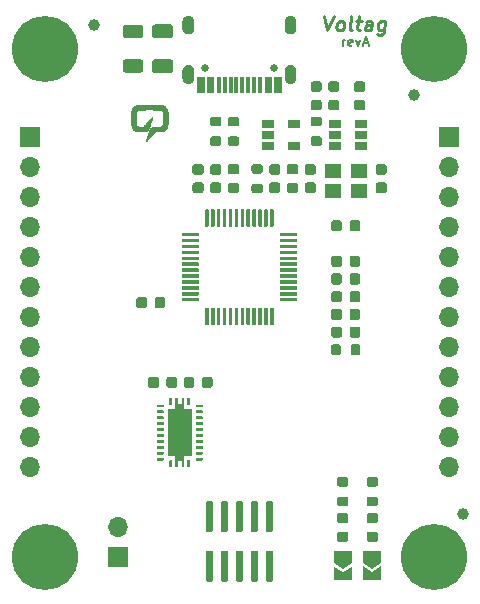
<source format=gbr>
G04 #@! TF.GenerationSoftware,KiCad,Pcbnew,(5.1.5)-3*
G04 #@! TF.CreationDate,2021-01-12T11:35:30+02:00*
G04 #@! TF.ProjectId,ft232h,66743233-3268-42e6-9b69-6361645f7063,rev?*
G04 #@! TF.SameCoordinates,Original*
G04 #@! TF.FileFunction,Soldermask,Top*
G04 #@! TF.FilePolarity,Negative*
%FSLAX46Y46*%
G04 Gerber Fmt 4.6, Leading zero omitted, Abs format (unit mm)*
G04 Created by KiCad (PCBNEW (5.1.5)-3) date 2021-01-12 11:35:30*
%MOMM*%
%LPD*%
G04 APERTURE LIST*
%ADD10C,0.150000*%
%ADD11C,0.250000*%
%ADD12C,0.010000*%
%ADD13C,0.100000*%
%ADD14O,1.700000X1.700000*%
%ADD15R,1.700000X1.700000*%
%ADD16R,1.400000X1.200000*%
%ADD17R,1.060000X0.650000*%
%ADD18C,0.670000*%
%ADD19R,0.300000X1.450000*%
%ADD20C,5.600000*%
%ADD21C,1.000000*%
G04 APERTURE END LIST*
D10*
X159252380Y-64761904D02*
X159252380Y-64228571D01*
X159252380Y-64380952D02*
X159290476Y-64304761D01*
X159328571Y-64266666D01*
X159404761Y-64228571D01*
X159480952Y-64228571D01*
X160052380Y-64723809D02*
X159976190Y-64761904D01*
X159823809Y-64761904D01*
X159747619Y-64723809D01*
X159709523Y-64647619D01*
X159709523Y-64342857D01*
X159747619Y-64266666D01*
X159823809Y-64228571D01*
X159976190Y-64228571D01*
X160052380Y-64266666D01*
X160090476Y-64342857D01*
X160090476Y-64419047D01*
X159709523Y-64495238D01*
X160357142Y-64228571D02*
X160547619Y-64761904D01*
X160738095Y-64228571D01*
X161004761Y-64533333D02*
X161385714Y-64533333D01*
X160928571Y-64761904D02*
X161195238Y-63961904D01*
X161461904Y-64761904D01*
D11*
X157695758Y-62242857D02*
X157945758Y-63442857D01*
X158495758Y-62242857D01*
X158917187Y-63442857D02*
X158810044Y-63385714D01*
X158760044Y-63328571D01*
X158717187Y-63214285D01*
X158760044Y-62871428D01*
X158831473Y-62757142D01*
X158895758Y-62700000D01*
X159017187Y-62642857D01*
X159188616Y-62642857D01*
X159295758Y-62700000D01*
X159345758Y-62757142D01*
X159388616Y-62871428D01*
X159345758Y-63214285D01*
X159274330Y-63328571D01*
X159210044Y-63385714D01*
X159088616Y-63442857D01*
X158917187Y-63442857D01*
X160002901Y-63442857D02*
X159895758Y-63385714D01*
X159852901Y-63271428D01*
X159981473Y-62242857D01*
X160388616Y-62642857D02*
X160845758Y-62642857D01*
X160610044Y-62242857D02*
X160481473Y-63271428D01*
X160524330Y-63385714D01*
X160631473Y-63442857D01*
X160745758Y-63442857D01*
X161660044Y-63442857D02*
X161738616Y-62814285D01*
X161695758Y-62700000D01*
X161588616Y-62642857D01*
X161360044Y-62642857D01*
X161238616Y-62700000D01*
X161667187Y-63385714D02*
X161545758Y-63442857D01*
X161260044Y-63442857D01*
X161152901Y-63385714D01*
X161110044Y-63271428D01*
X161124330Y-63157142D01*
X161195758Y-63042857D01*
X161317187Y-62985714D01*
X161602901Y-62985714D01*
X161724330Y-62928571D01*
X162845758Y-62642857D02*
X162724330Y-63614285D01*
X162652901Y-63728571D01*
X162588616Y-63785714D01*
X162467187Y-63842857D01*
X162295758Y-63842857D01*
X162188616Y-63785714D01*
X162752901Y-63385714D02*
X162631473Y-63442857D01*
X162402901Y-63442857D01*
X162295758Y-63385714D01*
X162245758Y-63328571D01*
X162202901Y-63214285D01*
X162245758Y-62871428D01*
X162317187Y-62757142D01*
X162381473Y-62700000D01*
X162502901Y-62642857D01*
X162731473Y-62642857D01*
X162838616Y-62700000D01*
D12*
G04 #@! TO.C,V1*
G36*
X143050612Y-69736747D02*
G01*
X143165058Y-69738269D01*
X143277330Y-69740669D01*
X143386437Y-69743968D01*
X143491387Y-69748183D01*
X143591192Y-69753335D01*
X143683889Y-69759373D01*
X143770759Y-69766354D01*
X143846310Y-69774053D01*
X143911922Y-69782929D01*
X143968972Y-69793440D01*
X144018840Y-69806046D01*
X144062903Y-69821204D01*
X144102542Y-69839373D01*
X144139133Y-69861013D01*
X144174057Y-69886582D01*
X144208692Y-69916539D01*
X144236339Y-69943192D01*
X144275265Y-69984695D01*
X144307702Y-70025608D01*
X144334508Y-70067910D01*
X144356542Y-70113577D01*
X144374663Y-70164589D01*
X144389728Y-70222923D01*
X144402598Y-70290556D01*
X144410857Y-70345187D01*
X144417758Y-70396968D01*
X144423496Y-70445506D01*
X144428168Y-70492683D01*
X144431874Y-70540386D01*
X144434712Y-70590498D01*
X144436778Y-70644905D01*
X144438173Y-70705491D01*
X144438993Y-70774141D01*
X144439337Y-70852740D01*
X144439362Y-70892517D01*
X144438798Y-71000542D01*
X144437094Y-71097345D01*
X144434141Y-71184361D01*
X144429830Y-71263027D01*
X144424053Y-71334776D01*
X144416701Y-71401046D01*
X144407665Y-71463272D01*
X144396836Y-71522889D01*
X144388750Y-71561080D01*
X144364763Y-71641825D01*
X144330665Y-71716414D01*
X144287287Y-71784019D01*
X144235459Y-71843813D01*
X144176010Y-71894969D01*
X144109773Y-71936658D01*
X144037576Y-71968053D01*
X143960250Y-71988326D01*
X143960114Y-71988351D01*
X143943349Y-71990676D01*
X143920396Y-71992598D01*
X143890263Y-71994146D01*
X143851953Y-71995345D01*
X143804473Y-71996223D01*
X143746829Y-71996808D01*
X143678027Y-71997125D01*
X143635204Y-71997195D01*
X143357919Y-71997417D01*
X143320039Y-72037104D01*
X143309612Y-72048416D01*
X143291588Y-72068421D01*
X143266735Y-72096251D01*
X143235817Y-72131040D01*
X143199603Y-72171924D01*
X143158858Y-72218035D01*
X143114348Y-72268507D01*
X143066840Y-72322475D01*
X143017100Y-72379072D01*
X142975882Y-72426042D01*
X142925177Y-72483818D01*
X142876297Y-72539435D01*
X142829980Y-72592053D01*
X142786968Y-72640837D01*
X142748001Y-72684950D01*
X142713817Y-72723554D01*
X142685158Y-72755813D01*
X142662763Y-72780890D01*
X142647373Y-72797948D01*
X142640411Y-72805454D01*
X142617323Y-72825892D01*
X142598428Y-72834854D01*
X142583031Y-72832589D01*
X142577084Y-72827997D01*
X142570272Y-72815150D01*
X142569464Y-72809466D01*
X142571513Y-72801637D01*
X142577414Y-72782915D01*
X142586800Y-72754386D01*
X142599301Y-72717135D01*
X142614549Y-72672247D01*
X142632176Y-72620808D01*
X142651813Y-72563903D01*
X142673091Y-72502617D01*
X142693546Y-72444023D01*
X142717545Y-72375436D01*
X142741517Y-72306890D01*
X142764913Y-72239960D01*
X142787184Y-72176219D01*
X142807780Y-72117239D01*
X142826151Y-72064595D01*
X142841749Y-72019858D01*
X142854024Y-71984604D01*
X142859501Y-71968842D01*
X142873926Y-71928386D01*
X142888729Y-71888817D01*
X142902810Y-71852938D01*
X142915069Y-71823554D01*
X142924265Y-71803742D01*
X142953215Y-71758549D01*
X142991235Y-71715550D01*
X143034769Y-71678309D01*
X143074289Y-71653405D01*
X143094583Y-71643046D01*
X143113087Y-71634482D01*
X143131245Y-71627542D01*
X143150498Y-71622055D01*
X143172289Y-71617848D01*
X143198061Y-71614751D01*
X143229256Y-71612591D01*
X143267318Y-71611198D01*
X143313689Y-71610400D01*
X143369812Y-71610026D01*
X143437129Y-71609903D01*
X143440330Y-71609901D01*
X143537830Y-71609524D01*
X143623061Y-71608520D01*
X143696438Y-71606870D01*
X143758378Y-71604552D01*
X143809295Y-71601547D01*
X143849607Y-71597835D01*
X143879729Y-71593394D01*
X143900077Y-71588205D01*
X143902302Y-71587365D01*
X143930549Y-71570133D01*
X143955943Y-71543735D01*
X143975480Y-71511707D01*
X143982670Y-71492869D01*
X143994202Y-71445757D01*
X144004245Y-71387561D01*
X144012778Y-71319812D01*
X144019781Y-71244039D01*
X144025231Y-71161773D01*
X144029109Y-71074546D01*
X144031393Y-70983887D01*
X144032062Y-70891327D01*
X144031096Y-70798397D01*
X144028473Y-70706627D01*
X144024172Y-70617548D01*
X144018172Y-70532691D01*
X144010453Y-70453585D01*
X144000993Y-70381762D01*
X143998150Y-70363897D01*
X143988126Y-70313106D01*
X143975883Y-70273389D01*
X143959897Y-70243139D01*
X143938647Y-70220747D01*
X143910609Y-70204608D01*
X143874259Y-70193114D01*
X143828340Y-70184696D01*
X143773792Y-70177984D01*
X143707772Y-70171903D01*
X143631493Y-70166466D01*
X143546169Y-70161682D01*
X143453011Y-70157563D01*
X143353234Y-70154119D01*
X143248050Y-70151362D01*
X143138673Y-70149303D01*
X143026314Y-70147951D01*
X142912188Y-70147319D01*
X142797506Y-70147417D01*
X142683483Y-70148256D01*
X142571331Y-70149847D01*
X142462264Y-70152200D01*
X142357493Y-70155328D01*
X142258233Y-70159240D01*
X142165695Y-70163947D01*
X142086864Y-70169039D01*
X142017334Y-70174569D01*
X141959323Y-70180660D01*
X141911650Y-70188022D01*
X141873136Y-70197367D01*
X141842599Y-70209404D01*
X141818859Y-70224844D01*
X141800736Y-70244397D01*
X141787050Y-70268774D01*
X141776619Y-70298684D01*
X141768265Y-70334839D01*
X141763077Y-70363897D01*
X141753148Y-70433483D01*
X141744964Y-70510763D01*
X141738505Y-70594208D01*
X141733750Y-70682286D01*
X141730677Y-70773468D01*
X141729265Y-70866223D01*
X141729495Y-70959021D01*
X141731343Y-71050331D01*
X141734791Y-71138623D01*
X141739816Y-71222366D01*
X141746398Y-71300030D01*
X141754515Y-71370085D01*
X141764147Y-71431000D01*
X141775274Y-71481244D01*
X141778539Y-71492809D01*
X141795628Y-71528648D01*
X141822706Y-71558533D01*
X141856089Y-71579337D01*
X141877868Y-71585811D01*
X141911675Y-71591354D01*
X141956870Y-71595923D01*
X142012811Y-71599473D01*
X142078858Y-71601960D01*
X142154369Y-71603340D01*
X142208059Y-71603622D01*
X142351480Y-71603717D01*
X142392402Y-71560854D01*
X142404503Y-71547789D01*
X142424004Y-71526241D01*
X142449948Y-71497289D01*
X142481377Y-71462011D01*
X142517331Y-71421487D01*
X142556854Y-71376794D01*
X142598987Y-71329011D01*
X142642772Y-71279218D01*
X142658556Y-71261233D01*
X142705340Y-71207902D01*
X142752919Y-71153667D01*
X142800000Y-71100000D01*
X142845289Y-71048378D01*
X142887493Y-71000276D01*
X142925316Y-70957167D01*
X142957466Y-70920528D01*
X142982648Y-70891833D01*
X142984469Y-70889758D01*
X143013401Y-70857245D01*
X143040352Y-70827810D01*
X143063964Y-70802868D01*
X143082881Y-70783832D01*
X143095747Y-70772117D01*
X143100164Y-70769121D01*
X143114837Y-70766959D01*
X143128071Y-70774867D01*
X143137612Y-70785224D01*
X143140964Y-70791767D01*
X143138922Y-70798607D01*
X143133060Y-70816280D01*
X143123774Y-70843640D01*
X143111458Y-70879540D01*
X143096508Y-70922832D01*
X143079319Y-70972372D01*
X143060286Y-71027011D01*
X143039804Y-71085603D01*
X143033527Y-71103521D01*
X143009848Y-71171111D01*
X142985146Y-71241681D01*
X142960196Y-71313009D01*
X142935776Y-71382876D01*
X142912660Y-71449061D01*
X142891626Y-71509343D01*
X142873448Y-71561500D01*
X142862318Y-71593485D01*
X142845442Y-71641216D01*
X142828826Y-71686716D01*
X142813188Y-71728126D01*
X142799248Y-71763589D01*
X142787724Y-71791246D01*
X142779335Y-71809239D01*
X142777667Y-71812257D01*
X142741503Y-71861783D01*
X142695555Y-71906071D01*
X142642277Y-71943285D01*
X142584120Y-71971587D01*
X142549624Y-71983056D01*
X142539872Y-71985482D01*
X142528883Y-71987534D01*
X142515566Y-71989243D01*
X142498831Y-71990638D01*
X142477586Y-71991751D01*
X142450741Y-71992614D01*
X142417205Y-71993255D01*
X142375886Y-71993708D01*
X142325695Y-71994001D01*
X142265540Y-71994166D01*
X142194331Y-71994234D01*
X142153539Y-71994242D01*
X141797939Y-71994242D01*
X141736067Y-71972816D01*
X141657520Y-71939349D01*
X141587249Y-71896274D01*
X141525410Y-71843728D01*
X141472160Y-71781849D01*
X141427653Y-71710777D01*
X141416873Y-71689442D01*
X141399944Y-71649990D01*
X141384990Y-71605587D01*
X141371757Y-71554965D01*
X141359993Y-71496857D01*
X141349446Y-71429997D01*
X141339861Y-71353117D01*
X141330986Y-71264952D01*
X141330038Y-71254467D01*
X141327683Y-71219927D01*
X141325719Y-71174644D01*
X141324148Y-71120565D01*
X141322968Y-71059640D01*
X141322179Y-70993819D01*
X141321783Y-70925050D01*
X141321778Y-70855284D01*
X141322165Y-70786469D01*
X141322944Y-70720555D01*
X141324115Y-70659492D01*
X141325678Y-70605228D01*
X141327632Y-70559713D01*
X141329978Y-70524897D01*
X141330038Y-70524217D01*
X141339131Y-70431943D01*
X141349061Y-70351071D01*
X141360214Y-70280313D01*
X141372978Y-70218378D01*
X141387738Y-70163977D01*
X141404883Y-70115820D01*
X141424798Y-70072618D01*
X141447870Y-70033081D01*
X141474487Y-69995920D01*
X141496425Y-69969497D01*
X141555133Y-69910687D01*
X141618634Y-69863274D01*
X141688246Y-69826443D01*
X141765286Y-69799374D01*
X141774856Y-69796805D01*
X141815718Y-69788067D01*
X141868276Y-69779937D01*
X141931539Y-69772432D01*
X142004516Y-69765572D01*
X142086216Y-69759378D01*
X142175650Y-69753867D01*
X142271825Y-69749061D01*
X142373752Y-69744977D01*
X142480440Y-69741636D01*
X142590897Y-69739057D01*
X142704134Y-69737259D01*
X142819159Y-69736262D01*
X142934982Y-69736085D01*
X143050612Y-69736747D01*
G37*
X143050612Y-69736747D02*
X143165058Y-69738269D01*
X143277330Y-69740669D01*
X143386437Y-69743968D01*
X143491387Y-69748183D01*
X143591192Y-69753335D01*
X143683889Y-69759373D01*
X143770759Y-69766354D01*
X143846310Y-69774053D01*
X143911922Y-69782929D01*
X143968972Y-69793440D01*
X144018840Y-69806046D01*
X144062903Y-69821204D01*
X144102542Y-69839373D01*
X144139133Y-69861013D01*
X144174057Y-69886582D01*
X144208692Y-69916539D01*
X144236339Y-69943192D01*
X144275265Y-69984695D01*
X144307702Y-70025608D01*
X144334508Y-70067910D01*
X144356542Y-70113577D01*
X144374663Y-70164589D01*
X144389728Y-70222923D01*
X144402598Y-70290556D01*
X144410857Y-70345187D01*
X144417758Y-70396968D01*
X144423496Y-70445506D01*
X144428168Y-70492683D01*
X144431874Y-70540386D01*
X144434712Y-70590498D01*
X144436778Y-70644905D01*
X144438173Y-70705491D01*
X144438993Y-70774141D01*
X144439337Y-70852740D01*
X144439362Y-70892517D01*
X144438798Y-71000542D01*
X144437094Y-71097345D01*
X144434141Y-71184361D01*
X144429830Y-71263027D01*
X144424053Y-71334776D01*
X144416701Y-71401046D01*
X144407665Y-71463272D01*
X144396836Y-71522889D01*
X144388750Y-71561080D01*
X144364763Y-71641825D01*
X144330665Y-71716414D01*
X144287287Y-71784019D01*
X144235459Y-71843813D01*
X144176010Y-71894969D01*
X144109773Y-71936658D01*
X144037576Y-71968053D01*
X143960250Y-71988326D01*
X143960114Y-71988351D01*
X143943349Y-71990676D01*
X143920396Y-71992598D01*
X143890263Y-71994146D01*
X143851953Y-71995345D01*
X143804473Y-71996223D01*
X143746829Y-71996808D01*
X143678027Y-71997125D01*
X143635204Y-71997195D01*
X143357919Y-71997417D01*
X143320039Y-72037104D01*
X143309612Y-72048416D01*
X143291588Y-72068421D01*
X143266735Y-72096251D01*
X143235817Y-72131040D01*
X143199603Y-72171924D01*
X143158858Y-72218035D01*
X143114348Y-72268507D01*
X143066840Y-72322475D01*
X143017100Y-72379072D01*
X142975882Y-72426042D01*
X142925177Y-72483818D01*
X142876297Y-72539435D01*
X142829980Y-72592053D01*
X142786968Y-72640837D01*
X142748001Y-72684950D01*
X142713817Y-72723554D01*
X142685158Y-72755813D01*
X142662763Y-72780890D01*
X142647373Y-72797948D01*
X142640411Y-72805454D01*
X142617323Y-72825892D01*
X142598428Y-72834854D01*
X142583031Y-72832589D01*
X142577084Y-72827997D01*
X142570272Y-72815150D01*
X142569464Y-72809466D01*
X142571513Y-72801637D01*
X142577414Y-72782915D01*
X142586800Y-72754386D01*
X142599301Y-72717135D01*
X142614549Y-72672247D01*
X142632176Y-72620808D01*
X142651813Y-72563903D01*
X142673091Y-72502617D01*
X142693546Y-72444023D01*
X142717545Y-72375436D01*
X142741517Y-72306890D01*
X142764913Y-72239960D01*
X142787184Y-72176219D01*
X142807780Y-72117239D01*
X142826151Y-72064595D01*
X142841749Y-72019858D01*
X142854024Y-71984604D01*
X142859501Y-71968842D01*
X142873926Y-71928386D01*
X142888729Y-71888817D01*
X142902810Y-71852938D01*
X142915069Y-71823554D01*
X142924265Y-71803742D01*
X142953215Y-71758549D01*
X142991235Y-71715550D01*
X143034769Y-71678309D01*
X143074289Y-71653405D01*
X143094583Y-71643046D01*
X143113087Y-71634482D01*
X143131245Y-71627542D01*
X143150498Y-71622055D01*
X143172289Y-71617848D01*
X143198061Y-71614751D01*
X143229256Y-71612591D01*
X143267318Y-71611198D01*
X143313689Y-71610400D01*
X143369812Y-71610026D01*
X143437129Y-71609903D01*
X143440330Y-71609901D01*
X143537830Y-71609524D01*
X143623061Y-71608520D01*
X143696438Y-71606870D01*
X143758378Y-71604552D01*
X143809295Y-71601547D01*
X143849607Y-71597835D01*
X143879729Y-71593394D01*
X143900077Y-71588205D01*
X143902302Y-71587365D01*
X143930549Y-71570133D01*
X143955943Y-71543735D01*
X143975480Y-71511707D01*
X143982670Y-71492869D01*
X143994202Y-71445757D01*
X144004245Y-71387561D01*
X144012778Y-71319812D01*
X144019781Y-71244039D01*
X144025231Y-71161773D01*
X144029109Y-71074546D01*
X144031393Y-70983887D01*
X144032062Y-70891327D01*
X144031096Y-70798397D01*
X144028473Y-70706627D01*
X144024172Y-70617548D01*
X144018172Y-70532691D01*
X144010453Y-70453585D01*
X144000993Y-70381762D01*
X143998150Y-70363897D01*
X143988126Y-70313106D01*
X143975883Y-70273389D01*
X143959897Y-70243139D01*
X143938647Y-70220747D01*
X143910609Y-70204608D01*
X143874259Y-70193114D01*
X143828340Y-70184696D01*
X143773792Y-70177984D01*
X143707772Y-70171903D01*
X143631493Y-70166466D01*
X143546169Y-70161682D01*
X143453011Y-70157563D01*
X143353234Y-70154119D01*
X143248050Y-70151362D01*
X143138673Y-70149303D01*
X143026314Y-70147951D01*
X142912188Y-70147319D01*
X142797506Y-70147417D01*
X142683483Y-70148256D01*
X142571331Y-70149847D01*
X142462264Y-70152200D01*
X142357493Y-70155328D01*
X142258233Y-70159240D01*
X142165695Y-70163947D01*
X142086864Y-70169039D01*
X142017334Y-70174569D01*
X141959323Y-70180660D01*
X141911650Y-70188022D01*
X141873136Y-70197367D01*
X141842599Y-70209404D01*
X141818859Y-70224844D01*
X141800736Y-70244397D01*
X141787050Y-70268774D01*
X141776619Y-70298684D01*
X141768265Y-70334839D01*
X141763077Y-70363897D01*
X141753148Y-70433483D01*
X141744964Y-70510763D01*
X141738505Y-70594208D01*
X141733750Y-70682286D01*
X141730677Y-70773468D01*
X141729265Y-70866223D01*
X141729495Y-70959021D01*
X141731343Y-71050331D01*
X141734791Y-71138623D01*
X141739816Y-71222366D01*
X141746398Y-71300030D01*
X141754515Y-71370085D01*
X141764147Y-71431000D01*
X141775274Y-71481244D01*
X141778539Y-71492809D01*
X141795628Y-71528648D01*
X141822706Y-71558533D01*
X141856089Y-71579337D01*
X141877868Y-71585811D01*
X141911675Y-71591354D01*
X141956870Y-71595923D01*
X142012811Y-71599473D01*
X142078858Y-71601960D01*
X142154369Y-71603340D01*
X142208059Y-71603622D01*
X142351480Y-71603717D01*
X142392402Y-71560854D01*
X142404503Y-71547789D01*
X142424004Y-71526241D01*
X142449948Y-71497289D01*
X142481377Y-71462011D01*
X142517331Y-71421487D01*
X142556854Y-71376794D01*
X142598987Y-71329011D01*
X142642772Y-71279218D01*
X142658556Y-71261233D01*
X142705340Y-71207902D01*
X142752919Y-71153667D01*
X142800000Y-71100000D01*
X142845289Y-71048378D01*
X142887493Y-71000276D01*
X142925316Y-70957167D01*
X142957466Y-70920528D01*
X142982648Y-70891833D01*
X142984469Y-70889758D01*
X143013401Y-70857245D01*
X143040352Y-70827810D01*
X143063964Y-70802868D01*
X143082881Y-70783832D01*
X143095747Y-70772117D01*
X143100164Y-70769121D01*
X143114837Y-70766959D01*
X143128071Y-70774867D01*
X143137612Y-70785224D01*
X143140964Y-70791767D01*
X143138922Y-70798607D01*
X143133060Y-70816280D01*
X143123774Y-70843640D01*
X143111458Y-70879540D01*
X143096508Y-70922832D01*
X143079319Y-70972372D01*
X143060286Y-71027011D01*
X143039804Y-71085603D01*
X143033527Y-71103521D01*
X143009848Y-71171111D01*
X142985146Y-71241681D01*
X142960196Y-71313009D01*
X142935776Y-71382876D01*
X142912660Y-71449061D01*
X142891626Y-71509343D01*
X142873448Y-71561500D01*
X142862318Y-71593485D01*
X142845442Y-71641216D01*
X142828826Y-71686716D01*
X142813188Y-71728126D01*
X142799248Y-71763589D01*
X142787724Y-71791246D01*
X142779335Y-71809239D01*
X142777667Y-71812257D01*
X142741503Y-71861783D01*
X142695555Y-71906071D01*
X142642277Y-71943285D01*
X142584120Y-71971587D01*
X142549624Y-71983056D01*
X142539872Y-71985482D01*
X142528883Y-71987534D01*
X142515566Y-71989243D01*
X142498831Y-71990638D01*
X142477586Y-71991751D01*
X142450741Y-71992614D01*
X142417205Y-71993255D01*
X142375886Y-71993708D01*
X142325695Y-71994001D01*
X142265540Y-71994166D01*
X142194331Y-71994234D01*
X142153539Y-71994242D01*
X141797939Y-71994242D01*
X141736067Y-71972816D01*
X141657520Y-71939349D01*
X141587249Y-71896274D01*
X141525410Y-71843728D01*
X141472160Y-71781849D01*
X141427653Y-71710777D01*
X141416873Y-71689442D01*
X141399944Y-71649990D01*
X141384990Y-71605587D01*
X141371757Y-71554965D01*
X141359993Y-71496857D01*
X141349446Y-71429997D01*
X141339861Y-71353117D01*
X141330986Y-71264952D01*
X141330038Y-71254467D01*
X141327683Y-71219927D01*
X141325719Y-71174644D01*
X141324148Y-71120565D01*
X141322968Y-71059640D01*
X141322179Y-70993819D01*
X141321783Y-70925050D01*
X141321778Y-70855284D01*
X141322165Y-70786469D01*
X141322944Y-70720555D01*
X141324115Y-70659492D01*
X141325678Y-70605228D01*
X141327632Y-70559713D01*
X141329978Y-70524897D01*
X141330038Y-70524217D01*
X141339131Y-70431943D01*
X141349061Y-70351071D01*
X141360214Y-70280313D01*
X141372978Y-70218378D01*
X141387738Y-70163977D01*
X141404883Y-70115820D01*
X141424798Y-70072618D01*
X141447870Y-70033081D01*
X141474487Y-69995920D01*
X141496425Y-69969497D01*
X141555133Y-69910687D01*
X141618634Y-69863274D01*
X141688246Y-69826443D01*
X141765286Y-69799374D01*
X141774856Y-69796805D01*
X141815718Y-69788067D01*
X141868276Y-69779937D01*
X141931539Y-69772432D01*
X142004516Y-69765572D01*
X142086216Y-69759378D01*
X142175650Y-69753867D01*
X142271825Y-69749061D01*
X142373752Y-69744977D01*
X142480440Y-69741636D01*
X142590897Y-69739057D01*
X142704134Y-69737259D01*
X142819159Y-69736262D01*
X142934982Y-69736085D01*
X143050612Y-69736747D01*
G04 #@! TD*
D13*
G04 #@! TO.C,U3*
G36*
X147344540Y-95130243D02*
G01*
X147349433Y-95130968D01*
X147354230Y-95132170D01*
X147358887Y-95133836D01*
X147363358Y-95135951D01*
X147367601Y-95138494D01*
X147371573Y-95141440D01*
X147375238Y-95144762D01*
X147378560Y-95148427D01*
X147381506Y-95152399D01*
X147384049Y-95156642D01*
X147386164Y-95161113D01*
X147387830Y-95165770D01*
X147389032Y-95170567D01*
X147389757Y-95175460D01*
X147390000Y-95180400D01*
X147390000Y-95319600D01*
X147389757Y-95324540D01*
X147389032Y-95329433D01*
X147387830Y-95334230D01*
X147386164Y-95338887D01*
X147384049Y-95343358D01*
X147381506Y-95347601D01*
X147378560Y-95351573D01*
X147375238Y-95355238D01*
X147371573Y-95358560D01*
X147367601Y-95361506D01*
X147363358Y-95364049D01*
X147358887Y-95366164D01*
X147354230Y-95367830D01*
X147349433Y-95369032D01*
X147344540Y-95369757D01*
X147339600Y-95370000D01*
X146840400Y-95370000D01*
X146835460Y-95369757D01*
X146830567Y-95369032D01*
X146825770Y-95367830D01*
X146821113Y-95366164D01*
X146816642Y-95364049D01*
X146812399Y-95361506D01*
X146808427Y-95358560D01*
X146804762Y-95355238D01*
X146801440Y-95351573D01*
X146798494Y-95347601D01*
X146795951Y-95343358D01*
X146793836Y-95338887D01*
X146792170Y-95334230D01*
X146790968Y-95329433D01*
X146790243Y-95324540D01*
X146790000Y-95319600D01*
X146790000Y-95180400D01*
X146790243Y-95175460D01*
X146790968Y-95170567D01*
X146792170Y-95165770D01*
X146793836Y-95161113D01*
X146795951Y-95156642D01*
X146798494Y-95152399D01*
X146801440Y-95148427D01*
X146804762Y-95144762D01*
X146808427Y-95141440D01*
X146812399Y-95138494D01*
X146816642Y-95135951D01*
X146821113Y-95133836D01*
X146825770Y-95132170D01*
X146830567Y-95130968D01*
X146835460Y-95130243D01*
X146840400Y-95130000D01*
X147339600Y-95130000D01*
X147344540Y-95130243D01*
G37*
G36*
X147344540Y-95630243D02*
G01*
X147349433Y-95630968D01*
X147354230Y-95632170D01*
X147358887Y-95633836D01*
X147363358Y-95635951D01*
X147367601Y-95638494D01*
X147371573Y-95641440D01*
X147375238Y-95644762D01*
X147378560Y-95648427D01*
X147381506Y-95652399D01*
X147384049Y-95656642D01*
X147386164Y-95661113D01*
X147387830Y-95665770D01*
X147389032Y-95670567D01*
X147389757Y-95675460D01*
X147390000Y-95680400D01*
X147390000Y-95819600D01*
X147389757Y-95824540D01*
X147389032Y-95829433D01*
X147387830Y-95834230D01*
X147386164Y-95838887D01*
X147384049Y-95843358D01*
X147381506Y-95847601D01*
X147378560Y-95851573D01*
X147375238Y-95855238D01*
X147371573Y-95858560D01*
X147367601Y-95861506D01*
X147363358Y-95864049D01*
X147358887Y-95866164D01*
X147354230Y-95867830D01*
X147349433Y-95869032D01*
X147344540Y-95869757D01*
X147339600Y-95870000D01*
X146840400Y-95870000D01*
X146835460Y-95869757D01*
X146830567Y-95869032D01*
X146825770Y-95867830D01*
X146821113Y-95866164D01*
X146816642Y-95864049D01*
X146812399Y-95861506D01*
X146808427Y-95858560D01*
X146804762Y-95855238D01*
X146801440Y-95851573D01*
X146798494Y-95847601D01*
X146795951Y-95843358D01*
X146793836Y-95838887D01*
X146792170Y-95834230D01*
X146790968Y-95829433D01*
X146790243Y-95824540D01*
X146790000Y-95819600D01*
X146790000Y-95680400D01*
X146790243Y-95675460D01*
X146790968Y-95670567D01*
X146792170Y-95665770D01*
X146793836Y-95661113D01*
X146795951Y-95656642D01*
X146798494Y-95652399D01*
X146801440Y-95648427D01*
X146804762Y-95644762D01*
X146808427Y-95641440D01*
X146812399Y-95638494D01*
X146816642Y-95635951D01*
X146821113Y-95633836D01*
X146825770Y-95632170D01*
X146830567Y-95630968D01*
X146835460Y-95630243D01*
X146840400Y-95630000D01*
X147339600Y-95630000D01*
X147344540Y-95630243D01*
G37*
G36*
X144044540Y-99630243D02*
G01*
X144049433Y-99630968D01*
X144054230Y-99632170D01*
X144058887Y-99633836D01*
X144063358Y-99635951D01*
X144067601Y-99638494D01*
X144071573Y-99641440D01*
X144075238Y-99644762D01*
X144078560Y-99648427D01*
X144081506Y-99652399D01*
X144084049Y-99656642D01*
X144086164Y-99661113D01*
X144087830Y-99665770D01*
X144089032Y-99670567D01*
X144089757Y-99675460D01*
X144090000Y-99680400D01*
X144090000Y-99819600D01*
X144089757Y-99824540D01*
X144089032Y-99829433D01*
X144087830Y-99834230D01*
X144086164Y-99838887D01*
X144084049Y-99843358D01*
X144081506Y-99847601D01*
X144078560Y-99851573D01*
X144075238Y-99855238D01*
X144071573Y-99858560D01*
X144067601Y-99861506D01*
X144063358Y-99864049D01*
X144058887Y-99866164D01*
X144054230Y-99867830D01*
X144049433Y-99869032D01*
X144044540Y-99869757D01*
X144039600Y-99870000D01*
X143540400Y-99870000D01*
X143535460Y-99869757D01*
X143530567Y-99869032D01*
X143525770Y-99867830D01*
X143521113Y-99866164D01*
X143516642Y-99864049D01*
X143512399Y-99861506D01*
X143508427Y-99858560D01*
X143504762Y-99855238D01*
X143501440Y-99851573D01*
X143498494Y-99847601D01*
X143495951Y-99843358D01*
X143493836Y-99838887D01*
X143492170Y-99834230D01*
X143490968Y-99829433D01*
X143490243Y-99824540D01*
X143490000Y-99819600D01*
X143490000Y-99680400D01*
X143490243Y-99675460D01*
X143490968Y-99670567D01*
X143492170Y-99665770D01*
X143493836Y-99661113D01*
X143495951Y-99656642D01*
X143498494Y-99652399D01*
X143501440Y-99648427D01*
X143504762Y-99644762D01*
X143508427Y-99641440D01*
X143512399Y-99638494D01*
X143516642Y-99635951D01*
X143521113Y-99633836D01*
X143525770Y-99632170D01*
X143530567Y-99630968D01*
X143535460Y-99630243D01*
X143540400Y-99630000D01*
X144039600Y-99630000D01*
X144044540Y-99630243D01*
G37*
G36*
X144044540Y-99130243D02*
G01*
X144049433Y-99130968D01*
X144054230Y-99132170D01*
X144058887Y-99133836D01*
X144063358Y-99135951D01*
X144067601Y-99138494D01*
X144071573Y-99141440D01*
X144075238Y-99144762D01*
X144078560Y-99148427D01*
X144081506Y-99152399D01*
X144084049Y-99156642D01*
X144086164Y-99161113D01*
X144087830Y-99165770D01*
X144089032Y-99170567D01*
X144089757Y-99175460D01*
X144090000Y-99180400D01*
X144090000Y-99319600D01*
X144089757Y-99324540D01*
X144089032Y-99329433D01*
X144087830Y-99334230D01*
X144086164Y-99338887D01*
X144084049Y-99343358D01*
X144081506Y-99347601D01*
X144078560Y-99351573D01*
X144075238Y-99355238D01*
X144071573Y-99358560D01*
X144067601Y-99361506D01*
X144063358Y-99364049D01*
X144058887Y-99366164D01*
X144054230Y-99367830D01*
X144049433Y-99369032D01*
X144044540Y-99369757D01*
X144039600Y-99370000D01*
X143540400Y-99370000D01*
X143535460Y-99369757D01*
X143530567Y-99369032D01*
X143525770Y-99367830D01*
X143521113Y-99366164D01*
X143516642Y-99364049D01*
X143512399Y-99361506D01*
X143508427Y-99358560D01*
X143504762Y-99355238D01*
X143501440Y-99351573D01*
X143498494Y-99347601D01*
X143495951Y-99343358D01*
X143493836Y-99338887D01*
X143492170Y-99334230D01*
X143490968Y-99329433D01*
X143490243Y-99324540D01*
X143490000Y-99319600D01*
X143490000Y-99180400D01*
X143490243Y-99175460D01*
X143490968Y-99170567D01*
X143492170Y-99165770D01*
X143493836Y-99161113D01*
X143495951Y-99156642D01*
X143498494Y-99152399D01*
X143501440Y-99148427D01*
X143504762Y-99144762D01*
X143508427Y-99141440D01*
X143512399Y-99138494D01*
X143516642Y-99135951D01*
X143521113Y-99133836D01*
X143525770Y-99132170D01*
X143530567Y-99130968D01*
X143535460Y-99130243D01*
X143540400Y-99130000D01*
X144039600Y-99130000D01*
X144044540Y-99130243D01*
G37*
G36*
X145769901Y-99850241D02*
G01*
X145774755Y-99850961D01*
X145779514Y-99852153D01*
X145784134Y-99853806D01*
X145788570Y-99855904D01*
X145792779Y-99858427D01*
X145796720Y-99861349D01*
X145800355Y-99864645D01*
X145803651Y-99868280D01*
X145806573Y-99872221D01*
X145809096Y-99876430D01*
X145811194Y-99880866D01*
X145812847Y-99885486D01*
X145814039Y-99890245D01*
X145814759Y-99895099D01*
X145815000Y-99900000D01*
X145815000Y-100400000D01*
X145814759Y-100404901D01*
X145814039Y-100409755D01*
X145812847Y-100414514D01*
X145811194Y-100419134D01*
X145809096Y-100423570D01*
X145806573Y-100427779D01*
X145803651Y-100431720D01*
X145800355Y-100435355D01*
X145796720Y-100438651D01*
X145792779Y-100441573D01*
X145788570Y-100444096D01*
X145784134Y-100446194D01*
X145779514Y-100447847D01*
X145774755Y-100449039D01*
X145769901Y-100449759D01*
X145765000Y-100450000D01*
X145665000Y-100450000D01*
X145660099Y-100449759D01*
X145655245Y-100449039D01*
X145650486Y-100447847D01*
X145645866Y-100446194D01*
X145641430Y-100444096D01*
X145637221Y-100441573D01*
X145633280Y-100438651D01*
X145629645Y-100435355D01*
X145626349Y-100431720D01*
X145623427Y-100427779D01*
X145620904Y-100423570D01*
X145618806Y-100419134D01*
X145617153Y-100414514D01*
X145615961Y-100409755D01*
X145615241Y-100404901D01*
X145615000Y-100400000D01*
X145615000Y-99900000D01*
X145615241Y-99895099D01*
X145615961Y-99890245D01*
X145617153Y-99885486D01*
X145618806Y-99880866D01*
X145620904Y-99876430D01*
X145623427Y-99872221D01*
X145626349Y-99868280D01*
X145629645Y-99864645D01*
X145633280Y-99861349D01*
X145637221Y-99858427D01*
X145641430Y-99855904D01*
X145645866Y-99853806D01*
X145650486Y-99852153D01*
X145655245Y-99850961D01*
X145660099Y-99850241D01*
X145665000Y-99850000D01*
X145765000Y-99850000D01*
X145769901Y-99850241D01*
G37*
G36*
X145219901Y-99850241D02*
G01*
X145224755Y-99850961D01*
X145229514Y-99852153D01*
X145234134Y-99853806D01*
X145238570Y-99855904D01*
X145242779Y-99858427D01*
X145246720Y-99861349D01*
X145250355Y-99864645D01*
X145253651Y-99868280D01*
X145256573Y-99872221D01*
X145259096Y-99876430D01*
X145261194Y-99880866D01*
X145262847Y-99885486D01*
X145264039Y-99890245D01*
X145264759Y-99895099D01*
X145265000Y-99900000D01*
X145265000Y-100400000D01*
X145264759Y-100404901D01*
X145264039Y-100409755D01*
X145262847Y-100414514D01*
X145261194Y-100419134D01*
X145259096Y-100423570D01*
X145256573Y-100427779D01*
X145253651Y-100431720D01*
X145250355Y-100435355D01*
X145246720Y-100438651D01*
X145242779Y-100441573D01*
X145238570Y-100444096D01*
X145234134Y-100446194D01*
X145229514Y-100447847D01*
X145224755Y-100449039D01*
X145219901Y-100449759D01*
X145215000Y-100450000D01*
X145115000Y-100450000D01*
X145110099Y-100449759D01*
X145105245Y-100449039D01*
X145100486Y-100447847D01*
X145095866Y-100446194D01*
X145091430Y-100444096D01*
X145087221Y-100441573D01*
X145083280Y-100438651D01*
X145079645Y-100435355D01*
X145076349Y-100431720D01*
X145073427Y-100427779D01*
X145070904Y-100423570D01*
X145068806Y-100419134D01*
X145067153Y-100414514D01*
X145065961Y-100409755D01*
X145065241Y-100404901D01*
X145065000Y-100400000D01*
X145065000Y-99900000D01*
X145065241Y-99895099D01*
X145065961Y-99890245D01*
X145067153Y-99885486D01*
X145068806Y-99880866D01*
X145070904Y-99876430D01*
X145073427Y-99872221D01*
X145076349Y-99868280D01*
X145079645Y-99864645D01*
X145083280Y-99861349D01*
X145087221Y-99858427D01*
X145091430Y-99855904D01*
X145095866Y-99853806D01*
X145100486Y-99852153D01*
X145105245Y-99850961D01*
X145110099Y-99850241D01*
X145115000Y-99850000D01*
X145215000Y-99850000D01*
X145219901Y-99850241D01*
G37*
G36*
X145769901Y-94550241D02*
G01*
X145774755Y-94550961D01*
X145779514Y-94552153D01*
X145784134Y-94553806D01*
X145788570Y-94555904D01*
X145792779Y-94558427D01*
X145796720Y-94561349D01*
X145800355Y-94564645D01*
X145803651Y-94568280D01*
X145806573Y-94572221D01*
X145809096Y-94576430D01*
X145811194Y-94580866D01*
X145812847Y-94585486D01*
X145814039Y-94590245D01*
X145814759Y-94595099D01*
X145815000Y-94600000D01*
X145815000Y-95100000D01*
X145814759Y-95104901D01*
X145814039Y-95109755D01*
X145812847Y-95114514D01*
X145811194Y-95119134D01*
X145809096Y-95123570D01*
X145806573Y-95127779D01*
X145803651Y-95131720D01*
X145800355Y-95135355D01*
X145796720Y-95138651D01*
X145792779Y-95141573D01*
X145788570Y-95144096D01*
X145784134Y-95146194D01*
X145779514Y-95147847D01*
X145774755Y-95149039D01*
X145769901Y-95149759D01*
X145765000Y-95150000D01*
X145665000Y-95150000D01*
X145660099Y-95149759D01*
X145655245Y-95149039D01*
X145650486Y-95147847D01*
X145645866Y-95146194D01*
X145641430Y-95144096D01*
X145637221Y-95141573D01*
X145633280Y-95138651D01*
X145629645Y-95135355D01*
X145626349Y-95131720D01*
X145623427Y-95127779D01*
X145620904Y-95123570D01*
X145618806Y-95119134D01*
X145617153Y-95114514D01*
X145615961Y-95109755D01*
X145615241Y-95104901D01*
X145615000Y-95100000D01*
X145615000Y-94600000D01*
X145615241Y-94595099D01*
X145615961Y-94590245D01*
X145617153Y-94585486D01*
X145618806Y-94580866D01*
X145620904Y-94576430D01*
X145623427Y-94572221D01*
X145626349Y-94568280D01*
X145629645Y-94564645D01*
X145633280Y-94561349D01*
X145637221Y-94558427D01*
X145641430Y-94555904D01*
X145645866Y-94553806D01*
X145650486Y-94552153D01*
X145655245Y-94550961D01*
X145660099Y-94550241D01*
X145665000Y-94550000D01*
X145765000Y-94550000D01*
X145769901Y-94550241D01*
G37*
G36*
X145219901Y-94550241D02*
G01*
X145224755Y-94550961D01*
X145229514Y-94552153D01*
X145234134Y-94553806D01*
X145238570Y-94555904D01*
X145242779Y-94558427D01*
X145246720Y-94561349D01*
X145250355Y-94564645D01*
X145253651Y-94568280D01*
X145256573Y-94572221D01*
X145259096Y-94576430D01*
X145261194Y-94580866D01*
X145262847Y-94585486D01*
X145264039Y-94590245D01*
X145264759Y-94595099D01*
X145265000Y-94600000D01*
X145265000Y-95100000D01*
X145264759Y-95104901D01*
X145264039Y-95109755D01*
X145262847Y-95114514D01*
X145261194Y-95119134D01*
X145259096Y-95123570D01*
X145256573Y-95127779D01*
X145253651Y-95131720D01*
X145250355Y-95135355D01*
X145246720Y-95138651D01*
X145242779Y-95141573D01*
X145238570Y-95144096D01*
X145234134Y-95146194D01*
X145229514Y-95147847D01*
X145224755Y-95149039D01*
X145219901Y-95149759D01*
X145215000Y-95150000D01*
X145115000Y-95150000D01*
X145110099Y-95149759D01*
X145105245Y-95149039D01*
X145100486Y-95147847D01*
X145095866Y-95146194D01*
X145091430Y-95144096D01*
X145087221Y-95141573D01*
X145083280Y-95138651D01*
X145079645Y-95135355D01*
X145076349Y-95131720D01*
X145073427Y-95127779D01*
X145070904Y-95123570D01*
X145068806Y-95119134D01*
X145067153Y-95114514D01*
X145065961Y-95109755D01*
X145065241Y-95104901D01*
X145065000Y-95100000D01*
X145065000Y-94600000D01*
X145065241Y-94595099D01*
X145065961Y-94590245D01*
X145067153Y-94585486D01*
X145068806Y-94580866D01*
X145070904Y-94576430D01*
X145073427Y-94572221D01*
X145076349Y-94568280D01*
X145079645Y-94564645D01*
X145083280Y-94561349D01*
X145087221Y-94558427D01*
X145091430Y-94555904D01*
X145095866Y-94553806D01*
X145100486Y-94552153D01*
X145105245Y-94550961D01*
X145110099Y-94550241D01*
X145115000Y-94550000D01*
X145215000Y-94550000D01*
X145219901Y-94550241D01*
G37*
G36*
X146264540Y-94550243D02*
G01*
X146269433Y-94550968D01*
X146274230Y-94552170D01*
X146278887Y-94553836D01*
X146283358Y-94555951D01*
X146287601Y-94558494D01*
X146291573Y-94561440D01*
X146295238Y-94564762D01*
X146298560Y-94568427D01*
X146301506Y-94572399D01*
X146304049Y-94576642D01*
X146306164Y-94581113D01*
X146307830Y-94585770D01*
X146309032Y-94590567D01*
X146309757Y-94595460D01*
X146310000Y-94600400D01*
X146310000Y-95099600D01*
X146309757Y-95104540D01*
X146309032Y-95109433D01*
X146307830Y-95114230D01*
X146306164Y-95118887D01*
X146304049Y-95123358D01*
X146301506Y-95127601D01*
X146298560Y-95131573D01*
X146295238Y-95135238D01*
X146291573Y-95138560D01*
X146287601Y-95141506D01*
X146283358Y-95144049D01*
X146278887Y-95146164D01*
X146274230Y-95147830D01*
X146269433Y-95149032D01*
X146264540Y-95149757D01*
X146259600Y-95150000D01*
X146120400Y-95150000D01*
X146115460Y-95149757D01*
X146110567Y-95149032D01*
X146105770Y-95147830D01*
X146101113Y-95146164D01*
X146096642Y-95144049D01*
X146092399Y-95141506D01*
X146088427Y-95138560D01*
X146084762Y-95135238D01*
X146081440Y-95131573D01*
X146078494Y-95127601D01*
X146075951Y-95123358D01*
X146073836Y-95118887D01*
X146072170Y-95114230D01*
X146070968Y-95109433D01*
X146070243Y-95104540D01*
X146070000Y-95099600D01*
X146070000Y-94600400D01*
X146070243Y-94595460D01*
X146070968Y-94590567D01*
X146072170Y-94585770D01*
X146073836Y-94581113D01*
X146075951Y-94576642D01*
X146078494Y-94572399D01*
X146081440Y-94568427D01*
X146084762Y-94564762D01*
X146088427Y-94561440D01*
X146092399Y-94558494D01*
X146096642Y-94555951D01*
X146101113Y-94553836D01*
X146105770Y-94552170D01*
X146110567Y-94550968D01*
X146115460Y-94550243D01*
X146120400Y-94550000D01*
X146259600Y-94550000D01*
X146264540Y-94550243D01*
G37*
G36*
X147344540Y-96130243D02*
G01*
X147349433Y-96130968D01*
X147354230Y-96132170D01*
X147358887Y-96133836D01*
X147363358Y-96135951D01*
X147367601Y-96138494D01*
X147371573Y-96141440D01*
X147375238Y-96144762D01*
X147378560Y-96148427D01*
X147381506Y-96152399D01*
X147384049Y-96156642D01*
X147386164Y-96161113D01*
X147387830Y-96165770D01*
X147389032Y-96170567D01*
X147389757Y-96175460D01*
X147390000Y-96180400D01*
X147390000Y-96319600D01*
X147389757Y-96324540D01*
X147389032Y-96329433D01*
X147387830Y-96334230D01*
X147386164Y-96338887D01*
X147384049Y-96343358D01*
X147381506Y-96347601D01*
X147378560Y-96351573D01*
X147375238Y-96355238D01*
X147371573Y-96358560D01*
X147367601Y-96361506D01*
X147363358Y-96364049D01*
X147358887Y-96366164D01*
X147354230Y-96367830D01*
X147349433Y-96369032D01*
X147344540Y-96369757D01*
X147339600Y-96370000D01*
X146840400Y-96370000D01*
X146835460Y-96369757D01*
X146830567Y-96369032D01*
X146825770Y-96367830D01*
X146821113Y-96366164D01*
X146816642Y-96364049D01*
X146812399Y-96361506D01*
X146808427Y-96358560D01*
X146804762Y-96355238D01*
X146801440Y-96351573D01*
X146798494Y-96347601D01*
X146795951Y-96343358D01*
X146793836Y-96338887D01*
X146792170Y-96334230D01*
X146790968Y-96329433D01*
X146790243Y-96324540D01*
X146790000Y-96319600D01*
X146790000Y-96180400D01*
X146790243Y-96175460D01*
X146790968Y-96170567D01*
X146792170Y-96165770D01*
X146793836Y-96161113D01*
X146795951Y-96156642D01*
X146798494Y-96152399D01*
X146801440Y-96148427D01*
X146804762Y-96144762D01*
X146808427Y-96141440D01*
X146812399Y-96138494D01*
X146816642Y-96135951D01*
X146821113Y-96133836D01*
X146825770Y-96132170D01*
X146830567Y-96130968D01*
X146835460Y-96130243D01*
X146840400Y-96130000D01*
X147339600Y-96130000D01*
X147344540Y-96130243D01*
G37*
G36*
X147344540Y-96630243D02*
G01*
X147349433Y-96630968D01*
X147354230Y-96632170D01*
X147358887Y-96633836D01*
X147363358Y-96635951D01*
X147367601Y-96638494D01*
X147371573Y-96641440D01*
X147375238Y-96644762D01*
X147378560Y-96648427D01*
X147381506Y-96652399D01*
X147384049Y-96656642D01*
X147386164Y-96661113D01*
X147387830Y-96665770D01*
X147389032Y-96670567D01*
X147389757Y-96675460D01*
X147390000Y-96680400D01*
X147390000Y-96819600D01*
X147389757Y-96824540D01*
X147389032Y-96829433D01*
X147387830Y-96834230D01*
X147386164Y-96838887D01*
X147384049Y-96843358D01*
X147381506Y-96847601D01*
X147378560Y-96851573D01*
X147375238Y-96855238D01*
X147371573Y-96858560D01*
X147367601Y-96861506D01*
X147363358Y-96864049D01*
X147358887Y-96866164D01*
X147354230Y-96867830D01*
X147349433Y-96869032D01*
X147344540Y-96869757D01*
X147339600Y-96870000D01*
X146840400Y-96870000D01*
X146835460Y-96869757D01*
X146830567Y-96869032D01*
X146825770Y-96867830D01*
X146821113Y-96866164D01*
X146816642Y-96864049D01*
X146812399Y-96861506D01*
X146808427Y-96858560D01*
X146804762Y-96855238D01*
X146801440Y-96851573D01*
X146798494Y-96847601D01*
X146795951Y-96843358D01*
X146793836Y-96838887D01*
X146792170Y-96834230D01*
X146790968Y-96829433D01*
X146790243Y-96824540D01*
X146790000Y-96819600D01*
X146790000Y-96680400D01*
X146790243Y-96675460D01*
X146790968Y-96670567D01*
X146792170Y-96665770D01*
X146793836Y-96661113D01*
X146795951Y-96656642D01*
X146798494Y-96652399D01*
X146801440Y-96648427D01*
X146804762Y-96644762D01*
X146808427Y-96641440D01*
X146812399Y-96638494D01*
X146816642Y-96635951D01*
X146821113Y-96633836D01*
X146825770Y-96632170D01*
X146830567Y-96630968D01*
X146835460Y-96630243D01*
X146840400Y-96630000D01*
X147339600Y-96630000D01*
X147344540Y-96630243D01*
G37*
G36*
X147344540Y-97130243D02*
G01*
X147349433Y-97130968D01*
X147354230Y-97132170D01*
X147358887Y-97133836D01*
X147363358Y-97135951D01*
X147367601Y-97138494D01*
X147371573Y-97141440D01*
X147375238Y-97144762D01*
X147378560Y-97148427D01*
X147381506Y-97152399D01*
X147384049Y-97156642D01*
X147386164Y-97161113D01*
X147387830Y-97165770D01*
X147389032Y-97170567D01*
X147389757Y-97175460D01*
X147390000Y-97180400D01*
X147390000Y-97319600D01*
X147389757Y-97324540D01*
X147389032Y-97329433D01*
X147387830Y-97334230D01*
X147386164Y-97338887D01*
X147384049Y-97343358D01*
X147381506Y-97347601D01*
X147378560Y-97351573D01*
X147375238Y-97355238D01*
X147371573Y-97358560D01*
X147367601Y-97361506D01*
X147363358Y-97364049D01*
X147358887Y-97366164D01*
X147354230Y-97367830D01*
X147349433Y-97369032D01*
X147344540Y-97369757D01*
X147339600Y-97370000D01*
X146840400Y-97370000D01*
X146835460Y-97369757D01*
X146830567Y-97369032D01*
X146825770Y-97367830D01*
X146821113Y-97366164D01*
X146816642Y-97364049D01*
X146812399Y-97361506D01*
X146808427Y-97358560D01*
X146804762Y-97355238D01*
X146801440Y-97351573D01*
X146798494Y-97347601D01*
X146795951Y-97343358D01*
X146793836Y-97338887D01*
X146792170Y-97334230D01*
X146790968Y-97329433D01*
X146790243Y-97324540D01*
X146790000Y-97319600D01*
X146790000Y-97180400D01*
X146790243Y-97175460D01*
X146790968Y-97170567D01*
X146792170Y-97165770D01*
X146793836Y-97161113D01*
X146795951Y-97156642D01*
X146798494Y-97152399D01*
X146801440Y-97148427D01*
X146804762Y-97144762D01*
X146808427Y-97141440D01*
X146812399Y-97138494D01*
X146816642Y-97135951D01*
X146821113Y-97133836D01*
X146825770Y-97132170D01*
X146830567Y-97130968D01*
X146835460Y-97130243D01*
X146840400Y-97130000D01*
X147339600Y-97130000D01*
X147344540Y-97130243D01*
G37*
G36*
X147344540Y-97630243D02*
G01*
X147349433Y-97630968D01*
X147354230Y-97632170D01*
X147358887Y-97633836D01*
X147363358Y-97635951D01*
X147367601Y-97638494D01*
X147371573Y-97641440D01*
X147375238Y-97644762D01*
X147378560Y-97648427D01*
X147381506Y-97652399D01*
X147384049Y-97656642D01*
X147386164Y-97661113D01*
X147387830Y-97665770D01*
X147389032Y-97670567D01*
X147389757Y-97675460D01*
X147390000Y-97680400D01*
X147390000Y-97819600D01*
X147389757Y-97824540D01*
X147389032Y-97829433D01*
X147387830Y-97834230D01*
X147386164Y-97838887D01*
X147384049Y-97843358D01*
X147381506Y-97847601D01*
X147378560Y-97851573D01*
X147375238Y-97855238D01*
X147371573Y-97858560D01*
X147367601Y-97861506D01*
X147363358Y-97864049D01*
X147358887Y-97866164D01*
X147354230Y-97867830D01*
X147349433Y-97869032D01*
X147344540Y-97869757D01*
X147339600Y-97870000D01*
X146840400Y-97870000D01*
X146835460Y-97869757D01*
X146830567Y-97869032D01*
X146825770Y-97867830D01*
X146821113Y-97866164D01*
X146816642Y-97864049D01*
X146812399Y-97861506D01*
X146808427Y-97858560D01*
X146804762Y-97855238D01*
X146801440Y-97851573D01*
X146798494Y-97847601D01*
X146795951Y-97843358D01*
X146793836Y-97838887D01*
X146792170Y-97834230D01*
X146790968Y-97829433D01*
X146790243Y-97824540D01*
X146790000Y-97819600D01*
X146790000Y-97680400D01*
X146790243Y-97675460D01*
X146790968Y-97670567D01*
X146792170Y-97665770D01*
X146793836Y-97661113D01*
X146795951Y-97656642D01*
X146798494Y-97652399D01*
X146801440Y-97648427D01*
X146804762Y-97644762D01*
X146808427Y-97641440D01*
X146812399Y-97638494D01*
X146816642Y-97635951D01*
X146821113Y-97633836D01*
X146825770Y-97632170D01*
X146830567Y-97630968D01*
X146835460Y-97630243D01*
X146840400Y-97630000D01*
X147339600Y-97630000D01*
X147344540Y-97630243D01*
G37*
G36*
X147344540Y-98130243D02*
G01*
X147349433Y-98130968D01*
X147354230Y-98132170D01*
X147358887Y-98133836D01*
X147363358Y-98135951D01*
X147367601Y-98138494D01*
X147371573Y-98141440D01*
X147375238Y-98144762D01*
X147378560Y-98148427D01*
X147381506Y-98152399D01*
X147384049Y-98156642D01*
X147386164Y-98161113D01*
X147387830Y-98165770D01*
X147389032Y-98170567D01*
X147389757Y-98175460D01*
X147390000Y-98180400D01*
X147390000Y-98319600D01*
X147389757Y-98324540D01*
X147389032Y-98329433D01*
X147387830Y-98334230D01*
X147386164Y-98338887D01*
X147384049Y-98343358D01*
X147381506Y-98347601D01*
X147378560Y-98351573D01*
X147375238Y-98355238D01*
X147371573Y-98358560D01*
X147367601Y-98361506D01*
X147363358Y-98364049D01*
X147358887Y-98366164D01*
X147354230Y-98367830D01*
X147349433Y-98369032D01*
X147344540Y-98369757D01*
X147339600Y-98370000D01*
X146840400Y-98370000D01*
X146835460Y-98369757D01*
X146830567Y-98369032D01*
X146825770Y-98367830D01*
X146821113Y-98366164D01*
X146816642Y-98364049D01*
X146812399Y-98361506D01*
X146808427Y-98358560D01*
X146804762Y-98355238D01*
X146801440Y-98351573D01*
X146798494Y-98347601D01*
X146795951Y-98343358D01*
X146793836Y-98338887D01*
X146792170Y-98334230D01*
X146790968Y-98329433D01*
X146790243Y-98324540D01*
X146790000Y-98319600D01*
X146790000Y-98180400D01*
X146790243Y-98175460D01*
X146790968Y-98170567D01*
X146792170Y-98165770D01*
X146793836Y-98161113D01*
X146795951Y-98156642D01*
X146798494Y-98152399D01*
X146801440Y-98148427D01*
X146804762Y-98144762D01*
X146808427Y-98141440D01*
X146812399Y-98138494D01*
X146816642Y-98135951D01*
X146821113Y-98133836D01*
X146825770Y-98132170D01*
X146830567Y-98130968D01*
X146835460Y-98130243D01*
X146840400Y-98130000D01*
X147339600Y-98130000D01*
X147344540Y-98130243D01*
G37*
G36*
X147344540Y-98630243D02*
G01*
X147349433Y-98630968D01*
X147354230Y-98632170D01*
X147358887Y-98633836D01*
X147363358Y-98635951D01*
X147367601Y-98638494D01*
X147371573Y-98641440D01*
X147375238Y-98644762D01*
X147378560Y-98648427D01*
X147381506Y-98652399D01*
X147384049Y-98656642D01*
X147386164Y-98661113D01*
X147387830Y-98665770D01*
X147389032Y-98670567D01*
X147389757Y-98675460D01*
X147390000Y-98680400D01*
X147390000Y-98819600D01*
X147389757Y-98824540D01*
X147389032Y-98829433D01*
X147387830Y-98834230D01*
X147386164Y-98838887D01*
X147384049Y-98843358D01*
X147381506Y-98847601D01*
X147378560Y-98851573D01*
X147375238Y-98855238D01*
X147371573Y-98858560D01*
X147367601Y-98861506D01*
X147363358Y-98864049D01*
X147358887Y-98866164D01*
X147354230Y-98867830D01*
X147349433Y-98869032D01*
X147344540Y-98869757D01*
X147339600Y-98870000D01*
X146840400Y-98870000D01*
X146835460Y-98869757D01*
X146830567Y-98869032D01*
X146825770Y-98867830D01*
X146821113Y-98866164D01*
X146816642Y-98864049D01*
X146812399Y-98861506D01*
X146808427Y-98858560D01*
X146804762Y-98855238D01*
X146801440Y-98851573D01*
X146798494Y-98847601D01*
X146795951Y-98843358D01*
X146793836Y-98838887D01*
X146792170Y-98834230D01*
X146790968Y-98829433D01*
X146790243Y-98824540D01*
X146790000Y-98819600D01*
X146790000Y-98680400D01*
X146790243Y-98675460D01*
X146790968Y-98670567D01*
X146792170Y-98665770D01*
X146793836Y-98661113D01*
X146795951Y-98656642D01*
X146798494Y-98652399D01*
X146801440Y-98648427D01*
X146804762Y-98644762D01*
X146808427Y-98641440D01*
X146812399Y-98638494D01*
X146816642Y-98635951D01*
X146821113Y-98633836D01*
X146825770Y-98632170D01*
X146830567Y-98630968D01*
X146835460Y-98630243D01*
X146840400Y-98630000D01*
X147339600Y-98630000D01*
X147344540Y-98630243D01*
G37*
G36*
X147344540Y-99130243D02*
G01*
X147349433Y-99130968D01*
X147354230Y-99132170D01*
X147358887Y-99133836D01*
X147363358Y-99135951D01*
X147367601Y-99138494D01*
X147371573Y-99141440D01*
X147375238Y-99144762D01*
X147378560Y-99148427D01*
X147381506Y-99152399D01*
X147384049Y-99156642D01*
X147386164Y-99161113D01*
X147387830Y-99165770D01*
X147389032Y-99170567D01*
X147389757Y-99175460D01*
X147390000Y-99180400D01*
X147390000Y-99319600D01*
X147389757Y-99324540D01*
X147389032Y-99329433D01*
X147387830Y-99334230D01*
X147386164Y-99338887D01*
X147384049Y-99343358D01*
X147381506Y-99347601D01*
X147378560Y-99351573D01*
X147375238Y-99355238D01*
X147371573Y-99358560D01*
X147367601Y-99361506D01*
X147363358Y-99364049D01*
X147358887Y-99366164D01*
X147354230Y-99367830D01*
X147349433Y-99369032D01*
X147344540Y-99369757D01*
X147339600Y-99370000D01*
X146840400Y-99370000D01*
X146835460Y-99369757D01*
X146830567Y-99369032D01*
X146825770Y-99367830D01*
X146821113Y-99366164D01*
X146816642Y-99364049D01*
X146812399Y-99361506D01*
X146808427Y-99358560D01*
X146804762Y-99355238D01*
X146801440Y-99351573D01*
X146798494Y-99347601D01*
X146795951Y-99343358D01*
X146793836Y-99338887D01*
X146792170Y-99334230D01*
X146790968Y-99329433D01*
X146790243Y-99324540D01*
X146790000Y-99319600D01*
X146790000Y-99180400D01*
X146790243Y-99175460D01*
X146790968Y-99170567D01*
X146792170Y-99165770D01*
X146793836Y-99161113D01*
X146795951Y-99156642D01*
X146798494Y-99152399D01*
X146801440Y-99148427D01*
X146804762Y-99144762D01*
X146808427Y-99141440D01*
X146812399Y-99138494D01*
X146816642Y-99135951D01*
X146821113Y-99133836D01*
X146825770Y-99132170D01*
X146830567Y-99130968D01*
X146835460Y-99130243D01*
X146840400Y-99130000D01*
X147339600Y-99130000D01*
X147344540Y-99130243D01*
G37*
G36*
X147344540Y-99630243D02*
G01*
X147349433Y-99630968D01*
X147354230Y-99632170D01*
X147358887Y-99633836D01*
X147363358Y-99635951D01*
X147367601Y-99638494D01*
X147371573Y-99641440D01*
X147375238Y-99644762D01*
X147378560Y-99648427D01*
X147381506Y-99652399D01*
X147384049Y-99656642D01*
X147386164Y-99661113D01*
X147387830Y-99665770D01*
X147389032Y-99670567D01*
X147389757Y-99675460D01*
X147390000Y-99680400D01*
X147390000Y-99819600D01*
X147389757Y-99824540D01*
X147389032Y-99829433D01*
X147387830Y-99834230D01*
X147386164Y-99838887D01*
X147384049Y-99843358D01*
X147381506Y-99847601D01*
X147378560Y-99851573D01*
X147375238Y-99855238D01*
X147371573Y-99858560D01*
X147367601Y-99861506D01*
X147363358Y-99864049D01*
X147358887Y-99866164D01*
X147354230Y-99867830D01*
X147349433Y-99869032D01*
X147344540Y-99869757D01*
X147339600Y-99870000D01*
X146840400Y-99870000D01*
X146835460Y-99869757D01*
X146830567Y-99869032D01*
X146825770Y-99867830D01*
X146821113Y-99866164D01*
X146816642Y-99864049D01*
X146812399Y-99861506D01*
X146808427Y-99858560D01*
X146804762Y-99855238D01*
X146801440Y-99851573D01*
X146798494Y-99847601D01*
X146795951Y-99843358D01*
X146793836Y-99838887D01*
X146792170Y-99834230D01*
X146790968Y-99829433D01*
X146790243Y-99824540D01*
X146790000Y-99819600D01*
X146790000Y-99680400D01*
X146790243Y-99675460D01*
X146790968Y-99670567D01*
X146792170Y-99665770D01*
X146793836Y-99661113D01*
X146795951Y-99656642D01*
X146798494Y-99652399D01*
X146801440Y-99648427D01*
X146804762Y-99644762D01*
X146808427Y-99641440D01*
X146812399Y-99638494D01*
X146816642Y-99635951D01*
X146821113Y-99633836D01*
X146825770Y-99632170D01*
X146830567Y-99630968D01*
X146835460Y-99630243D01*
X146840400Y-99630000D01*
X147339600Y-99630000D01*
X147344540Y-99630243D01*
G37*
G36*
X146264540Y-99850243D02*
G01*
X146269433Y-99850968D01*
X146274230Y-99852170D01*
X146278887Y-99853836D01*
X146283358Y-99855951D01*
X146287601Y-99858494D01*
X146291573Y-99861440D01*
X146295238Y-99864762D01*
X146298560Y-99868427D01*
X146301506Y-99872399D01*
X146304049Y-99876642D01*
X146306164Y-99881113D01*
X146307830Y-99885770D01*
X146309032Y-99890567D01*
X146309757Y-99895460D01*
X146310000Y-99900400D01*
X146310000Y-100399600D01*
X146309757Y-100404540D01*
X146309032Y-100409433D01*
X146307830Y-100414230D01*
X146306164Y-100418887D01*
X146304049Y-100423358D01*
X146301506Y-100427601D01*
X146298560Y-100431573D01*
X146295238Y-100435238D01*
X146291573Y-100438560D01*
X146287601Y-100441506D01*
X146283358Y-100444049D01*
X146278887Y-100446164D01*
X146274230Y-100447830D01*
X146269433Y-100449032D01*
X146264540Y-100449757D01*
X146259600Y-100450000D01*
X146120400Y-100450000D01*
X146115460Y-100449757D01*
X146110567Y-100449032D01*
X146105770Y-100447830D01*
X146101113Y-100446164D01*
X146096642Y-100444049D01*
X146092399Y-100441506D01*
X146088427Y-100438560D01*
X146084762Y-100435238D01*
X146081440Y-100431573D01*
X146078494Y-100427601D01*
X146075951Y-100423358D01*
X146073836Y-100418887D01*
X146072170Y-100414230D01*
X146070968Y-100409433D01*
X146070243Y-100404540D01*
X146070000Y-100399600D01*
X146070000Y-99900400D01*
X146070243Y-99895460D01*
X146070968Y-99890567D01*
X146072170Y-99885770D01*
X146073836Y-99881113D01*
X146075951Y-99876642D01*
X146078494Y-99872399D01*
X146081440Y-99868427D01*
X146084762Y-99864762D01*
X146088427Y-99861440D01*
X146092399Y-99858494D01*
X146096642Y-99855951D01*
X146101113Y-99853836D01*
X146105770Y-99852170D01*
X146110567Y-99850968D01*
X146115460Y-99850243D01*
X146120400Y-99850000D01*
X146259600Y-99850000D01*
X146264540Y-99850243D01*
G37*
G36*
X144764540Y-99850243D02*
G01*
X144769433Y-99850968D01*
X144774230Y-99852170D01*
X144778887Y-99853836D01*
X144783358Y-99855951D01*
X144787601Y-99858494D01*
X144791573Y-99861440D01*
X144795238Y-99864762D01*
X144798560Y-99868427D01*
X144801506Y-99872399D01*
X144804049Y-99876642D01*
X144806164Y-99881113D01*
X144807830Y-99885770D01*
X144809032Y-99890567D01*
X144809757Y-99895460D01*
X144810000Y-99900400D01*
X144810000Y-100399600D01*
X144809757Y-100404540D01*
X144809032Y-100409433D01*
X144807830Y-100414230D01*
X144806164Y-100418887D01*
X144804049Y-100423358D01*
X144801506Y-100427601D01*
X144798560Y-100431573D01*
X144795238Y-100435238D01*
X144791573Y-100438560D01*
X144787601Y-100441506D01*
X144783358Y-100444049D01*
X144778887Y-100446164D01*
X144774230Y-100447830D01*
X144769433Y-100449032D01*
X144764540Y-100449757D01*
X144759600Y-100450000D01*
X144620400Y-100450000D01*
X144615460Y-100449757D01*
X144610567Y-100449032D01*
X144605770Y-100447830D01*
X144601113Y-100446164D01*
X144596642Y-100444049D01*
X144592399Y-100441506D01*
X144588427Y-100438560D01*
X144584762Y-100435238D01*
X144581440Y-100431573D01*
X144578494Y-100427601D01*
X144575951Y-100423358D01*
X144573836Y-100418887D01*
X144572170Y-100414230D01*
X144570968Y-100409433D01*
X144570243Y-100404540D01*
X144570000Y-100399600D01*
X144570000Y-99900400D01*
X144570243Y-99895460D01*
X144570968Y-99890567D01*
X144572170Y-99885770D01*
X144573836Y-99881113D01*
X144575951Y-99876642D01*
X144578494Y-99872399D01*
X144581440Y-99868427D01*
X144584762Y-99864762D01*
X144588427Y-99861440D01*
X144592399Y-99858494D01*
X144596642Y-99855951D01*
X144601113Y-99853836D01*
X144605770Y-99852170D01*
X144610567Y-99850968D01*
X144615460Y-99850243D01*
X144620400Y-99850000D01*
X144759600Y-99850000D01*
X144764540Y-99850243D01*
G37*
G36*
X144044540Y-98630243D02*
G01*
X144049433Y-98630968D01*
X144054230Y-98632170D01*
X144058887Y-98633836D01*
X144063358Y-98635951D01*
X144067601Y-98638494D01*
X144071573Y-98641440D01*
X144075238Y-98644762D01*
X144078560Y-98648427D01*
X144081506Y-98652399D01*
X144084049Y-98656642D01*
X144086164Y-98661113D01*
X144087830Y-98665770D01*
X144089032Y-98670567D01*
X144089757Y-98675460D01*
X144090000Y-98680400D01*
X144090000Y-98819600D01*
X144089757Y-98824540D01*
X144089032Y-98829433D01*
X144087830Y-98834230D01*
X144086164Y-98838887D01*
X144084049Y-98843358D01*
X144081506Y-98847601D01*
X144078560Y-98851573D01*
X144075238Y-98855238D01*
X144071573Y-98858560D01*
X144067601Y-98861506D01*
X144063358Y-98864049D01*
X144058887Y-98866164D01*
X144054230Y-98867830D01*
X144049433Y-98869032D01*
X144044540Y-98869757D01*
X144039600Y-98870000D01*
X143540400Y-98870000D01*
X143535460Y-98869757D01*
X143530567Y-98869032D01*
X143525770Y-98867830D01*
X143521113Y-98866164D01*
X143516642Y-98864049D01*
X143512399Y-98861506D01*
X143508427Y-98858560D01*
X143504762Y-98855238D01*
X143501440Y-98851573D01*
X143498494Y-98847601D01*
X143495951Y-98843358D01*
X143493836Y-98838887D01*
X143492170Y-98834230D01*
X143490968Y-98829433D01*
X143490243Y-98824540D01*
X143490000Y-98819600D01*
X143490000Y-98680400D01*
X143490243Y-98675460D01*
X143490968Y-98670567D01*
X143492170Y-98665770D01*
X143493836Y-98661113D01*
X143495951Y-98656642D01*
X143498494Y-98652399D01*
X143501440Y-98648427D01*
X143504762Y-98644762D01*
X143508427Y-98641440D01*
X143512399Y-98638494D01*
X143516642Y-98635951D01*
X143521113Y-98633836D01*
X143525770Y-98632170D01*
X143530567Y-98630968D01*
X143535460Y-98630243D01*
X143540400Y-98630000D01*
X144039600Y-98630000D01*
X144044540Y-98630243D01*
G37*
G36*
X144044540Y-98130243D02*
G01*
X144049433Y-98130968D01*
X144054230Y-98132170D01*
X144058887Y-98133836D01*
X144063358Y-98135951D01*
X144067601Y-98138494D01*
X144071573Y-98141440D01*
X144075238Y-98144762D01*
X144078560Y-98148427D01*
X144081506Y-98152399D01*
X144084049Y-98156642D01*
X144086164Y-98161113D01*
X144087830Y-98165770D01*
X144089032Y-98170567D01*
X144089757Y-98175460D01*
X144090000Y-98180400D01*
X144090000Y-98319600D01*
X144089757Y-98324540D01*
X144089032Y-98329433D01*
X144087830Y-98334230D01*
X144086164Y-98338887D01*
X144084049Y-98343358D01*
X144081506Y-98347601D01*
X144078560Y-98351573D01*
X144075238Y-98355238D01*
X144071573Y-98358560D01*
X144067601Y-98361506D01*
X144063358Y-98364049D01*
X144058887Y-98366164D01*
X144054230Y-98367830D01*
X144049433Y-98369032D01*
X144044540Y-98369757D01*
X144039600Y-98370000D01*
X143540400Y-98370000D01*
X143535460Y-98369757D01*
X143530567Y-98369032D01*
X143525770Y-98367830D01*
X143521113Y-98366164D01*
X143516642Y-98364049D01*
X143512399Y-98361506D01*
X143508427Y-98358560D01*
X143504762Y-98355238D01*
X143501440Y-98351573D01*
X143498494Y-98347601D01*
X143495951Y-98343358D01*
X143493836Y-98338887D01*
X143492170Y-98334230D01*
X143490968Y-98329433D01*
X143490243Y-98324540D01*
X143490000Y-98319600D01*
X143490000Y-98180400D01*
X143490243Y-98175460D01*
X143490968Y-98170567D01*
X143492170Y-98165770D01*
X143493836Y-98161113D01*
X143495951Y-98156642D01*
X143498494Y-98152399D01*
X143501440Y-98148427D01*
X143504762Y-98144762D01*
X143508427Y-98141440D01*
X143512399Y-98138494D01*
X143516642Y-98135951D01*
X143521113Y-98133836D01*
X143525770Y-98132170D01*
X143530567Y-98130968D01*
X143535460Y-98130243D01*
X143540400Y-98130000D01*
X144039600Y-98130000D01*
X144044540Y-98130243D01*
G37*
G36*
X144044540Y-97630243D02*
G01*
X144049433Y-97630968D01*
X144054230Y-97632170D01*
X144058887Y-97633836D01*
X144063358Y-97635951D01*
X144067601Y-97638494D01*
X144071573Y-97641440D01*
X144075238Y-97644762D01*
X144078560Y-97648427D01*
X144081506Y-97652399D01*
X144084049Y-97656642D01*
X144086164Y-97661113D01*
X144087830Y-97665770D01*
X144089032Y-97670567D01*
X144089757Y-97675460D01*
X144090000Y-97680400D01*
X144090000Y-97819600D01*
X144089757Y-97824540D01*
X144089032Y-97829433D01*
X144087830Y-97834230D01*
X144086164Y-97838887D01*
X144084049Y-97843358D01*
X144081506Y-97847601D01*
X144078560Y-97851573D01*
X144075238Y-97855238D01*
X144071573Y-97858560D01*
X144067601Y-97861506D01*
X144063358Y-97864049D01*
X144058887Y-97866164D01*
X144054230Y-97867830D01*
X144049433Y-97869032D01*
X144044540Y-97869757D01*
X144039600Y-97870000D01*
X143540400Y-97870000D01*
X143535460Y-97869757D01*
X143530567Y-97869032D01*
X143525770Y-97867830D01*
X143521113Y-97866164D01*
X143516642Y-97864049D01*
X143512399Y-97861506D01*
X143508427Y-97858560D01*
X143504762Y-97855238D01*
X143501440Y-97851573D01*
X143498494Y-97847601D01*
X143495951Y-97843358D01*
X143493836Y-97838887D01*
X143492170Y-97834230D01*
X143490968Y-97829433D01*
X143490243Y-97824540D01*
X143490000Y-97819600D01*
X143490000Y-97680400D01*
X143490243Y-97675460D01*
X143490968Y-97670567D01*
X143492170Y-97665770D01*
X143493836Y-97661113D01*
X143495951Y-97656642D01*
X143498494Y-97652399D01*
X143501440Y-97648427D01*
X143504762Y-97644762D01*
X143508427Y-97641440D01*
X143512399Y-97638494D01*
X143516642Y-97635951D01*
X143521113Y-97633836D01*
X143525770Y-97632170D01*
X143530567Y-97630968D01*
X143535460Y-97630243D01*
X143540400Y-97630000D01*
X144039600Y-97630000D01*
X144044540Y-97630243D01*
G37*
G36*
X144044540Y-97130243D02*
G01*
X144049433Y-97130968D01*
X144054230Y-97132170D01*
X144058887Y-97133836D01*
X144063358Y-97135951D01*
X144067601Y-97138494D01*
X144071573Y-97141440D01*
X144075238Y-97144762D01*
X144078560Y-97148427D01*
X144081506Y-97152399D01*
X144084049Y-97156642D01*
X144086164Y-97161113D01*
X144087830Y-97165770D01*
X144089032Y-97170567D01*
X144089757Y-97175460D01*
X144090000Y-97180400D01*
X144090000Y-97319600D01*
X144089757Y-97324540D01*
X144089032Y-97329433D01*
X144087830Y-97334230D01*
X144086164Y-97338887D01*
X144084049Y-97343358D01*
X144081506Y-97347601D01*
X144078560Y-97351573D01*
X144075238Y-97355238D01*
X144071573Y-97358560D01*
X144067601Y-97361506D01*
X144063358Y-97364049D01*
X144058887Y-97366164D01*
X144054230Y-97367830D01*
X144049433Y-97369032D01*
X144044540Y-97369757D01*
X144039600Y-97370000D01*
X143540400Y-97370000D01*
X143535460Y-97369757D01*
X143530567Y-97369032D01*
X143525770Y-97367830D01*
X143521113Y-97366164D01*
X143516642Y-97364049D01*
X143512399Y-97361506D01*
X143508427Y-97358560D01*
X143504762Y-97355238D01*
X143501440Y-97351573D01*
X143498494Y-97347601D01*
X143495951Y-97343358D01*
X143493836Y-97338887D01*
X143492170Y-97334230D01*
X143490968Y-97329433D01*
X143490243Y-97324540D01*
X143490000Y-97319600D01*
X143490000Y-97180400D01*
X143490243Y-97175460D01*
X143490968Y-97170567D01*
X143492170Y-97165770D01*
X143493836Y-97161113D01*
X143495951Y-97156642D01*
X143498494Y-97152399D01*
X143501440Y-97148427D01*
X143504762Y-97144762D01*
X143508427Y-97141440D01*
X143512399Y-97138494D01*
X143516642Y-97135951D01*
X143521113Y-97133836D01*
X143525770Y-97132170D01*
X143530567Y-97130968D01*
X143535460Y-97130243D01*
X143540400Y-97130000D01*
X144039600Y-97130000D01*
X144044540Y-97130243D01*
G37*
G36*
X144044540Y-96630243D02*
G01*
X144049433Y-96630968D01*
X144054230Y-96632170D01*
X144058887Y-96633836D01*
X144063358Y-96635951D01*
X144067601Y-96638494D01*
X144071573Y-96641440D01*
X144075238Y-96644762D01*
X144078560Y-96648427D01*
X144081506Y-96652399D01*
X144084049Y-96656642D01*
X144086164Y-96661113D01*
X144087830Y-96665770D01*
X144089032Y-96670567D01*
X144089757Y-96675460D01*
X144090000Y-96680400D01*
X144090000Y-96819600D01*
X144089757Y-96824540D01*
X144089032Y-96829433D01*
X144087830Y-96834230D01*
X144086164Y-96838887D01*
X144084049Y-96843358D01*
X144081506Y-96847601D01*
X144078560Y-96851573D01*
X144075238Y-96855238D01*
X144071573Y-96858560D01*
X144067601Y-96861506D01*
X144063358Y-96864049D01*
X144058887Y-96866164D01*
X144054230Y-96867830D01*
X144049433Y-96869032D01*
X144044540Y-96869757D01*
X144039600Y-96870000D01*
X143540400Y-96870000D01*
X143535460Y-96869757D01*
X143530567Y-96869032D01*
X143525770Y-96867830D01*
X143521113Y-96866164D01*
X143516642Y-96864049D01*
X143512399Y-96861506D01*
X143508427Y-96858560D01*
X143504762Y-96855238D01*
X143501440Y-96851573D01*
X143498494Y-96847601D01*
X143495951Y-96843358D01*
X143493836Y-96838887D01*
X143492170Y-96834230D01*
X143490968Y-96829433D01*
X143490243Y-96824540D01*
X143490000Y-96819600D01*
X143490000Y-96680400D01*
X143490243Y-96675460D01*
X143490968Y-96670567D01*
X143492170Y-96665770D01*
X143493836Y-96661113D01*
X143495951Y-96656642D01*
X143498494Y-96652399D01*
X143501440Y-96648427D01*
X143504762Y-96644762D01*
X143508427Y-96641440D01*
X143512399Y-96638494D01*
X143516642Y-96635951D01*
X143521113Y-96633836D01*
X143525770Y-96632170D01*
X143530567Y-96630968D01*
X143535460Y-96630243D01*
X143540400Y-96630000D01*
X144039600Y-96630000D01*
X144044540Y-96630243D01*
G37*
G36*
X144044540Y-96130243D02*
G01*
X144049433Y-96130968D01*
X144054230Y-96132170D01*
X144058887Y-96133836D01*
X144063358Y-96135951D01*
X144067601Y-96138494D01*
X144071573Y-96141440D01*
X144075238Y-96144762D01*
X144078560Y-96148427D01*
X144081506Y-96152399D01*
X144084049Y-96156642D01*
X144086164Y-96161113D01*
X144087830Y-96165770D01*
X144089032Y-96170567D01*
X144089757Y-96175460D01*
X144090000Y-96180400D01*
X144090000Y-96319600D01*
X144089757Y-96324540D01*
X144089032Y-96329433D01*
X144087830Y-96334230D01*
X144086164Y-96338887D01*
X144084049Y-96343358D01*
X144081506Y-96347601D01*
X144078560Y-96351573D01*
X144075238Y-96355238D01*
X144071573Y-96358560D01*
X144067601Y-96361506D01*
X144063358Y-96364049D01*
X144058887Y-96366164D01*
X144054230Y-96367830D01*
X144049433Y-96369032D01*
X144044540Y-96369757D01*
X144039600Y-96370000D01*
X143540400Y-96370000D01*
X143535460Y-96369757D01*
X143530567Y-96369032D01*
X143525770Y-96367830D01*
X143521113Y-96366164D01*
X143516642Y-96364049D01*
X143512399Y-96361506D01*
X143508427Y-96358560D01*
X143504762Y-96355238D01*
X143501440Y-96351573D01*
X143498494Y-96347601D01*
X143495951Y-96343358D01*
X143493836Y-96338887D01*
X143492170Y-96334230D01*
X143490968Y-96329433D01*
X143490243Y-96324540D01*
X143490000Y-96319600D01*
X143490000Y-96180400D01*
X143490243Y-96175460D01*
X143490968Y-96170567D01*
X143492170Y-96165770D01*
X143493836Y-96161113D01*
X143495951Y-96156642D01*
X143498494Y-96152399D01*
X143501440Y-96148427D01*
X143504762Y-96144762D01*
X143508427Y-96141440D01*
X143512399Y-96138494D01*
X143516642Y-96135951D01*
X143521113Y-96133836D01*
X143525770Y-96132170D01*
X143530567Y-96130968D01*
X143535460Y-96130243D01*
X143540400Y-96130000D01*
X144039600Y-96130000D01*
X144044540Y-96130243D01*
G37*
G36*
X144044540Y-95630243D02*
G01*
X144049433Y-95630968D01*
X144054230Y-95632170D01*
X144058887Y-95633836D01*
X144063358Y-95635951D01*
X144067601Y-95638494D01*
X144071573Y-95641440D01*
X144075238Y-95644762D01*
X144078560Y-95648427D01*
X144081506Y-95652399D01*
X144084049Y-95656642D01*
X144086164Y-95661113D01*
X144087830Y-95665770D01*
X144089032Y-95670567D01*
X144089757Y-95675460D01*
X144090000Y-95680400D01*
X144090000Y-95819600D01*
X144089757Y-95824540D01*
X144089032Y-95829433D01*
X144087830Y-95834230D01*
X144086164Y-95838887D01*
X144084049Y-95843358D01*
X144081506Y-95847601D01*
X144078560Y-95851573D01*
X144075238Y-95855238D01*
X144071573Y-95858560D01*
X144067601Y-95861506D01*
X144063358Y-95864049D01*
X144058887Y-95866164D01*
X144054230Y-95867830D01*
X144049433Y-95869032D01*
X144044540Y-95869757D01*
X144039600Y-95870000D01*
X143540400Y-95870000D01*
X143535460Y-95869757D01*
X143530567Y-95869032D01*
X143525770Y-95867830D01*
X143521113Y-95866164D01*
X143516642Y-95864049D01*
X143512399Y-95861506D01*
X143508427Y-95858560D01*
X143504762Y-95855238D01*
X143501440Y-95851573D01*
X143498494Y-95847601D01*
X143495951Y-95843358D01*
X143493836Y-95838887D01*
X143492170Y-95834230D01*
X143490968Y-95829433D01*
X143490243Y-95824540D01*
X143490000Y-95819600D01*
X143490000Y-95680400D01*
X143490243Y-95675460D01*
X143490968Y-95670567D01*
X143492170Y-95665770D01*
X143493836Y-95661113D01*
X143495951Y-95656642D01*
X143498494Y-95652399D01*
X143501440Y-95648427D01*
X143504762Y-95644762D01*
X143508427Y-95641440D01*
X143512399Y-95638494D01*
X143516642Y-95635951D01*
X143521113Y-95633836D01*
X143525770Y-95632170D01*
X143530567Y-95630968D01*
X143535460Y-95630243D01*
X143540400Y-95630000D01*
X144039600Y-95630000D01*
X144044540Y-95630243D01*
G37*
G36*
X144044540Y-95130243D02*
G01*
X144049433Y-95130968D01*
X144054230Y-95132170D01*
X144058887Y-95133836D01*
X144063358Y-95135951D01*
X144067601Y-95138494D01*
X144071573Y-95141440D01*
X144075238Y-95144762D01*
X144078560Y-95148427D01*
X144081506Y-95152399D01*
X144084049Y-95156642D01*
X144086164Y-95161113D01*
X144087830Y-95165770D01*
X144089032Y-95170567D01*
X144089757Y-95175460D01*
X144090000Y-95180400D01*
X144090000Y-95319600D01*
X144089757Y-95324540D01*
X144089032Y-95329433D01*
X144087830Y-95334230D01*
X144086164Y-95338887D01*
X144084049Y-95343358D01*
X144081506Y-95347601D01*
X144078560Y-95351573D01*
X144075238Y-95355238D01*
X144071573Y-95358560D01*
X144067601Y-95361506D01*
X144063358Y-95364049D01*
X144058887Y-95366164D01*
X144054230Y-95367830D01*
X144049433Y-95369032D01*
X144044540Y-95369757D01*
X144039600Y-95370000D01*
X143540400Y-95370000D01*
X143535460Y-95369757D01*
X143530567Y-95369032D01*
X143525770Y-95367830D01*
X143521113Y-95366164D01*
X143516642Y-95364049D01*
X143512399Y-95361506D01*
X143508427Y-95358560D01*
X143504762Y-95355238D01*
X143501440Y-95351573D01*
X143498494Y-95347601D01*
X143495951Y-95343358D01*
X143493836Y-95338887D01*
X143492170Y-95334230D01*
X143490968Y-95329433D01*
X143490243Y-95324540D01*
X143490000Y-95319600D01*
X143490000Y-95180400D01*
X143490243Y-95175460D01*
X143490968Y-95170567D01*
X143492170Y-95165770D01*
X143493836Y-95161113D01*
X143495951Y-95156642D01*
X143498494Y-95152399D01*
X143501440Y-95148427D01*
X143504762Y-95144762D01*
X143508427Y-95141440D01*
X143512399Y-95138494D01*
X143516642Y-95135951D01*
X143521113Y-95133836D01*
X143525770Y-95132170D01*
X143530567Y-95130968D01*
X143535460Y-95130243D01*
X143540400Y-95130000D01*
X144039600Y-95130000D01*
X144044540Y-95130243D01*
G37*
G36*
X144764540Y-94550243D02*
G01*
X144769433Y-94550968D01*
X144774230Y-94552170D01*
X144778887Y-94553836D01*
X144783358Y-94555951D01*
X144787601Y-94558494D01*
X144791573Y-94561440D01*
X144795238Y-94564762D01*
X144798560Y-94568427D01*
X144801506Y-94572399D01*
X144804049Y-94576642D01*
X144806164Y-94581113D01*
X144807830Y-94585770D01*
X144809032Y-94590567D01*
X144809757Y-94595460D01*
X144810000Y-94600400D01*
X144810000Y-95099600D01*
X144809757Y-95104540D01*
X144809032Y-95109433D01*
X144807830Y-95114230D01*
X144806164Y-95118887D01*
X144804049Y-95123358D01*
X144801506Y-95127601D01*
X144798560Y-95131573D01*
X144795238Y-95135238D01*
X144791573Y-95138560D01*
X144787601Y-95141506D01*
X144783358Y-95144049D01*
X144778887Y-95146164D01*
X144774230Y-95147830D01*
X144769433Y-95149032D01*
X144764540Y-95149757D01*
X144759600Y-95150000D01*
X144620400Y-95150000D01*
X144615460Y-95149757D01*
X144610567Y-95149032D01*
X144605770Y-95147830D01*
X144601113Y-95146164D01*
X144596642Y-95144049D01*
X144592399Y-95141506D01*
X144588427Y-95138560D01*
X144584762Y-95135238D01*
X144581440Y-95131573D01*
X144578494Y-95127601D01*
X144575951Y-95123358D01*
X144573836Y-95118887D01*
X144572170Y-95114230D01*
X144570968Y-95109433D01*
X144570243Y-95104540D01*
X144570000Y-95099600D01*
X144570000Y-94600400D01*
X144570243Y-94595460D01*
X144570968Y-94590567D01*
X144572170Y-94585770D01*
X144573836Y-94581113D01*
X144575951Y-94576642D01*
X144578494Y-94572399D01*
X144581440Y-94568427D01*
X144584762Y-94564762D01*
X144588427Y-94561440D01*
X144592399Y-94558494D01*
X144596642Y-94555951D01*
X144601113Y-94553836D01*
X144605770Y-94552170D01*
X144610567Y-94550968D01*
X144615460Y-94550243D01*
X144620400Y-94550000D01*
X144759600Y-94550000D01*
X144764540Y-94550243D01*
G37*
G36*
X145815000Y-95475000D02*
G01*
X146465000Y-95475000D01*
X146465000Y-99525000D01*
X145815000Y-99525000D01*
X145815000Y-99925000D01*
X145065000Y-99925000D01*
X145065000Y-99525000D01*
X144415000Y-99525000D01*
X144415000Y-95475000D01*
X145065000Y-95475000D01*
X145065000Y-95075000D01*
X145815000Y-95075000D01*
X145815000Y-95475000D01*
G37*
G04 #@! TD*
G04 #@! TO.C,R6*
G36*
X157294603Y-72425963D02*
G01*
X157314018Y-72428843D01*
X157333057Y-72433612D01*
X157351537Y-72440224D01*
X157369279Y-72448616D01*
X157386114Y-72458706D01*
X157401879Y-72470398D01*
X157416421Y-72483579D01*
X157429602Y-72498121D01*
X157441294Y-72513886D01*
X157451384Y-72530721D01*
X157459776Y-72548463D01*
X157466388Y-72566943D01*
X157471157Y-72585982D01*
X157474037Y-72605397D01*
X157475000Y-72625000D01*
X157475000Y-73025000D01*
X157474037Y-73044603D01*
X157471157Y-73064018D01*
X157466388Y-73083057D01*
X157459776Y-73101537D01*
X157451384Y-73119279D01*
X157441294Y-73136114D01*
X157429602Y-73151879D01*
X157416421Y-73166421D01*
X157401879Y-73179602D01*
X157386114Y-73191294D01*
X157369279Y-73201384D01*
X157351537Y-73209776D01*
X157333057Y-73216388D01*
X157314018Y-73221157D01*
X157294603Y-73224037D01*
X157275000Y-73225000D01*
X156725000Y-73225000D01*
X156705397Y-73224037D01*
X156685982Y-73221157D01*
X156666943Y-73216388D01*
X156648463Y-73209776D01*
X156630721Y-73201384D01*
X156613886Y-73191294D01*
X156598121Y-73179602D01*
X156583579Y-73166421D01*
X156570398Y-73151879D01*
X156558706Y-73136114D01*
X156548616Y-73119279D01*
X156540224Y-73101537D01*
X156533612Y-73083057D01*
X156528843Y-73064018D01*
X156525963Y-73044603D01*
X156525000Y-73025000D01*
X156525000Y-72625000D01*
X156525963Y-72605397D01*
X156528843Y-72585982D01*
X156533612Y-72566943D01*
X156540224Y-72548463D01*
X156548616Y-72530721D01*
X156558706Y-72513886D01*
X156570398Y-72498121D01*
X156583579Y-72483579D01*
X156598121Y-72470398D01*
X156613886Y-72458706D01*
X156630721Y-72448616D01*
X156648463Y-72440224D01*
X156666943Y-72433612D01*
X156685982Y-72428843D01*
X156705397Y-72425963D01*
X156725000Y-72425000D01*
X157275000Y-72425000D01*
X157294603Y-72425963D01*
G37*
G36*
X157294603Y-70775963D02*
G01*
X157314018Y-70778843D01*
X157333057Y-70783612D01*
X157351537Y-70790224D01*
X157369279Y-70798616D01*
X157386114Y-70808706D01*
X157401879Y-70820398D01*
X157416421Y-70833579D01*
X157429602Y-70848121D01*
X157441294Y-70863886D01*
X157451384Y-70880721D01*
X157459776Y-70898463D01*
X157466388Y-70916943D01*
X157471157Y-70935982D01*
X157474037Y-70955397D01*
X157475000Y-70975000D01*
X157475000Y-71375000D01*
X157474037Y-71394603D01*
X157471157Y-71414018D01*
X157466388Y-71433057D01*
X157459776Y-71451537D01*
X157451384Y-71469279D01*
X157441294Y-71486114D01*
X157429602Y-71501879D01*
X157416421Y-71516421D01*
X157401879Y-71529602D01*
X157386114Y-71541294D01*
X157369279Y-71551384D01*
X157351537Y-71559776D01*
X157333057Y-71566388D01*
X157314018Y-71571157D01*
X157294603Y-71574037D01*
X157275000Y-71575000D01*
X156725000Y-71575000D01*
X156705397Y-71574037D01*
X156685982Y-71571157D01*
X156666943Y-71566388D01*
X156648463Y-71559776D01*
X156630721Y-71551384D01*
X156613886Y-71541294D01*
X156598121Y-71529602D01*
X156583579Y-71516421D01*
X156570398Y-71501879D01*
X156558706Y-71486114D01*
X156548616Y-71469279D01*
X156540224Y-71451537D01*
X156533612Y-71433057D01*
X156528843Y-71414018D01*
X156525963Y-71394603D01*
X156525000Y-71375000D01*
X156525000Y-70975000D01*
X156525963Y-70955397D01*
X156528843Y-70935982D01*
X156533612Y-70916943D01*
X156540224Y-70898463D01*
X156548616Y-70880721D01*
X156558706Y-70863886D01*
X156570398Y-70848121D01*
X156583579Y-70833579D01*
X156598121Y-70820398D01*
X156613886Y-70808706D01*
X156630721Y-70798616D01*
X156648463Y-70790224D01*
X156666943Y-70783612D01*
X156685982Y-70778843D01*
X156705397Y-70775963D01*
X156725000Y-70775000D01*
X157275000Y-70775000D01*
X157294603Y-70775963D01*
G37*
G04 #@! TD*
G04 #@! TO.C,J1*
G36*
X153204703Y-103315722D02*
G01*
X153219264Y-103317882D01*
X153233543Y-103321459D01*
X153247403Y-103326418D01*
X153260710Y-103332712D01*
X153273336Y-103340280D01*
X153285159Y-103349048D01*
X153296066Y-103358934D01*
X153305952Y-103369841D01*
X153314720Y-103381664D01*
X153322288Y-103394290D01*
X153328582Y-103407597D01*
X153333541Y-103421457D01*
X153337118Y-103435736D01*
X153339278Y-103450297D01*
X153340000Y-103465000D01*
X153340000Y-105765000D01*
X153339278Y-105779703D01*
X153337118Y-105794264D01*
X153333541Y-105808543D01*
X153328582Y-105822403D01*
X153322288Y-105835710D01*
X153314720Y-105848336D01*
X153305952Y-105860159D01*
X153296066Y-105871066D01*
X153285159Y-105880952D01*
X153273336Y-105889720D01*
X153260710Y-105897288D01*
X153247403Y-105903582D01*
X153233543Y-105908541D01*
X153219264Y-105912118D01*
X153204703Y-105914278D01*
X153190000Y-105915000D01*
X152890000Y-105915000D01*
X152875297Y-105914278D01*
X152860736Y-105912118D01*
X152846457Y-105908541D01*
X152832597Y-105903582D01*
X152819290Y-105897288D01*
X152806664Y-105889720D01*
X152794841Y-105880952D01*
X152783934Y-105871066D01*
X152774048Y-105860159D01*
X152765280Y-105848336D01*
X152757712Y-105835710D01*
X152751418Y-105822403D01*
X152746459Y-105808543D01*
X152742882Y-105794264D01*
X152740722Y-105779703D01*
X152740000Y-105765000D01*
X152740000Y-103465000D01*
X152740722Y-103450297D01*
X152742882Y-103435736D01*
X152746459Y-103421457D01*
X152751418Y-103407597D01*
X152757712Y-103394290D01*
X152765280Y-103381664D01*
X152774048Y-103369841D01*
X152783934Y-103358934D01*
X152794841Y-103349048D01*
X152806664Y-103340280D01*
X152819290Y-103332712D01*
X152832597Y-103326418D01*
X152846457Y-103321459D01*
X152860736Y-103317882D01*
X152875297Y-103315722D01*
X152890000Y-103315000D01*
X153190000Y-103315000D01*
X153204703Y-103315722D01*
G37*
G36*
X151934703Y-103315722D02*
G01*
X151949264Y-103317882D01*
X151963543Y-103321459D01*
X151977403Y-103326418D01*
X151990710Y-103332712D01*
X152003336Y-103340280D01*
X152015159Y-103349048D01*
X152026066Y-103358934D01*
X152035952Y-103369841D01*
X152044720Y-103381664D01*
X152052288Y-103394290D01*
X152058582Y-103407597D01*
X152063541Y-103421457D01*
X152067118Y-103435736D01*
X152069278Y-103450297D01*
X152070000Y-103465000D01*
X152070000Y-105765000D01*
X152069278Y-105779703D01*
X152067118Y-105794264D01*
X152063541Y-105808543D01*
X152058582Y-105822403D01*
X152052288Y-105835710D01*
X152044720Y-105848336D01*
X152035952Y-105860159D01*
X152026066Y-105871066D01*
X152015159Y-105880952D01*
X152003336Y-105889720D01*
X151990710Y-105897288D01*
X151977403Y-105903582D01*
X151963543Y-105908541D01*
X151949264Y-105912118D01*
X151934703Y-105914278D01*
X151920000Y-105915000D01*
X151620000Y-105915000D01*
X151605297Y-105914278D01*
X151590736Y-105912118D01*
X151576457Y-105908541D01*
X151562597Y-105903582D01*
X151549290Y-105897288D01*
X151536664Y-105889720D01*
X151524841Y-105880952D01*
X151513934Y-105871066D01*
X151504048Y-105860159D01*
X151495280Y-105848336D01*
X151487712Y-105835710D01*
X151481418Y-105822403D01*
X151476459Y-105808543D01*
X151472882Y-105794264D01*
X151470722Y-105779703D01*
X151470000Y-105765000D01*
X151470000Y-103465000D01*
X151470722Y-103450297D01*
X151472882Y-103435736D01*
X151476459Y-103421457D01*
X151481418Y-103407597D01*
X151487712Y-103394290D01*
X151495280Y-103381664D01*
X151504048Y-103369841D01*
X151513934Y-103358934D01*
X151524841Y-103349048D01*
X151536664Y-103340280D01*
X151549290Y-103332712D01*
X151562597Y-103326418D01*
X151576457Y-103321459D01*
X151590736Y-103317882D01*
X151605297Y-103315722D01*
X151620000Y-103315000D01*
X151920000Y-103315000D01*
X151934703Y-103315722D01*
G37*
G36*
X150664703Y-103315722D02*
G01*
X150679264Y-103317882D01*
X150693543Y-103321459D01*
X150707403Y-103326418D01*
X150720710Y-103332712D01*
X150733336Y-103340280D01*
X150745159Y-103349048D01*
X150756066Y-103358934D01*
X150765952Y-103369841D01*
X150774720Y-103381664D01*
X150782288Y-103394290D01*
X150788582Y-103407597D01*
X150793541Y-103421457D01*
X150797118Y-103435736D01*
X150799278Y-103450297D01*
X150800000Y-103465000D01*
X150800000Y-105765000D01*
X150799278Y-105779703D01*
X150797118Y-105794264D01*
X150793541Y-105808543D01*
X150788582Y-105822403D01*
X150782288Y-105835710D01*
X150774720Y-105848336D01*
X150765952Y-105860159D01*
X150756066Y-105871066D01*
X150745159Y-105880952D01*
X150733336Y-105889720D01*
X150720710Y-105897288D01*
X150707403Y-105903582D01*
X150693543Y-105908541D01*
X150679264Y-105912118D01*
X150664703Y-105914278D01*
X150650000Y-105915000D01*
X150350000Y-105915000D01*
X150335297Y-105914278D01*
X150320736Y-105912118D01*
X150306457Y-105908541D01*
X150292597Y-105903582D01*
X150279290Y-105897288D01*
X150266664Y-105889720D01*
X150254841Y-105880952D01*
X150243934Y-105871066D01*
X150234048Y-105860159D01*
X150225280Y-105848336D01*
X150217712Y-105835710D01*
X150211418Y-105822403D01*
X150206459Y-105808543D01*
X150202882Y-105794264D01*
X150200722Y-105779703D01*
X150200000Y-105765000D01*
X150200000Y-103465000D01*
X150200722Y-103450297D01*
X150202882Y-103435736D01*
X150206459Y-103421457D01*
X150211418Y-103407597D01*
X150217712Y-103394290D01*
X150225280Y-103381664D01*
X150234048Y-103369841D01*
X150243934Y-103358934D01*
X150254841Y-103349048D01*
X150266664Y-103340280D01*
X150279290Y-103332712D01*
X150292597Y-103326418D01*
X150306457Y-103321459D01*
X150320736Y-103317882D01*
X150335297Y-103315722D01*
X150350000Y-103315000D01*
X150650000Y-103315000D01*
X150664703Y-103315722D01*
G37*
G36*
X149394703Y-103315722D02*
G01*
X149409264Y-103317882D01*
X149423543Y-103321459D01*
X149437403Y-103326418D01*
X149450710Y-103332712D01*
X149463336Y-103340280D01*
X149475159Y-103349048D01*
X149486066Y-103358934D01*
X149495952Y-103369841D01*
X149504720Y-103381664D01*
X149512288Y-103394290D01*
X149518582Y-103407597D01*
X149523541Y-103421457D01*
X149527118Y-103435736D01*
X149529278Y-103450297D01*
X149530000Y-103465000D01*
X149530000Y-105765000D01*
X149529278Y-105779703D01*
X149527118Y-105794264D01*
X149523541Y-105808543D01*
X149518582Y-105822403D01*
X149512288Y-105835710D01*
X149504720Y-105848336D01*
X149495952Y-105860159D01*
X149486066Y-105871066D01*
X149475159Y-105880952D01*
X149463336Y-105889720D01*
X149450710Y-105897288D01*
X149437403Y-105903582D01*
X149423543Y-105908541D01*
X149409264Y-105912118D01*
X149394703Y-105914278D01*
X149380000Y-105915000D01*
X149080000Y-105915000D01*
X149065297Y-105914278D01*
X149050736Y-105912118D01*
X149036457Y-105908541D01*
X149022597Y-105903582D01*
X149009290Y-105897288D01*
X148996664Y-105889720D01*
X148984841Y-105880952D01*
X148973934Y-105871066D01*
X148964048Y-105860159D01*
X148955280Y-105848336D01*
X148947712Y-105835710D01*
X148941418Y-105822403D01*
X148936459Y-105808543D01*
X148932882Y-105794264D01*
X148930722Y-105779703D01*
X148930000Y-105765000D01*
X148930000Y-103465000D01*
X148930722Y-103450297D01*
X148932882Y-103435736D01*
X148936459Y-103421457D01*
X148941418Y-103407597D01*
X148947712Y-103394290D01*
X148955280Y-103381664D01*
X148964048Y-103369841D01*
X148973934Y-103358934D01*
X148984841Y-103349048D01*
X148996664Y-103340280D01*
X149009290Y-103332712D01*
X149022597Y-103326418D01*
X149036457Y-103321459D01*
X149050736Y-103317882D01*
X149065297Y-103315722D01*
X149080000Y-103315000D01*
X149380000Y-103315000D01*
X149394703Y-103315722D01*
G37*
G36*
X148124703Y-103315722D02*
G01*
X148139264Y-103317882D01*
X148153543Y-103321459D01*
X148167403Y-103326418D01*
X148180710Y-103332712D01*
X148193336Y-103340280D01*
X148205159Y-103349048D01*
X148216066Y-103358934D01*
X148225952Y-103369841D01*
X148234720Y-103381664D01*
X148242288Y-103394290D01*
X148248582Y-103407597D01*
X148253541Y-103421457D01*
X148257118Y-103435736D01*
X148259278Y-103450297D01*
X148260000Y-103465000D01*
X148260000Y-105765000D01*
X148259278Y-105779703D01*
X148257118Y-105794264D01*
X148253541Y-105808543D01*
X148248582Y-105822403D01*
X148242288Y-105835710D01*
X148234720Y-105848336D01*
X148225952Y-105860159D01*
X148216066Y-105871066D01*
X148205159Y-105880952D01*
X148193336Y-105889720D01*
X148180710Y-105897288D01*
X148167403Y-105903582D01*
X148153543Y-105908541D01*
X148139264Y-105912118D01*
X148124703Y-105914278D01*
X148110000Y-105915000D01*
X147810000Y-105915000D01*
X147795297Y-105914278D01*
X147780736Y-105912118D01*
X147766457Y-105908541D01*
X147752597Y-105903582D01*
X147739290Y-105897288D01*
X147726664Y-105889720D01*
X147714841Y-105880952D01*
X147703934Y-105871066D01*
X147694048Y-105860159D01*
X147685280Y-105848336D01*
X147677712Y-105835710D01*
X147671418Y-105822403D01*
X147666459Y-105808543D01*
X147662882Y-105794264D01*
X147660722Y-105779703D01*
X147660000Y-105765000D01*
X147660000Y-103465000D01*
X147660722Y-103450297D01*
X147662882Y-103435736D01*
X147666459Y-103421457D01*
X147671418Y-103407597D01*
X147677712Y-103394290D01*
X147685280Y-103381664D01*
X147694048Y-103369841D01*
X147703934Y-103358934D01*
X147714841Y-103349048D01*
X147726664Y-103340280D01*
X147739290Y-103332712D01*
X147752597Y-103326418D01*
X147766457Y-103321459D01*
X147780736Y-103317882D01*
X147795297Y-103315722D01*
X147810000Y-103315000D01*
X148110000Y-103315000D01*
X148124703Y-103315722D01*
G37*
G36*
X153204703Y-107515722D02*
G01*
X153219264Y-107517882D01*
X153233543Y-107521459D01*
X153247403Y-107526418D01*
X153260710Y-107532712D01*
X153273336Y-107540280D01*
X153285159Y-107549048D01*
X153296066Y-107558934D01*
X153305952Y-107569841D01*
X153314720Y-107581664D01*
X153322288Y-107594290D01*
X153328582Y-107607597D01*
X153333541Y-107621457D01*
X153337118Y-107635736D01*
X153339278Y-107650297D01*
X153340000Y-107665000D01*
X153340000Y-109965000D01*
X153339278Y-109979703D01*
X153337118Y-109994264D01*
X153333541Y-110008543D01*
X153328582Y-110022403D01*
X153322288Y-110035710D01*
X153314720Y-110048336D01*
X153305952Y-110060159D01*
X153296066Y-110071066D01*
X153285159Y-110080952D01*
X153273336Y-110089720D01*
X153260710Y-110097288D01*
X153247403Y-110103582D01*
X153233543Y-110108541D01*
X153219264Y-110112118D01*
X153204703Y-110114278D01*
X153190000Y-110115000D01*
X152890000Y-110115000D01*
X152875297Y-110114278D01*
X152860736Y-110112118D01*
X152846457Y-110108541D01*
X152832597Y-110103582D01*
X152819290Y-110097288D01*
X152806664Y-110089720D01*
X152794841Y-110080952D01*
X152783934Y-110071066D01*
X152774048Y-110060159D01*
X152765280Y-110048336D01*
X152757712Y-110035710D01*
X152751418Y-110022403D01*
X152746459Y-110008543D01*
X152742882Y-109994264D01*
X152740722Y-109979703D01*
X152740000Y-109965000D01*
X152740000Y-107665000D01*
X152740722Y-107650297D01*
X152742882Y-107635736D01*
X152746459Y-107621457D01*
X152751418Y-107607597D01*
X152757712Y-107594290D01*
X152765280Y-107581664D01*
X152774048Y-107569841D01*
X152783934Y-107558934D01*
X152794841Y-107549048D01*
X152806664Y-107540280D01*
X152819290Y-107532712D01*
X152832597Y-107526418D01*
X152846457Y-107521459D01*
X152860736Y-107517882D01*
X152875297Y-107515722D01*
X152890000Y-107515000D01*
X153190000Y-107515000D01*
X153204703Y-107515722D01*
G37*
G36*
X151934703Y-107515722D02*
G01*
X151949264Y-107517882D01*
X151963543Y-107521459D01*
X151977403Y-107526418D01*
X151990710Y-107532712D01*
X152003336Y-107540280D01*
X152015159Y-107549048D01*
X152026066Y-107558934D01*
X152035952Y-107569841D01*
X152044720Y-107581664D01*
X152052288Y-107594290D01*
X152058582Y-107607597D01*
X152063541Y-107621457D01*
X152067118Y-107635736D01*
X152069278Y-107650297D01*
X152070000Y-107665000D01*
X152070000Y-109965000D01*
X152069278Y-109979703D01*
X152067118Y-109994264D01*
X152063541Y-110008543D01*
X152058582Y-110022403D01*
X152052288Y-110035710D01*
X152044720Y-110048336D01*
X152035952Y-110060159D01*
X152026066Y-110071066D01*
X152015159Y-110080952D01*
X152003336Y-110089720D01*
X151990710Y-110097288D01*
X151977403Y-110103582D01*
X151963543Y-110108541D01*
X151949264Y-110112118D01*
X151934703Y-110114278D01*
X151920000Y-110115000D01*
X151620000Y-110115000D01*
X151605297Y-110114278D01*
X151590736Y-110112118D01*
X151576457Y-110108541D01*
X151562597Y-110103582D01*
X151549290Y-110097288D01*
X151536664Y-110089720D01*
X151524841Y-110080952D01*
X151513934Y-110071066D01*
X151504048Y-110060159D01*
X151495280Y-110048336D01*
X151487712Y-110035710D01*
X151481418Y-110022403D01*
X151476459Y-110008543D01*
X151472882Y-109994264D01*
X151470722Y-109979703D01*
X151470000Y-109965000D01*
X151470000Y-107665000D01*
X151470722Y-107650297D01*
X151472882Y-107635736D01*
X151476459Y-107621457D01*
X151481418Y-107607597D01*
X151487712Y-107594290D01*
X151495280Y-107581664D01*
X151504048Y-107569841D01*
X151513934Y-107558934D01*
X151524841Y-107549048D01*
X151536664Y-107540280D01*
X151549290Y-107532712D01*
X151562597Y-107526418D01*
X151576457Y-107521459D01*
X151590736Y-107517882D01*
X151605297Y-107515722D01*
X151620000Y-107515000D01*
X151920000Y-107515000D01*
X151934703Y-107515722D01*
G37*
G36*
X150664703Y-107515722D02*
G01*
X150679264Y-107517882D01*
X150693543Y-107521459D01*
X150707403Y-107526418D01*
X150720710Y-107532712D01*
X150733336Y-107540280D01*
X150745159Y-107549048D01*
X150756066Y-107558934D01*
X150765952Y-107569841D01*
X150774720Y-107581664D01*
X150782288Y-107594290D01*
X150788582Y-107607597D01*
X150793541Y-107621457D01*
X150797118Y-107635736D01*
X150799278Y-107650297D01*
X150800000Y-107665000D01*
X150800000Y-109965000D01*
X150799278Y-109979703D01*
X150797118Y-109994264D01*
X150793541Y-110008543D01*
X150788582Y-110022403D01*
X150782288Y-110035710D01*
X150774720Y-110048336D01*
X150765952Y-110060159D01*
X150756066Y-110071066D01*
X150745159Y-110080952D01*
X150733336Y-110089720D01*
X150720710Y-110097288D01*
X150707403Y-110103582D01*
X150693543Y-110108541D01*
X150679264Y-110112118D01*
X150664703Y-110114278D01*
X150650000Y-110115000D01*
X150350000Y-110115000D01*
X150335297Y-110114278D01*
X150320736Y-110112118D01*
X150306457Y-110108541D01*
X150292597Y-110103582D01*
X150279290Y-110097288D01*
X150266664Y-110089720D01*
X150254841Y-110080952D01*
X150243934Y-110071066D01*
X150234048Y-110060159D01*
X150225280Y-110048336D01*
X150217712Y-110035710D01*
X150211418Y-110022403D01*
X150206459Y-110008543D01*
X150202882Y-109994264D01*
X150200722Y-109979703D01*
X150200000Y-109965000D01*
X150200000Y-107665000D01*
X150200722Y-107650297D01*
X150202882Y-107635736D01*
X150206459Y-107621457D01*
X150211418Y-107607597D01*
X150217712Y-107594290D01*
X150225280Y-107581664D01*
X150234048Y-107569841D01*
X150243934Y-107558934D01*
X150254841Y-107549048D01*
X150266664Y-107540280D01*
X150279290Y-107532712D01*
X150292597Y-107526418D01*
X150306457Y-107521459D01*
X150320736Y-107517882D01*
X150335297Y-107515722D01*
X150350000Y-107515000D01*
X150650000Y-107515000D01*
X150664703Y-107515722D01*
G37*
G36*
X149394703Y-107515722D02*
G01*
X149409264Y-107517882D01*
X149423543Y-107521459D01*
X149437403Y-107526418D01*
X149450710Y-107532712D01*
X149463336Y-107540280D01*
X149475159Y-107549048D01*
X149486066Y-107558934D01*
X149495952Y-107569841D01*
X149504720Y-107581664D01*
X149512288Y-107594290D01*
X149518582Y-107607597D01*
X149523541Y-107621457D01*
X149527118Y-107635736D01*
X149529278Y-107650297D01*
X149530000Y-107665000D01*
X149530000Y-109965000D01*
X149529278Y-109979703D01*
X149527118Y-109994264D01*
X149523541Y-110008543D01*
X149518582Y-110022403D01*
X149512288Y-110035710D01*
X149504720Y-110048336D01*
X149495952Y-110060159D01*
X149486066Y-110071066D01*
X149475159Y-110080952D01*
X149463336Y-110089720D01*
X149450710Y-110097288D01*
X149437403Y-110103582D01*
X149423543Y-110108541D01*
X149409264Y-110112118D01*
X149394703Y-110114278D01*
X149380000Y-110115000D01*
X149080000Y-110115000D01*
X149065297Y-110114278D01*
X149050736Y-110112118D01*
X149036457Y-110108541D01*
X149022597Y-110103582D01*
X149009290Y-110097288D01*
X148996664Y-110089720D01*
X148984841Y-110080952D01*
X148973934Y-110071066D01*
X148964048Y-110060159D01*
X148955280Y-110048336D01*
X148947712Y-110035710D01*
X148941418Y-110022403D01*
X148936459Y-110008543D01*
X148932882Y-109994264D01*
X148930722Y-109979703D01*
X148930000Y-109965000D01*
X148930000Y-107665000D01*
X148930722Y-107650297D01*
X148932882Y-107635736D01*
X148936459Y-107621457D01*
X148941418Y-107607597D01*
X148947712Y-107594290D01*
X148955280Y-107581664D01*
X148964048Y-107569841D01*
X148973934Y-107558934D01*
X148984841Y-107549048D01*
X148996664Y-107540280D01*
X149009290Y-107532712D01*
X149022597Y-107526418D01*
X149036457Y-107521459D01*
X149050736Y-107517882D01*
X149065297Y-107515722D01*
X149080000Y-107515000D01*
X149380000Y-107515000D01*
X149394703Y-107515722D01*
G37*
G36*
X148124703Y-107515722D02*
G01*
X148139264Y-107517882D01*
X148153543Y-107521459D01*
X148167403Y-107526418D01*
X148180710Y-107532712D01*
X148193336Y-107540280D01*
X148205159Y-107549048D01*
X148216066Y-107558934D01*
X148225952Y-107569841D01*
X148234720Y-107581664D01*
X148242288Y-107594290D01*
X148248582Y-107607597D01*
X148253541Y-107621457D01*
X148257118Y-107635736D01*
X148259278Y-107650297D01*
X148260000Y-107665000D01*
X148260000Y-109965000D01*
X148259278Y-109979703D01*
X148257118Y-109994264D01*
X148253541Y-110008543D01*
X148248582Y-110022403D01*
X148242288Y-110035710D01*
X148234720Y-110048336D01*
X148225952Y-110060159D01*
X148216066Y-110071066D01*
X148205159Y-110080952D01*
X148193336Y-110089720D01*
X148180710Y-110097288D01*
X148167403Y-110103582D01*
X148153543Y-110108541D01*
X148139264Y-110112118D01*
X148124703Y-110114278D01*
X148110000Y-110115000D01*
X147810000Y-110115000D01*
X147795297Y-110114278D01*
X147780736Y-110112118D01*
X147766457Y-110108541D01*
X147752597Y-110103582D01*
X147739290Y-110097288D01*
X147726664Y-110089720D01*
X147714841Y-110080952D01*
X147703934Y-110071066D01*
X147694048Y-110060159D01*
X147685280Y-110048336D01*
X147677712Y-110035710D01*
X147671418Y-110022403D01*
X147666459Y-110008543D01*
X147662882Y-109994264D01*
X147660722Y-109979703D01*
X147660000Y-109965000D01*
X147660000Y-107665000D01*
X147660722Y-107650297D01*
X147662882Y-107635736D01*
X147666459Y-107621457D01*
X147671418Y-107607597D01*
X147677712Y-107594290D01*
X147685280Y-107581664D01*
X147694048Y-107569841D01*
X147703934Y-107558934D01*
X147714841Y-107549048D01*
X147726664Y-107540280D01*
X147739290Y-107532712D01*
X147752597Y-107526418D01*
X147766457Y-107521459D01*
X147780736Y-107517882D01*
X147795297Y-107515722D01*
X147810000Y-107515000D01*
X148110000Y-107515000D01*
X148124703Y-107515722D01*
G37*
G04 #@! TD*
D14*
G04 #@! TO.C,J4*
X168250000Y-100440000D03*
X168250000Y-97900000D03*
X168250000Y-95360000D03*
X168250000Y-92820000D03*
X168250000Y-90280000D03*
X168250000Y-87740000D03*
X168250000Y-85200000D03*
X168250000Y-82660000D03*
X168250000Y-80120000D03*
X168250000Y-77580000D03*
X168250000Y-75040000D03*
D15*
X168250000Y-72500000D03*
G04 #@! TD*
D14*
G04 #@! TO.C,J3*
X132750000Y-100440000D03*
X132750000Y-97900000D03*
X132750000Y-95360000D03*
X132750000Y-92820000D03*
X132750000Y-90280000D03*
X132750000Y-87740000D03*
X132750000Y-85200000D03*
X132750000Y-82660000D03*
X132750000Y-80120000D03*
X132750000Y-77580000D03*
X132750000Y-75040000D03*
D15*
X132750000Y-72500000D03*
G04 #@! TD*
D16*
G04 #@! TO.C,Y1*
X158400000Y-75350000D03*
X160600000Y-75350000D03*
X160600000Y-77050000D03*
X158400000Y-77050000D03*
G04 #@! TD*
D17*
G04 #@! TO.C,U2*
X160800000Y-72300000D03*
X160800000Y-71350000D03*
X160800000Y-73250000D03*
X158600000Y-73250000D03*
X158600000Y-72300000D03*
X158600000Y-71350000D03*
G04 #@! TD*
D13*
G04 #@! TO.C,U1*
G36*
X155332351Y-80600361D02*
G01*
X155339632Y-80601441D01*
X155346771Y-80603229D01*
X155353701Y-80605709D01*
X155360355Y-80608856D01*
X155366668Y-80612640D01*
X155372579Y-80617024D01*
X155378033Y-80621967D01*
X155382976Y-80627421D01*
X155387360Y-80633332D01*
X155391144Y-80639645D01*
X155394291Y-80646299D01*
X155396771Y-80653229D01*
X155398559Y-80660368D01*
X155399639Y-80667649D01*
X155400000Y-80675000D01*
X155400000Y-80825000D01*
X155399639Y-80832351D01*
X155398559Y-80839632D01*
X155396771Y-80846771D01*
X155394291Y-80853701D01*
X155391144Y-80860355D01*
X155387360Y-80866668D01*
X155382976Y-80872579D01*
X155378033Y-80878033D01*
X155372579Y-80882976D01*
X155366668Y-80887360D01*
X155360355Y-80891144D01*
X155353701Y-80894291D01*
X155346771Y-80896771D01*
X155339632Y-80898559D01*
X155332351Y-80899639D01*
X155325000Y-80900000D01*
X154000000Y-80900000D01*
X153992649Y-80899639D01*
X153985368Y-80898559D01*
X153978229Y-80896771D01*
X153971299Y-80894291D01*
X153964645Y-80891144D01*
X153958332Y-80887360D01*
X153952421Y-80882976D01*
X153946967Y-80878033D01*
X153942024Y-80872579D01*
X153937640Y-80866668D01*
X153933856Y-80860355D01*
X153930709Y-80853701D01*
X153928229Y-80846771D01*
X153926441Y-80839632D01*
X153925361Y-80832351D01*
X153925000Y-80825000D01*
X153925000Y-80675000D01*
X153925361Y-80667649D01*
X153926441Y-80660368D01*
X153928229Y-80653229D01*
X153930709Y-80646299D01*
X153933856Y-80639645D01*
X153937640Y-80633332D01*
X153942024Y-80627421D01*
X153946967Y-80621967D01*
X153952421Y-80617024D01*
X153958332Y-80612640D01*
X153964645Y-80608856D01*
X153971299Y-80605709D01*
X153978229Y-80603229D01*
X153985368Y-80601441D01*
X153992649Y-80600361D01*
X154000000Y-80600000D01*
X155325000Y-80600000D01*
X155332351Y-80600361D01*
G37*
G36*
X155332351Y-81100361D02*
G01*
X155339632Y-81101441D01*
X155346771Y-81103229D01*
X155353701Y-81105709D01*
X155360355Y-81108856D01*
X155366668Y-81112640D01*
X155372579Y-81117024D01*
X155378033Y-81121967D01*
X155382976Y-81127421D01*
X155387360Y-81133332D01*
X155391144Y-81139645D01*
X155394291Y-81146299D01*
X155396771Y-81153229D01*
X155398559Y-81160368D01*
X155399639Y-81167649D01*
X155400000Y-81175000D01*
X155400000Y-81325000D01*
X155399639Y-81332351D01*
X155398559Y-81339632D01*
X155396771Y-81346771D01*
X155394291Y-81353701D01*
X155391144Y-81360355D01*
X155387360Y-81366668D01*
X155382976Y-81372579D01*
X155378033Y-81378033D01*
X155372579Y-81382976D01*
X155366668Y-81387360D01*
X155360355Y-81391144D01*
X155353701Y-81394291D01*
X155346771Y-81396771D01*
X155339632Y-81398559D01*
X155332351Y-81399639D01*
X155325000Y-81400000D01*
X154000000Y-81400000D01*
X153992649Y-81399639D01*
X153985368Y-81398559D01*
X153978229Y-81396771D01*
X153971299Y-81394291D01*
X153964645Y-81391144D01*
X153958332Y-81387360D01*
X153952421Y-81382976D01*
X153946967Y-81378033D01*
X153942024Y-81372579D01*
X153937640Y-81366668D01*
X153933856Y-81360355D01*
X153930709Y-81353701D01*
X153928229Y-81346771D01*
X153926441Y-81339632D01*
X153925361Y-81332351D01*
X153925000Y-81325000D01*
X153925000Y-81175000D01*
X153925361Y-81167649D01*
X153926441Y-81160368D01*
X153928229Y-81153229D01*
X153930709Y-81146299D01*
X153933856Y-81139645D01*
X153937640Y-81133332D01*
X153942024Y-81127421D01*
X153946967Y-81121967D01*
X153952421Y-81117024D01*
X153958332Y-81112640D01*
X153964645Y-81108856D01*
X153971299Y-81105709D01*
X153978229Y-81103229D01*
X153985368Y-81101441D01*
X153992649Y-81100361D01*
X154000000Y-81100000D01*
X155325000Y-81100000D01*
X155332351Y-81100361D01*
G37*
G36*
X155332351Y-81600361D02*
G01*
X155339632Y-81601441D01*
X155346771Y-81603229D01*
X155353701Y-81605709D01*
X155360355Y-81608856D01*
X155366668Y-81612640D01*
X155372579Y-81617024D01*
X155378033Y-81621967D01*
X155382976Y-81627421D01*
X155387360Y-81633332D01*
X155391144Y-81639645D01*
X155394291Y-81646299D01*
X155396771Y-81653229D01*
X155398559Y-81660368D01*
X155399639Y-81667649D01*
X155400000Y-81675000D01*
X155400000Y-81825000D01*
X155399639Y-81832351D01*
X155398559Y-81839632D01*
X155396771Y-81846771D01*
X155394291Y-81853701D01*
X155391144Y-81860355D01*
X155387360Y-81866668D01*
X155382976Y-81872579D01*
X155378033Y-81878033D01*
X155372579Y-81882976D01*
X155366668Y-81887360D01*
X155360355Y-81891144D01*
X155353701Y-81894291D01*
X155346771Y-81896771D01*
X155339632Y-81898559D01*
X155332351Y-81899639D01*
X155325000Y-81900000D01*
X154000000Y-81900000D01*
X153992649Y-81899639D01*
X153985368Y-81898559D01*
X153978229Y-81896771D01*
X153971299Y-81894291D01*
X153964645Y-81891144D01*
X153958332Y-81887360D01*
X153952421Y-81882976D01*
X153946967Y-81878033D01*
X153942024Y-81872579D01*
X153937640Y-81866668D01*
X153933856Y-81860355D01*
X153930709Y-81853701D01*
X153928229Y-81846771D01*
X153926441Y-81839632D01*
X153925361Y-81832351D01*
X153925000Y-81825000D01*
X153925000Y-81675000D01*
X153925361Y-81667649D01*
X153926441Y-81660368D01*
X153928229Y-81653229D01*
X153930709Y-81646299D01*
X153933856Y-81639645D01*
X153937640Y-81633332D01*
X153942024Y-81627421D01*
X153946967Y-81621967D01*
X153952421Y-81617024D01*
X153958332Y-81612640D01*
X153964645Y-81608856D01*
X153971299Y-81605709D01*
X153978229Y-81603229D01*
X153985368Y-81601441D01*
X153992649Y-81600361D01*
X154000000Y-81600000D01*
X155325000Y-81600000D01*
X155332351Y-81600361D01*
G37*
G36*
X155332351Y-82100361D02*
G01*
X155339632Y-82101441D01*
X155346771Y-82103229D01*
X155353701Y-82105709D01*
X155360355Y-82108856D01*
X155366668Y-82112640D01*
X155372579Y-82117024D01*
X155378033Y-82121967D01*
X155382976Y-82127421D01*
X155387360Y-82133332D01*
X155391144Y-82139645D01*
X155394291Y-82146299D01*
X155396771Y-82153229D01*
X155398559Y-82160368D01*
X155399639Y-82167649D01*
X155400000Y-82175000D01*
X155400000Y-82325000D01*
X155399639Y-82332351D01*
X155398559Y-82339632D01*
X155396771Y-82346771D01*
X155394291Y-82353701D01*
X155391144Y-82360355D01*
X155387360Y-82366668D01*
X155382976Y-82372579D01*
X155378033Y-82378033D01*
X155372579Y-82382976D01*
X155366668Y-82387360D01*
X155360355Y-82391144D01*
X155353701Y-82394291D01*
X155346771Y-82396771D01*
X155339632Y-82398559D01*
X155332351Y-82399639D01*
X155325000Y-82400000D01*
X154000000Y-82400000D01*
X153992649Y-82399639D01*
X153985368Y-82398559D01*
X153978229Y-82396771D01*
X153971299Y-82394291D01*
X153964645Y-82391144D01*
X153958332Y-82387360D01*
X153952421Y-82382976D01*
X153946967Y-82378033D01*
X153942024Y-82372579D01*
X153937640Y-82366668D01*
X153933856Y-82360355D01*
X153930709Y-82353701D01*
X153928229Y-82346771D01*
X153926441Y-82339632D01*
X153925361Y-82332351D01*
X153925000Y-82325000D01*
X153925000Y-82175000D01*
X153925361Y-82167649D01*
X153926441Y-82160368D01*
X153928229Y-82153229D01*
X153930709Y-82146299D01*
X153933856Y-82139645D01*
X153937640Y-82133332D01*
X153942024Y-82127421D01*
X153946967Y-82121967D01*
X153952421Y-82117024D01*
X153958332Y-82112640D01*
X153964645Y-82108856D01*
X153971299Y-82105709D01*
X153978229Y-82103229D01*
X153985368Y-82101441D01*
X153992649Y-82100361D01*
X154000000Y-82100000D01*
X155325000Y-82100000D01*
X155332351Y-82100361D01*
G37*
G36*
X155332351Y-82600361D02*
G01*
X155339632Y-82601441D01*
X155346771Y-82603229D01*
X155353701Y-82605709D01*
X155360355Y-82608856D01*
X155366668Y-82612640D01*
X155372579Y-82617024D01*
X155378033Y-82621967D01*
X155382976Y-82627421D01*
X155387360Y-82633332D01*
X155391144Y-82639645D01*
X155394291Y-82646299D01*
X155396771Y-82653229D01*
X155398559Y-82660368D01*
X155399639Y-82667649D01*
X155400000Y-82675000D01*
X155400000Y-82825000D01*
X155399639Y-82832351D01*
X155398559Y-82839632D01*
X155396771Y-82846771D01*
X155394291Y-82853701D01*
X155391144Y-82860355D01*
X155387360Y-82866668D01*
X155382976Y-82872579D01*
X155378033Y-82878033D01*
X155372579Y-82882976D01*
X155366668Y-82887360D01*
X155360355Y-82891144D01*
X155353701Y-82894291D01*
X155346771Y-82896771D01*
X155339632Y-82898559D01*
X155332351Y-82899639D01*
X155325000Y-82900000D01*
X154000000Y-82900000D01*
X153992649Y-82899639D01*
X153985368Y-82898559D01*
X153978229Y-82896771D01*
X153971299Y-82894291D01*
X153964645Y-82891144D01*
X153958332Y-82887360D01*
X153952421Y-82882976D01*
X153946967Y-82878033D01*
X153942024Y-82872579D01*
X153937640Y-82866668D01*
X153933856Y-82860355D01*
X153930709Y-82853701D01*
X153928229Y-82846771D01*
X153926441Y-82839632D01*
X153925361Y-82832351D01*
X153925000Y-82825000D01*
X153925000Y-82675000D01*
X153925361Y-82667649D01*
X153926441Y-82660368D01*
X153928229Y-82653229D01*
X153930709Y-82646299D01*
X153933856Y-82639645D01*
X153937640Y-82633332D01*
X153942024Y-82627421D01*
X153946967Y-82621967D01*
X153952421Y-82617024D01*
X153958332Y-82612640D01*
X153964645Y-82608856D01*
X153971299Y-82605709D01*
X153978229Y-82603229D01*
X153985368Y-82601441D01*
X153992649Y-82600361D01*
X154000000Y-82600000D01*
X155325000Y-82600000D01*
X155332351Y-82600361D01*
G37*
G36*
X155332351Y-83100361D02*
G01*
X155339632Y-83101441D01*
X155346771Y-83103229D01*
X155353701Y-83105709D01*
X155360355Y-83108856D01*
X155366668Y-83112640D01*
X155372579Y-83117024D01*
X155378033Y-83121967D01*
X155382976Y-83127421D01*
X155387360Y-83133332D01*
X155391144Y-83139645D01*
X155394291Y-83146299D01*
X155396771Y-83153229D01*
X155398559Y-83160368D01*
X155399639Y-83167649D01*
X155400000Y-83175000D01*
X155400000Y-83325000D01*
X155399639Y-83332351D01*
X155398559Y-83339632D01*
X155396771Y-83346771D01*
X155394291Y-83353701D01*
X155391144Y-83360355D01*
X155387360Y-83366668D01*
X155382976Y-83372579D01*
X155378033Y-83378033D01*
X155372579Y-83382976D01*
X155366668Y-83387360D01*
X155360355Y-83391144D01*
X155353701Y-83394291D01*
X155346771Y-83396771D01*
X155339632Y-83398559D01*
X155332351Y-83399639D01*
X155325000Y-83400000D01*
X154000000Y-83400000D01*
X153992649Y-83399639D01*
X153985368Y-83398559D01*
X153978229Y-83396771D01*
X153971299Y-83394291D01*
X153964645Y-83391144D01*
X153958332Y-83387360D01*
X153952421Y-83382976D01*
X153946967Y-83378033D01*
X153942024Y-83372579D01*
X153937640Y-83366668D01*
X153933856Y-83360355D01*
X153930709Y-83353701D01*
X153928229Y-83346771D01*
X153926441Y-83339632D01*
X153925361Y-83332351D01*
X153925000Y-83325000D01*
X153925000Y-83175000D01*
X153925361Y-83167649D01*
X153926441Y-83160368D01*
X153928229Y-83153229D01*
X153930709Y-83146299D01*
X153933856Y-83139645D01*
X153937640Y-83133332D01*
X153942024Y-83127421D01*
X153946967Y-83121967D01*
X153952421Y-83117024D01*
X153958332Y-83112640D01*
X153964645Y-83108856D01*
X153971299Y-83105709D01*
X153978229Y-83103229D01*
X153985368Y-83101441D01*
X153992649Y-83100361D01*
X154000000Y-83100000D01*
X155325000Y-83100000D01*
X155332351Y-83100361D01*
G37*
G36*
X155332351Y-83600361D02*
G01*
X155339632Y-83601441D01*
X155346771Y-83603229D01*
X155353701Y-83605709D01*
X155360355Y-83608856D01*
X155366668Y-83612640D01*
X155372579Y-83617024D01*
X155378033Y-83621967D01*
X155382976Y-83627421D01*
X155387360Y-83633332D01*
X155391144Y-83639645D01*
X155394291Y-83646299D01*
X155396771Y-83653229D01*
X155398559Y-83660368D01*
X155399639Y-83667649D01*
X155400000Y-83675000D01*
X155400000Y-83825000D01*
X155399639Y-83832351D01*
X155398559Y-83839632D01*
X155396771Y-83846771D01*
X155394291Y-83853701D01*
X155391144Y-83860355D01*
X155387360Y-83866668D01*
X155382976Y-83872579D01*
X155378033Y-83878033D01*
X155372579Y-83882976D01*
X155366668Y-83887360D01*
X155360355Y-83891144D01*
X155353701Y-83894291D01*
X155346771Y-83896771D01*
X155339632Y-83898559D01*
X155332351Y-83899639D01*
X155325000Y-83900000D01*
X154000000Y-83900000D01*
X153992649Y-83899639D01*
X153985368Y-83898559D01*
X153978229Y-83896771D01*
X153971299Y-83894291D01*
X153964645Y-83891144D01*
X153958332Y-83887360D01*
X153952421Y-83882976D01*
X153946967Y-83878033D01*
X153942024Y-83872579D01*
X153937640Y-83866668D01*
X153933856Y-83860355D01*
X153930709Y-83853701D01*
X153928229Y-83846771D01*
X153926441Y-83839632D01*
X153925361Y-83832351D01*
X153925000Y-83825000D01*
X153925000Y-83675000D01*
X153925361Y-83667649D01*
X153926441Y-83660368D01*
X153928229Y-83653229D01*
X153930709Y-83646299D01*
X153933856Y-83639645D01*
X153937640Y-83633332D01*
X153942024Y-83627421D01*
X153946967Y-83621967D01*
X153952421Y-83617024D01*
X153958332Y-83612640D01*
X153964645Y-83608856D01*
X153971299Y-83605709D01*
X153978229Y-83603229D01*
X153985368Y-83601441D01*
X153992649Y-83600361D01*
X154000000Y-83600000D01*
X155325000Y-83600000D01*
X155332351Y-83600361D01*
G37*
G36*
X155332351Y-84100361D02*
G01*
X155339632Y-84101441D01*
X155346771Y-84103229D01*
X155353701Y-84105709D01*
X155360355Y-84108856D01*
X155366668Y-84112640D01*
X155372579Y-84117024D01*
X155378033Y-84121967D01*
X155382976Y-84127421D01*
X155387360Y-84133332D01*
X155391144Y-84139645D01*
X155394291Y-84146299D01*
X155396771Y-84153229D01*
X155398559Y-84160368D01*
X155399639Y-84167649D01*
X155400000Y-84175000D01*
X155400000Y-84325000D01*
X155399639Y-84332351D01*
X155398559Y-84339632D01*
X155396771Y-84346771D01*
X155394291Y-84353701D01*
X155391144Y-84360355D01*
X155387360Y-84366668D01*
X155382976Y-84372579D01*
X155378033Y-84378033D01*
X155372579Y-84382976D01*
X155366668Y-84387360D01*
X155360355Y-84391144D01*
X155353701Y-84394291D01*
X155346771Y-84396771D01*
X155339632Y-84398559D01*
X155332351Y-84399639D01*
X155325000Y-84400000D01*
X154000000Y-84400000D01*
X153992649Y-84399639D01*
X153985368Y-84398559D01*
X153978229Y-84396771D01*
X153971299Y-84394291D01*
X153964645Y-84391144D01*
X153958332Y-84387360D01*
X153952421Y-84382976D01*
X153946967Y-84378033D01*
X153942024Y-84372579D01*
X153937640Y-84366668D01*
X153933856Y-84360355D01*
X153930709Y-84353701D01*
X153928229Y-84346771D01*
X153926441Y-84339632D01*
X153925361Y-84332351D01*
X153925000Y-84325000D01*
X153925000Y-84175000D01*
X153925361Y-84167649D01*
X153926441Y-84160368D01*
X153928229Y-84153229D01*
X153930709Y-84146299D01*
X153933856Y-84139645D01*
X153937640Y-84133332D01*
X153942024Y-84127421D01*
X153946967Y-84121967D01*
X153952421Y-84117024D01*
X153958332Y-84112640D01*
X153964645Y-84108856D01*
X153971299Y-84105709D01*
X153978229Y-84103229D01*
X153985368Y-84101441D01*
X153992649Y-84100361D01*
X154000000Y-84100000D01*
X155325000Y-84100000D01*
X155332351Y-84100361D01*
G37*
G36*
X155332351Y-84600361D02*
G01*
X155339632Y-84601441D01*
X155346771Y-84603229D01*
X155353701Y-84605709D01*
X155360355Y-84608856D01*
X155366668Y-84612640D01*
X155372579Y-84617024D01*
X155378033Y-84621967D01*
X155382976Y-84627421D01*
X155387360Y-84633332D01*
X155391144Y-84639645D01*
X155394291Y-84646299D01*
X155396771Y-84653229D01*
X155398559Y-84660368D01*
X155399639Y-84667649D01*
X155400000Y-84675000D01*
X155400000Y-84825000D01*
X155399639Y-84832351D01*
X155398559Y-84839632D01*
X155396771Y-84846771D01*
X155394291Y-84853701D01*
X155391144Y-84860355D01*
X155387360Y-84866668D01*
X155382976Y-84872579D01*
X155378033Y-84878033D01*
X155372579Y-84882976D01*
X155366668Y-84887360D01*
X155360355Y-84891144D01*
X155353701Y-84894291D01*
X155346771Y-84896771D01*
X155339632Y-84898559D01*
X155332351Y-84899639D01*
X155325000Y-84900000D01*
X154000000Y-84900000D01*
X153992649Y-84899639D01*
X153985368Y-84898559D01*
X153978229Y-84896771D01*
X153971299Y-84894291D01*
X153964645Y-84891144D01*
X153958332Y-84887360D01*
X153952421Y-84882976D01*
X153946967Y-84878033D01*
X153942024Y-84872579D01*
X153937640Y-84866668D01*
X153933856Y-84860355D01*
X153930709Y-84853701D01*
X153928229Y-84846771D01*
X153926441Y-84839632D01*
X153925361Y-84832351D01*
X153925000Y-84825000D01*
X153925000Y-84675000D01*
X153925361Y-84667649D01*
X153926441Y-84660368D01*
X153928229Y-84653229D01*
X153930709Y-84646299D01*
X153933856Y-84639645D01*
X153937640Y-84633332D01*
X153942024Y-84627421D01*
X153946967Y-84621967D01*
X153952421Y-84617024D01*
X153958332Y-84612640D01*
X153964645Y-84608856D01*
X153971299Y-84605709D01*
X153978229Y-84603229D01*
X153985368Y-84601441D01*
X153992649Y-84600361D01*
X154000000Y-84600000D01*
X155325000Y-84600000D01*
X155332351Y-84600361D01*
G37*
G36*
X155332351Y-85100361D02*
G01*
X155339632Y-85101441D01*
X155346771Y-85103229D01*
X155353701Y-85105709D01*
X155360355Y-85108856D01*
X155366668Y-85112640D01*
X155372579Y-85117024D01*
X155378033Y-85121967D01*
X155382976Y-85127421D01*
X155387360Y-85133332D01*
X155391144Y-85139645D01*
X155394291Y-85146299D01*
X155396771Y-85153229D01*
X155398559Y-85160368D01*
X155399639Y-85167649D01*
X155400000Y-85175000D01*
X155400000Y-85325000D01*
X155399639Y-85332351D01*
X155398559Y-85339632D01*
X155396771Y-85346771D01*
X155394291Y-85353701D01*
X155391144Y-85360355D01*
X155387360Y-85366668D01*
X155382976Y-85372579D01*
X155378033Y-85378033D01*
X155372579Y-85382976D01*
X155366668Y-85387360D01*
X155360355Y-85391144D01*
X155353701Y-85394291D01*
X155346771Y-85396771D01*
X155339632Y-85398559D01*
X155332351Y-85399639D01*
X155325000Y-85400000D01*
X154000000Y-85400000D01*
X153992649Y-85399639D01*
X153985368Y-85398559D01*
X153978229Y-85396771D01*
X153971299Y-85394291D01*
X153964645Y-85391144D01*
X153958332Y-85387360D01*
X153952421Y-85382976D01*
X153946967Y-85378033D01*
X153942024Y-85372579D01*
X153937640Y-85366668D01*
X153933856Y-85360355D01*
X153930709Y-85353701D01*
X153928229Y-85346771D01*
X153926441Y-85339632D01*
X153925361Y-85332351D01*
X153925000Y-85325000D01*
X153925000Y-85175000D01*
X153925361Y-85167649D01*
X153926441Y-85160368D01*
X153928229Y-85153229D01*
X153930709Y-85146299D01*
X153933856Y-85139645D01*
X153937640Y-85133332D01*
X153942024Y-85127421D01*
X153946967Y-85121967D01*
X153952421Y-85117024D01*
X153958332Y-85112640D01*
X153964645Y-85108856D01*
X153971299Y-85105709D01*
X153978229Y-85103229D01*
X153985368Y-85101441D01*
X153992649Y-85100361D01*
X154000000Y-85100000D01*
X155325000Y-85100000D01*
X155332351Y-85100361D01*
G37*
G36*
X155332351Y-85600361D02*
G01*
X155339632Y-85601441D01*
X155346771Y-85603229D01*
X155353701Y-85605709D01*
X155360355Y-85608856D01*
X155366668Y-85612640D01*
X155372579Y-85617024D01*
X155378033Y-85621967D01*
X155382976Y-85627421D01*
X155387360Y-85633332D01*
X155391144Y-85639645D01*
X155394291Y-85646299D01*
X155396771Y-85653229D01*
X155398559Y-85660368D01*
X155399639Y-85667649D01*
X155400000Y-85675000D01*
X155400000Y-85825000D01*
X155399639Y-85832351D01*
X155398559Y-85839632D01*
X155396771Y-85846771D01*
X155394291Y-85853701D01*
X155391144Y-85860355D01*
X155387360Y-85866668D01*
X155382976Y-85872579D01*
X155378033Y-85878033D01*
X155372579Y-85882976D01*
X155366668Y-85887360D01*
X155360355Y-85891144D01*
X155353701Y-85894291D01*
X155346771Y-85896771D01*
X155339632Y-85898559D01*
X155332351Y-85899639D01*
X155325000Y-85900000D01*
X154000000Y-85900000D01*
X153992649Y-85899639D01*
X153985368Y-85898559D01*
X153978229Y-85896771D01*
X153971299Y-85894291D01*
X153964645Y-85891144D01*
X153958332Y-85887360D01*
X153952421Y-85882976D01*
X153946967Y-85878033D01*
X153942024Y-85872579D01*
X153937640Y-85866668D01*
X153933856Y-85860355D01*
X153930709Y-85853701D01*
X153928229Y-85846771D01*
X153926441Y-85839632D01*
X153925361Y-85832351D01*
X153925000Y-85825000D01*
X153925000Y-85675000D01*
X153925361Y-85667649D01*
X153926441Y-85660368D01*
X153928229Y-85653229D01*
X153930709Y-85646299D01*
X153933856Y-85639645D01*
X153937640Y-85633332D01*
X153942024Y-85627421D01*
X153946967Y-85621967D01*
X153952421Y-85617024D01*
X153958332Y-85612640D01*
X153964645Y-85608856D01*
X153971299Y-85605709D01*
X153978229Y-85603229D01*
X153985368Y-85601441D01*
X153992649Y-85600361D01*
X154000000Y-85600000D01*
X155325000Y-85600000D01*
X155332351Y-85600361D01*
G37*
G36*
X155332351Y-86100361D02*
G01*
X155339632Y-86101441D01*
X155346771Y-86103229D01*
X155353701Y-86105709D01*
X155360355Y-86108856D01*
X155366668Y-86112640D01*
X155372579Y-86117024D01*
X155378033Y-86121967D01*
X155382976Y-86127421D01*
X155387360Y-86133332D01*
X155391144Y-86139645D01*
X155394291Y-86146299D01*
X155396771Y-86153229D01*
X155398559Y-86160368D01*
X155399639Y-86167649D01*
X155400000Y-86175000D01*
X155400000Y-86325000D01*
X155399639Y-86332351D01*
X155398559Y-86339632D01*
X155396771Y-86346771D01*
X155394291Y-86353701D01*
X155391144Y-86360355D01*
X155387360Y-86366668D01*
X155382976Y-86372579D01*
X155378033Y-86378033D01*
X155372579Y-86382976D01*
X155366668Y-86387360D01*
X155360355Y-86391144D01*
X155353701Y-86394291D01*
X155346771Y-86396771D01*
X155339632Y-86398559D01*
X155332351Y-86399639D01*
X155325000Y-86400000D01*
X154000000Y-86400000D01*
X153992649Y-86399639D01*
X153985368Y-86398559D01*
X153978229Y-86396771D01*
X153971299Y-86394291D01*
X153964645Y-86391144D01*
X153958332Y-86387360D01*
X153952421Y-86382976D01*
X153946967Y-86378033D01*
X153942024Y-86372579D01*
X153937640Y-86366668D01*
X153933856Y-86360355D01*
X153930709Y-86353701D01*
X153928229Y-86346771D01*
X153926441Y-86339632D01*
X153925361Y-86332351D01*
X153925000Y-86325000D01*
X153925000Y-86175000D01*
X153925361Y-86167649D01*
X153926441Y-86160368D01*
X153928229Y-86153229D01*
X153930709Y-86146299D01*
X153933856Y-86139645D01*
X153937640Y-86133332D01*
X153942024Y-86127421D01*
X153946967Y-86121967D01*
X153952421Y-86117024D01*
X153958332Y-86112640D01*
X153964645Y-86108856D01*
X153971299Y-86105709D01*
X153978229Y-86103229D01*
X153985368Y-86101441D01*
X153992649Y-86100361D01*
X154000000Y-86100000D01*
X155325000Y-86100000D01*
X155332351Y-86100361D01*
G37*
G36*
X153332351Y-86925361D02*
G01*
X153339632Y-86926441D01*
X153346771Y-86928229D01*
X153353701Y-86930709D01*
X153360355Y-86933856D01*
X153366668Y-86937640D01*
X153372579Y-86942024D01*
X153378033Y-86946967D01*
X153382976Y-86952421D01*
X153387360Y-86958332D01*
X153391144Y-86964645D01*
X153394291Y-86971299D01*
X153396771Y-86978229D01*
X153398559Y-86985368D01*
X153399639Y-86992649D01*
X153400000Y-87000000D01*
X153400000Y-88325000D01*
X153399639Y-88332351D01*
X153398559Y-88339632D01*
X153396771Y-88346771D01*
X153394291Y-88353701D01*
X153391144Y-88360355D01*
X153387360Y-88366668D01*
X153382976Y-88372579D01*
X153378033Y-88378033D01*
X153372579Y-88382976D01*
X153366668Y-88387360D01*
X153360355Y-88391144D01*
X153353701Y-88394291D01*
X153346771Y-88396771D01*
X153339632Y-88398559D01*
X153332351Y-88399639D01*
X153325000Y-88400000D01*
X153175000Y-88400000D01*
X153167649Y-88399639D01*
X153160368Y-88398559D01*
X153153229Y-88396771D01*
X153146299Y-88394291D01*
X153139645Y-88391144D01*
X153133332Y-88387360D01*
X153127421Y-88382976D01*
X153121967Y-88378033D01*
X153117024Y-88372579D01*
X153112640Y-88366668D01*
X153108856Y-88360355D01*
X153105709Y-88353701D01*
X153103229Y-88346771D01*
X153101441Y-88339632D01*
X153100361Y-88332351D01*
X153100000Y-88325000D01*
X153100000Y-87000000D01*
X153100361Y-86992649D01*
X153101441Y-86985368D01*
X153103229Y-86978229D01*
X153105709Y-86971299D01*
X153108856Y-86964645D01*
X153112640Y-86958332D01*
X153117024Y-86952421D01*
X153121967Y-86946967D01*
X153127421Y-86942024D01*
X153133332Y-86937640D01*
X153139645Y-86933856D01*
X153146299Y-86930709D01*
X153153229Y-86928229D01*
X153160368Y-86926441D01*
X153167649Y-86925361D01*
X153175000Y-86925000D01*
X153325000Y-86925000D01*
X153332351Y-86925361D01*
G37*
G36*
X152832351Y-86925361D02*
G01*
X152839632Y-86926441D01*
X152846771Y-86928229D01*
X152853701Y-86930709D01*
X152860355Y-86933856D01*
X152866668Y-86937640D01*
X152872579Y-86942024D01*
X152878033Y-86946967D01*
X152882976Y-86952421D01*
X152887360Y-86958332D01*
X152891144Y-86964645D01*
X152894291Y-86971299D01*
X152896771Y-86978229D01*
X152898559Y-86985368D01*
X152899639Y-86992649D01*
X152900000Y-87000000D01*
X152900000Y-88325000D01*
X152899639Y-88332351D01*
X152898559Y-88339632D01*
X152896771Y-88346771D01*
X152894291Y-88353701D01*
X152891144Y-88360355D01*
X152887360Y-88366668D01*
X152882976Y-88372579D01*
X152878033Y-88378033D01*
X152872579Y-88382976D01*
X152866668Y-88387360D01*
X152860355Y-88391144D01*
X152853701Y-88394291D01*
X152846771Y-88396771D01*
X152839632Y-88398559D01*
X152832351Y-88399639D01*
X152825000Y-88400000D01*
X152675000Y-88400000D01*
X152667649Y-88399639D01*
X152660368Y-88398559D01*
X152653229Y-88396771D01*
X152646299Y-88394291D01*
X152639645Y-88391144D01*
X152633332Y-88387360D01*
X152627421Y-88382976D01*
X152621967Y-88378033D01*
X152617024Y-88372579D01*
X152612640Y-88366668D01*
X152608856Y-88360355D01*
X152605709Y-88353701D01*
X152603229Y-88346771D01*
X152601441Y-88339632D01*
X152600361Y-88332351D01*
X152600000Y-88325000D01*
X152600000Y-87000000D01*
X152600361Y-86992649D01*
X152601441Y-86985368D01*
X152603229Y-86978229D01*
X152605709Y-86971299D01*
X152608856Y-86964645D01*
X152612640Y-86958332D01*
X152617024Y-86952421D01*
X152621967Y-86946967D01*
X152627421Y-86942024D01*
X152633332Y-86937640D01*
X152639645Y-86933856D01*
X152646299Y-86930709D01*
X152653229Y-86928229D01*
X152660368Y-86926441D01*
X152667649Y-86925361D01*
X152675000Y-86925000D01*
X152825000Y-86925000D01*
X152832351Y-86925361D01*
G37*
G36*
X152332351Y-86925361D02*
G01*
X152339632Y-86926441D01*
X152346771Y-86928229D01*
X152353701Y-86930709D01*
X152360355Y-86933856D01*
X152366668Y-86937640D01*
X152372579Y-86942024D01*
X152378033Y-86946967D01*
X152382976Y-86952421D01*
X152387360Y-86958332D01*
X152391144Y-86964645D01*
X152394291Y-86971299D01*
X152396771Y-86978229D01*
X152398559Y-86985368D01*
X152399639Y-86992649D01*
X152400000Y-87000000D01*
X152400000Y-88325000D01*
X152399639Y-88332351D01*
X152398559Y-88339632D01*
X152396771Y-88346771D01*
X152394291Y-88353701D01*
X152391144Y-88360355D01*
X152387360Y-88366668D01*
X152382976Y-88372579D01*
X152378033Y-88378033D01*
X152372579Y-88382976D01*
X152366668Y-88387360D01*
X152360355Y-88391144D01*
X152353701Y-88394291D01*
X152346771Y-88396771D01*
X152339632Y-88398559D01*
X152332351Y-88399639D01*
X152325000Y-88400000D01*
X152175000Y-88400000D01*
X152167649Y-88399639D01*
X152160368Y-88398559D01*
X152153229Y-88396771D01*
X152146299Y-88394291D01*
X152139645Y-88391144D01*
X152133332Y-88387360D01*
X152127421Y-88382976D01*
X152121967Y-88378033D01*
X152117024Y-88372579D01*
X152112640Y-88366668D01*
X152108856Y-88360355D01*
X152105709Y-88353701D01*
X152103229Y-88346771D01*
X152101441Y-88339632D01*
X152100361Y-88332351D01*
X152100000Y-88325000D01*
X152100000Y-87000000D01*
X152100361Y-86992649D01*
X152101441Y-86985368D01*
X152103229Y-86978229D01*
X152105709Y-86971299D01*
X152108856Y-86964645D01*
X152112640Y-86958332D01*
X152117024Y-86952421D01*
X152121967Y-86946967D01*
X152127421Y-86942024D01*
X152133332Y-86937640D01*
X152139645Y-86933856D01*
X152146299Y-86930709D01*
X152153229Y-86928229D01*
X152160368Y-86926441D01*
X152167649Y-86925361D01*
X152175000Y-86925000D01*
X152325000Y-86925000D01*
X152332351Y-86925361D01*
G37*
G36*
X151832351Y-86925361D02*
G01*
X151839632Y-86926441D01*
X151846771Y-86928229D01*
X151853701Y-86930709D01*
X151860355Y-86933856D01*
X151866668Y-86937640D01*
X151872579Y-86942024D01*
X151878033Y-86946967D01*
X151882976Y-86952421D01*
X151887360Y-86958332D01*
X151891144Y-86964645D01*
X151894291Y-86971299D01*
X151896771Y-86978229D01*
X151898559Y-86985368D01*
X151899639Y-86992649D01*
X151900000Y-87000000D01*
X151900000Y-88325000D01*
X151899639Y-88332351D01*
X151898559Y-88339632D01*
X151896771Y-88346771D01*
X151894291Y-88353701D01*
X151891144Y-88360355D01*
X151887360Y-88366668D01*
X151882976Y-88372579D01*
X151878033Y-88378033D01*
X151872579Y-88382976D01*
X151866668Y-88387360D01*
X151860355Y-88391144D01*
X151853701Y-88394291D01*
X151846771Y-88396771D01*
X151839632Y-88398559D01*
X151832351Y-88399639D01*
X151825000Y-88400000D01*
X151675000Y-88400000D01*
X151667649Y-88399639D01*
X151660368Y-88398559D01*
X151653229Y-88396771D01*
X151646299Y-88394291D01*
X151639645Y-88391144D01*
X151633332Y-88387360D01*
X151627421Y-88382976D01*
X151621967Y-88378033D01*
X151617024Y-88372579D01*
X151612640Y-88366668D01*
X151608856Y-88360355D01*
X151605709Y-88353701D01*
X151603229Y-88346771D01*
X151601441Y-88339632D01*
X151600361Y-88332351D01*
X151600000Y-88325000D01*
X151600000Y-87000000D01*
X151600361Y-86992649D01*
X151601441Y-86985368D01*
X151603229Y-86978229D01*
X151605709Y-86971299D01*
X151608856Y-86964645D01*
X151612640Y-86958332D01*
X151617024Y-86952421D01*
X151621967Y-86946967D01*
X151627421Y-86942024D01*
X151633332Y-86937640D01*
X151639645Y-86933856D01*
X151646299Y-86930709D01*
X151653229Y-86928229D01*
X151660368Y-86926441D01*
X151667649Y-86925361D01*
X151675000Y-86925000D01*
X151825000Y-86925000D01*
X151832351Y-86925361D01*
G37*
G36*
X151332351Y-86925361D02*
G01*
X151339632Y-86926441D01*
X151346771Y-86928229D01*
X151353701Y-86930709D01*
X151360355Y-86933856D01*
X151366668Y-86937640D01*
X151372579Y-86942024D01*
X151378033Y-86946967D01*
X151382976Y-86952421D01*
X151387360Y-86958332D01*
X151391144Y-86964645D01*
X151394291Y-86971299D01*
X151396771Y-86978229D01*
X151398559Y-86985368D01*
X151399639Y-86992649D01*
X151400000Y-87000000D01*
X151400000Y-88325000D01*
X151399639Y-88332351D01*
X151398559Y-88339632D01*
X151396771Y-88346771D01*
X151394291Y-88353701D01*
X151391144Y-88360355D01*
X151387360Y-88366668D01*
X151382976Y-88372579D01*
X151378033Y-88378033D01*
X151372579Y-88382976D01*
X151366668Y-88387360D01*
X151360355Y-88391144D01*
X151353701Y-88394291D01*
X151346771Y-88396771D01*
X151339632Y-88398559D01*
X151332351Y-88399639D01*
X151325000Y-88400000D01*
X151175000Y-88400000D01*
X151167649Y-88399639D01*
X151160368Y-88398559D01*
X151153229Y-88396771D01*
X151146299Y-88394291D01*
X151139645Y-88391144D01*
X151133332Y-88387360D01*
X151127421Y-88382976D01*
X151121967Y-88378033D01*
X151117024Y-88372579D01*
X151112640Y-88366668D01*
X151108856Y-88360355D01*
X151105709Y-88353701D01*
X151103229Y-88346771D01*
X151101441Y-88339632D01*
X151100361Y-88332351D01*
X151100000Y-88325000D01*
X151100000Y-87000000D01*
X151100361Y-86992649D01*
X151101441Y-86985368D01*
X151103229Y-86978229D01*
X151105709Y-86971299D01*
X151108856Y-86964645D01*
X151112640Y-86958332D01*
X151117024Y-86952421D01*
X151121967Y-86946967D01*
X151127421Y-86942024D01*
X151133332Y-86937640D01*
X151139645Y-86933856D01*
X151146299Y-86930709D01*
X151153229Y-86928229D01*
X151160368Y-86926441D01*
X151167649Y-86925361D01*
X151175000Y-86925000D01*
X151325000Y-86925000D01*
X151332351Y-86925361D01*
G37*
G36*
X150832351Y-86925361D02*
G01*
X150839632Y-86926441D01*
X150846771Y-86928229D01*
X150853701Y-86930709D01*
X150860355Y-86933856D01*
X150866668Y-86937640D01*
X150872579Y-86942024D01*
X150878033Y-86946967D01*
X150882976Y-86952421D01*
X150887360Y-86958332D01*
X150891144Y-86964645D01*
X150894291Y-86971299D01*
X150896771Y-86978229D01*
X150898559Y-86985368D01*
X150899639Y-86992649D01*
X150900000Y-87000000D01*
X150900000Y-88325000D01*
X150899639Y-88332351D01*
X150898559Y-88339632D01*
X150896771Y-88346771D01*
X150894291Y-88353701D01*
X150891144Y-88360355D01*
X150887360Y-88366668D01*
X150882976Y-88372579D01*
X150878033Y-88378033D01*
X150872579Y-88382976D01*
X150866668Y-88387360D01*
X150860355Y-88391144D01*
X150853701Y-88394291D01*
X150846771Y-88396771D01*
X150839632Y-88398559D01*
X150832351Y-88399639D01*
X150825000Y-88400000D01*
X150675000Y-88400000D01*
X150667649Y-88399639D01*
X150660368Y-88398559D01*
X150653229Y-88396771D01*
X150646299Y-88394291D01*
X150639645Y-88391144D01*
X150633332Y-88387360D01*
X150627421Y-88382976D01*
X150621967Y-88378033D01*
X150617024Y-88372579D01*
X150612640Y-88366668D01*
X150608856Y-88360355D01*
X150605709Y-88353701D01*
X150603229Y-88346771D01*
X150601441Y-88339632D01*
X150600361Y-88332351D01*
X150600000Y-88325000D01*
X150600000Y-87000000D01*
X150600361Y-86992649D01*
X150601441Y-86985368D01*
X150603229Y-86978229D01*
X150605709Y-86971299D01*
X150608856Y-86964645D01*
X150612640Y-86958332D01*
X150617024Y-86952421D01*
X150621967Y-86946967D01*
X150627421Y-86942024D01*
X150633332Y-86937640D01*
X150639645Y-86933856D01*
X150646299Y-86930709D01*
X150653229Y-86928229D01*
X150660368Y-86926441D01*
X150667649Y-86925361D01*
X150675000Y-86925000D01*
X150825000Y-86925000D01*
X150832351Y-86925361D01*
G37*
G36*
X150332351Y-86925361D02*
G01*
X150339632Y-86926441D01*
X150346771Y-86928229D01*
X150353701Y-86930709D01*
X150360355Y-86933856D01*
X150366668Y-86937640D01*
X150372579Y-86942024D01*
X150378033Y-86946967D01*
X150382976Y-86952421D01*
X150387360Y-86958332D01*
X150391144Y-86964645D01*
X150394291Y-86971299D01*
X150396771Y-86978229D01*
X150398559Y-86985368D01*
X150399639Y-86992649D01*
X150400000Y-87000000D01*
X150400000Y-88325000D01*
X150399639Y-88332351D01*
X150398559Y-88339632D01*
X150396771Y-88346771D01*
X150394291Y-88353701D01*
X150391144Y-88360355D01*
X150387360Y-88366668D01*
X150382976Y-88372579D01*
X150378033Y-88378033D01*
X150372579Y-88382976D01*
X150366668Y-88387360D01*
X150360355Y-88391144D01*
X150353701Y-88394291D01*
X150346771Y-88396771D01*
X150339632Y-88398559D01*
X150332351Y-88399639D01*
X150325000Y-88400000D01*
X150175000Y-88400000D01*
X150167649Y-88399639D01*
X150160368Y-88398559D01*
X150153229Y-88396771D01*
X150146299Y-88394291D01*
X150139645Y-88391144D01*
X150133332Y-88387360D01*
X150127421Y-88382976D01*
X150121967Y-88378033D01*
X150117024Y-88372579D01*
X150112640Y-88366668D01*
X150108856Y-88360355D01*
X150105709Y-88353701D01*
X150103229Y-88346771D01*
X150101441Y-88339632D01*
X150100361Y-88332351D01*
X150100000Y-88325000D01*
X150100000Y-87000000D01*
X150100361Y-86992649D01*
X150101441Y-86985368D01*
X150103229Y-86978229D01*
X150105709Y-86971299D01*
X150108856Y-86964645D01*
X150112640Y-86958332D01*
X150117024Y-86952421D01*
X150121967Y-86946967D01*
X150127421Y-86942024D01*
X150133332Y-86937640D01*
X150139645Y-86933856D01*
X150146299Y-86930709D01*
X150153229Y-86928229D01*
X150160368Y-86926441D01*
X150167649Y-86925361D01*
X150175000Y-86925000D01*
X150325000Y-86925000D01*
X150332351Y-86925361D01*
G37*
G36*
X149832351Y-86925361D02*
G01*
X149839632Y-86926441D01*
X149846771Y-86928229D01*
X149853701Y-86930709D01*
X149860355Y-86933856D01*
X149866668Y-86937640D01*
X149872579Y-86942024D01*
X149878033Y-86946967D01*
X149882976Y-86952421D01*
X149887360Y-86958332D01*
X149891144Y-86964645D01*
X149894291Y-86971299D01*
X149896771Y-86978229D01*
X149898559Y-86985368D01*
X149899639Y-86992649D01*
X149900000Y-87000000D01*
X149900000Y-88325000D01*
X149899639Y-88332351D01*
X149898559Y-88339632D01*
X149896771Y-88346771D01*
X149894291Y-88353701D01*
X149891144Y-88360355D01*
X149887360Y-88366668D01*
X149882976Y-88372579D01*
X149878033Y-88378033D01*
X149872579Y-88382976D01*
X149866668Y-88387360D01*
X149860355Y-88391144D01*
X149853701Y-88394291D01*
X149846771Y-88396771D01*
X149839632Y-88398559D01*
X149832351Y-88399639D01*
X149825000Y-88400000D01*
X149675000Y-88400000D01*
X149667649Y-88399639D01*
X149660368Y-88398559D01*
X149653229Y-88396771D01*
X149646299Y-88394291D01*
X149639645Y-88391144D01*
X149633332Y-88387360D01*
X149627421Y-88382976D01*
X149621967Y-88378033D01*
X149617024Y-88372579D01*
X149612640Y-88366668D01*
X149608856Y-88360355D01*
X149605709Y-88353701D01*
X149603229Y-88346771D01*
X149601441Y-88339632D01*
X149600361Y-88332351D01*
X149600000Y-88325000D01*
X149600000Y-87000000D01*
X149600361Y-86992649D01*
X149601441Y-86985368D01*
X149603229Y-86978229D01*
X149605709Y-86971299D01*
X149608856Y-86964645D01*
X149612640Y-86958332D01*
X149617024Y-86952421D01*
X149621967Y-86946967D01*
X149627421Y-86942024D01*
X149633332Y-86937640D01*
X149639645Y-86933856D01*
X149646299Y-86930709D01*
X149653229Y-86928229D01*
X149660368Y-86926441D01*
X149667649Y-86925361D01*
X149675000Y-86925000D01*
X149825000Y-86925000D01*
X149832351Y-86925361D01*
G37*
G36*
X149332351Y-86925361D02*
G01*
X149339632Y-86926441D01*
X149346771Y-86928229D01*
X149353701Y-86930709D01*
X149360355Y-86933856D01*
X149366668Y-86937640D01*
X149372579Y-86942024D01*
X149378033Y-86946967D01*
X149382976Y-86952421D01*
X149387360Y-86958332D01*
X149391144Y-86964645D01*
X149394291Y-86971299D01*
X149396771Y-86978229D01*
X149398559Y-86985368D01*
X149399639Y-86992649D01*
X149400000Y-87000000D01*
X149400000Y-88325000D01*
X149399639Y-88332351D01*
X149398559Y-88339632D01*
X149396771Y-88346771D01*
X149394291Y-88353701D01*
X149391144Y-88360355D01*
X149387360Y-88366668D01*
X149382976Y-88372579D01*
X149378033Y-88378033D01*
X149372579Y-88382976D01*
X149366668Y-88387360D01*
X149360355Y-88391144D01*
X149353701Y-88394291D01*
X149346771Y-88396771D01*
X149339632Y-88398559D01*
X149332351Y-88399639D01*
X149325000Y-88400000D01*
X149175000Y-88400000D01*
X149167649Y-88399639D01*
X149160368Y-88398559D01*
X149153229Y-88396771D01*
X149146299Y-88394291D01*
X149139645Y-88391144D01*
X149133332Y-88387360D01*
X149127421Y-88382976D01*
X149121967Y-88378033D01*
X149117024Y-88372579D01*
X149112640Y-88366668D01*
X149108856Y-88360355D01*
X149105709Y-88353701D01*
X149103229Y-88346771D01*
X149101441Y-88339632D01*
X149100361Y-88332351D01*
X149100000Y-88325000D01*
X149100000Y-87000000D01*
X149100361Y-86992649D01*
X149101441Y-86985368D01*
X149103229Y-86978229D01*
X149105709Y-86971299D01*
X149108856Y-86964645D01*
X149112640Y-86958332D01*
X149117024Y-86952421D01*
X149121967Y-86946967D01*
X149127421Y-86942024D01*
X149133332Y-86937640D01*
X149139645Y-86933856D01*
X149146299Y-86930709D01*
X149153229Y-86928229D01*
X149160368Y-86926441D01*
X149167649Y-86925361D01*
X149175000Y-86925000D01*
X149325000Y-86925000D01*
X149332351Y-86925361D01*
G37*
G36*
X148832351Y-86925361D02*
G01*
X148839632Y-86926441D01*
X148846771Y-86928229D01*
X148853701Y-86930709D01*
X148860355Y-86933856D01*
X148866668Y-86937640D01*
X148872579Y-86942024D01*
X148878033Y-86946967D01*
X148882976Y-86952421D01*
X148887360Y-86958332D01*
X148891144Y-86964645D01*
X148894291Y-86971299D01*
X148896771Y-86978229D01*
X148898559Y-86985368D01*
X148899639Y-86992649D01*
X148900000Y-87000000D01*
X148900000Y-88325000D01*
X148899639Y-88332351D01*
X148898559Y-88339632D01*
X148896771Y-88346771D01*
X148894291Y-88353701D01*
X148891144Y-88360355D01*
X148887360Y-88366668D01*
X148882976Y-88372579D01*
X148878033Y-88378033D01*
X148872579Y-88382976D01*
X148866668Y-88387360D01*
X148860355Y-88391144D01*
X148853701Y-88394291D01*
X148846771Y-88396771D01*
X148839632Y-88398559D01*
X148832351Y-88399639D01*
X148825000Y-88400000D01*
X148675000Y-88400000D01*
X148667649Y-88399639D01*
X148660368Y-88398559D01*
X148653229Y-88396771D01*
X148646299Y-88394291D01*
X148639645Y-88391144D01*
X148633332Y-88387360D01*
X148627421Y-88382976D01*
X148621967Y-88378033D01*
X148617024Y-88372579D01*
X148612640Y-88366668D01*
X148608856Y-88360355D01*
X148605709Y-88353701D01*
X148603229Y-88346771D01*
X148601441Y-88339632D01*
X148600361Y-88332351D01*
X148600000Y-88325000D01*
X148600000Y-87000000D01*
X148600361Y-86992649D01*
X148601441Y-86985368D01*
X148603229Y-86978229D01*
X148605709Y-86971299D01*
X148608856Y-86964645D01*
X148612640Y-86958332D01*
X148617024Y-86952421D01*
X148621967Y-86946967D01*
X148627421Y-86942024D01*
X148633332Y-86937640D01*
X148639645Y-86933856D01*
X148646299Y-86930709D01*
X148653229Y-86928229D01*
X148660368Y-86926441D01*
X148667649Y-86925361D01*
X148675000Y-86925000D01*
X148825000Y-86925000D01*
X148832351Y-86925361D01*
G37*
G36*
X148332351Y-86925361D02*
G01*
X148339632Y-86926441D01*
X148346771Y-86928229D01*
X148353701Y-86930709D01*
X148360355Y-86933856D01*
X148366668Y-86937640D01*
X148372579Y-86942024D01*
X148378033Y-86946967D01*
X148382976Y-86952421D01*
X148387360Y-86958332D01*
X148391144Y-86964645D01*
X148394291Y-86971299D01*
X148396771Y-86978229D01*
X148398559Y-86985368D01*
X148399639Y-86992649D01*
X148400000Y-87000000D01*
X148400000Y-88325000D01*
X148399639Y-88332351D01*
X148398559Y-88339632D01*
X148396771Y-88346771D01*
X148394291Y-88353701D01*
X148391144Y-88360355D01*
X148387360Y-88366668D01*
X148382976Y-88372579D01*
X148378033Y-88378033D01*
X148372579Y-88382976D01*
X148366668Y-88387360D01*
X148360355Y-88391144D01*
X148353701Y-88394291D01*
X148346771Y-88396771D01*
X148339632Y-88398559D01*
X148332351Y-88399639D01*
X148325000Y-88400000D01*
X148175000Y-88400000D01*
X148167649Y-88399639D01*
X148160368Y-88398559D01*
X148153229Y-88396771D01*
X148146299Y-88394291D01*
X148139645Y-88391144D01*
X148133332Y-88387360D01*
X148127421Y-88382976D01*
X148121967Y-88378033D01*
X148117024Y-88372579D01*
X148112640Y-88366668D01*
X148108856Y-88360355D01*
X148105709Y-88353701D01*
X148103229Y-88346771D01*
X148101441Y-88339632D01*
X148100361Y-88332351D01*
X148100000Y-88325000D01*
X148100000Y-87000000D01*
X148100361Y-86992649D01*
X148101441Y-86985368D01*
X148103229Y-86978229D01*
X148105709Y-86971299D01*
X148108856Y-86964645D01*
X148112640Y-86958332D01*
X148117024Y-86952421D01*
X148121967Y-86946967D01*
X148127421Y-86942024D01*
X148133332Y-86937640D01*
X148139645Y-86933856D01*
X148146299Y-86930709D01*
X148153229Y-86928229D01*
X148160368Y-86926441D01*
X148167649Y-86925361D01*
X148175000Y-86925000D01*
X148325000Y-86925000D01*
X148332351Y-86925361D01*
G37*
G36*
X147832351Y-86925361D02*
G01*
X147839632Y-86926441D01*
X147846771Y-86928229D01*
X147853701Y-86930709D01*
X147860355Y-86933856D01*
X147866668Y-86937640D01*
X147872579Y-86942024D01*
X147878033Y-86946967D01*
X147882976Y-86952421D01*
X147887360Y-86958332D01*
X147891144Y-86964645D01*
X147894291Y-86971299D01*
X147896771Y-86978229D01*
X147898559Y-86985368D01*
X147899639Y-86992649D01*
X147900000Y-87000000D01*
X147900000Y-88325000D01*
X147899639Y-88332351D01*
X147898559Y-88339632D01*
X147896771Y-88346771D01*
X147894291Y-88353701D01*
X147891144Y-88360355D01*
X147887360Y-88366668D01*
X147882976Y-88372579D01*
X147878033Y-88378033D01*
X147872579Y-88382976D01*
X147866668Y-88387360D01*
X147860355Y-88391144D01*
X147853701Y-88394291D01*
X147846771Y-88396771D01*
X147839632Y-88398559D01*
X147832351Y-88399639D01*
X147825000Y-88400000D01*
X147675000Y-88400000D01*
X147667649Y-88399639D01*
X147660368Y-88398559D01*
X147653229Y-88396771D01*
X147646299Y-88394291D01*
X147639645Y-88391144D01*
X147633332Y-88387360D01*
X147627421Y-88382976D01*
X147621967Y-88378033D01*
X147617024Y-88372579D01*
X147612640Y-88366668D01*
X147608856Y-88360355D01*
X147605709Y-88353701D01*
X147603229Y-88346771D01*
X147601441Y-88339632D01*
X147600361Y-88332351D01*
X147600000Y-88325000D01*
X147600000Y-87000000D01*
X147600361Y-86992649D01*
X147601441Y-86985368D01*
X147603229Y-86978229D01*
X147605709Y-86971299D01*
X147608856Y-86964645D01*
X147612640Y-86958332D01*
X147617024Y-86952421D01*
X147621967Y-86946967D01*
X147627421Y-86942024D01*
X147633332Y-86937640D01*
X147639645Y-86933856D01*
X147646299Y-86930709D01*
X147653229Y-86928229D01*
X147660368Y-86926441D01*
X147667649Y-86925361D01*
X147675000Y-86925000D01*
X147825000Y-86925000D01*
X147832351Y-86925361D01*
G37*
G36*
X147007351Y-86100361D02*
G01*
X147014632Y-86101441D01*
X147021771Y-86103229D01*
X147028701Y-86105709D01*
X147035355Y-86108856D01*
X147041668Y-86112640D01*
X147047579Y-86117024D01*
X147053033Y-86121967D01*
X147057976Y-86127421D01*
X147062360Y-86133332D01*
X147066144Y-86139645D01*
X147069291Y-86146299D01*
X147071771Y-86153229D01*
X147073559Y-86160368D01*
X147074639Y-86167649D01*
X147075000Y-86175000D01*
X147075000Y-86325000D01*
X147074639Y-86332351D01*
X147073559Y-86339632D01*
X147071771Y-86346771D01*
X147069291Y-86353701D01*
X147066144Y-86360355D01*
X147062360Y-86366668D01*
X147057976Y-86372579D01*
X147053033Y-86378033D01*
X147047579Y-86382976D01*
X147041668Y-86387360D01*
X147035355Y-86391144D01*
X147028701Y-86394291D01*
X147021771Y-86396771D01*
X147014632Y-86398559D01*
X147007351Y-86399639D01*
X147000000Y-86400000D01*
X145675000Y-86400000D01*
X145667649Y-86399639D01*
X145660368Y-86398559D01*
X145653229Y-86396771D01*
X145646299Y-86394291D01*
X145639645Y-86391144D01*
X145633332Y-86387360D01*
X145627421Y-86382976D01*
X145621967Y-86378033D01*
X145617024Y-86372579D01*
X145612640Y-86366668D01*
X145608856Y-86360355D01*
X145605709Y-86353701D01*
X145603229Y-86346771D01*
X145601441Y-86339632D01*
X145600361Y-86332351D01*
X145600000Y-86325000D01*
X145600000Y-86175000D01*
X145600361Y-86167649D01*
X145601441Y-86160368D01*
X145603229Y-86153229D01*
X145605709Y-86146299D01*
X145608856Y-86139645D01*
X145612640Y-86133332D01*
X145617024Y-86127421D01*
X145621967Y-86121967D01*
X145627421Y-86117024D01*
X145633332Y-86112640D01*
X145639645Y-86108856D01*
X145646299Y-86105709D01*
X145653229Y-86103229D01*
X145660368Y-86101441D01*
X145667649Y-86100361D01*
X145675000Y-86100000D01*
X147000000Y-86100000D01*
X147007351Y-86100361D01*
G37*
G36*
X147007351Y-85600361D02*
G01*
X147014632Y-85601441D01*
X147021771Y-85603229D01*
X147028701Y-85605709D01*
X147035355Y-85608856D01*
X147041668Y-85612640D01*
X147047579Y-85617024D01*
X147053033Y-85621967D01*
X147057976Y-85627421D01*
X147062360Y-85633332D01*
X147066144Y-85639645D01*
X147069291Y-85646299D01*
X147071771Y-85653229D01*
X147073559Y-85660368D01*
X147074639Y-85667649D01*
X147075000Y-85675000D01*
X147075000Y-85825000D01*
X147074639Y-85832351D01*
X147073559Y-85839632D01*
X147071771Y-85846771D01*
X147069291Y-85853701D01*
X147066144Y-85860355D01*
X147062360Y-85866668D01*
X147057976Y-85872579D01*
X147053033Y-85878033D01*
X147047579Y-85882976D01*
X147041668Y-85887360D01*
X147035355Y-85891144D01*
X147028701Y-85894291D01*
X147021771Y-85896771D01*
X147014632Y-85898559D01*
X147007351Y-85899639D01*
X147000000Y-85900000D01*
X145675000Y-85900000D01*
X145667649Y-85899639D01*
X145660368Y-85898559D01*
X145653229Y-85896771D01*
X145646299Y-85894291D01*
X145639645Y-85891144D01*
X145633332Y-85887360D01*
X145627421Y-85882976D01*
X145621967Y-85878033D01*
X145617024Y-85872579D01*
X145612640Y-85866668D01*
X145608856Y-85860355D01*
X145605709Y-85853701D01*
X145603229Y-85846771D01*
X145601441Y-85839632D01*
X145600361Y-85832351D01*
X145600000Y-85825000D01*
X145600000Y-85675000D01*
X145600361Y-85667649D01*
X145601441Y-85660368D01*
X145603229Y-85653229D01*
X145605709Y-85646299D01*
X145608856Y-85639645D01*
X145612640Y-85633332D01*
X145617024Y-85627421D01*
X145621967Y-85621967D01*
X145627421Y-85617024D01*
X145633332Y-85612640D01*
X145639645Y-85608856D01*
X145646299Y-85605709D01*
X145653229Y-85603229D01*
X145660368Y-85601441D01*
X145667649Y-85600361D01*
X145675000Y-85600000D01*
X147000000Y-85600000D01*
X147007351Y-85600361D01*
G37*
G36*
X147007351Y-85100361D02*
G01*
X147014632Y-85101441D01*
X147021771Y-85103229D01*
X147028701Y-85105709D01*
X147035355Y-85108856D01*
X147041668Y-85112640D01*
X147047579Y-85117024D01*
X147053033Y-85121967D01*
X147057976Y-85127421D01*
X147062360Y-85133332D01*
X147066144Y-85139645D01*
X147069291Y-85146299D01*
X147071771Y-85153229D01*
X147073559Y-85160368D01*
X147074639Y-85167649D01*
X147075000Y-85175000D01*
X147075000Y-85325000D01*
X147074639Y-85332351D01*
X147073559Y-85339632D01*
X147071771Y-85346771D01*
X147069291Y-85353701D01*
X147066144Y-85360355D01*
X147062360Y-85366668D01*
X147057976Y-85372579D01*
X147053033Y-85378033D01*
X147047579Y-85382976D01*
X147041668Y-85387360D01*
X147035355Y-85391144D01*
X147028701Y-85394291D01*
X147021771Y-85396771D01*
X147014632Y-85398559D01*
X147007351Y-85399639D01*
X147000000Y-85400000D01*
X145675000Y-85400000D01*
X145667649Y-85399639D01*
X145660368Y-85398559D01*
X145653229Y-85396771D01*
X145646299Y-85394291D01*
X145639645Y-85391144D01*
X145633332Y-85387360D01*
X145627421Y-85382976D01*
X145621967Y-85378033D01*
X145617024Y-85372579D01*
X145612640Y-85366668D01*
X145608856Y-85360355D01*
X145605709Y-85353701D01*
X145603229Y-85346771D01*
X145601441Y-85339632D01*
X145600361Y-85332351D01*
X145600000Y-85325000D01*
X145600000Y-85175000D01*
X145600361Y-85167649D01*
X145601441Y-85160368D01*
X145603229Y-85153229D01*
X145605709Y-85146299D01*
X145608856Y-85139645D01*
X145612640Y-85133332D01*
X145617024Y-85127421D01*
X145621967Y-85121967D01*
X145627421Y-85117024D01*
X145633332Y-85112640D01*
X145639645Y-85108856D01*
X145646299Y-85105709D01*
X145653229Y-85103229D01*
X145660368Y-85101441D01*
X145667649Y-85100361D01*
X145675000Y-85100000D01*
X147000000Y-85100000D01*
X147007351Y-85100361D01*
G37*
G36*
X147007351Y-84600361D02*
G01*
X147014632Y-84601441D01*
X147021771Y-84603229D01*
X147028701Y-84605709D01*
X147035355Y-84608856D01*
X147041668Y-84612640D01*
X147047579Y-84617024D01*
X147053033Y-84621967D01*
X147057976Y-84627421D01*
X147062360Y-84633332D01*
X147066144Y-84639645D01*
X147069291Y-84646299D01*
X147071771Y-84653229D01*
X147073559Y-84660368D01*
X147074639Y-84667649D01*
X147075000Y-84675000D01*
X147075000Y-84825000D01*
X147074639Y-84832351D01*
X147073559Y-84839632D01*
X147071771Y-84846771D01*
X147069291Y-84853701D01*
X147066144Y-84860355D01*
X147062360Y-84866668D01*
X147057976Y-84872579D01*
X147053033Y-84878033D01*
X147047579Y-84882976D01*
X147041668Y-84887360D01*
X147035355Y-84891144D01*
X147028701Y-84894291D01*
X147021771Y-84896771D01*
X147014632Y-84898559D01*
X147007351Y-84899639D01*
X147000000Y-84900000D01*
X145675000Y-84900000D01*
X145667649Y-84899639D01*
X145660368Y-84898559D01*
X145653229Y-84896771D01*
X145646299Y-84894291D01*
X145639645Y-84891144D01*
X145633332Y-84887360D01*
X145627421Y-84882976D01*
X145621967Y-84878033D01*
X145617024Y-84872579D01*
X145612640Y-84866668D01*
X145608856Y-84860355D01*
X145605709Y-84853701D01*
X145603229Y-84846771D01*
X145601441Y-84839632D01*
X145600361Y-84832351D01*
X145600000Y-84825000D01*
X145600000Y-84675000D01*
X145600361Y-84667649D01*
X145601441Y-84660368D01*
X145603229Y-84653229D01*
X145605709Y-84646299D01*
X145608856Y-84639645D01*
X145612640Y-84633332D01*
X145617024Y-84627421D01*
X145621967Y-84621967D01*
X145627421Y-84617024D01*
X145633332Y-84612640D01*
X145639645Y-84608856D01*
X145646299Y-84605709D01*
X145653229Y-84603229D01*
X145660368Y-84601441D01*
X145667649Y-84600361D01*
X145675000Y-84600000D01*
X147000000Y-84600000D01*
X147007351Y-84600361D01*
G37*
G36*
X147007351Y-84100361D02*
G01*
X147014632Y-84101441D01*
X147021771Y-84103229D01*
X147028701Y-84105709D01*
X147035355Y-84108856D01*
X147041668Y-84112640D01*
X147047579Y-84117024D01*
X147053033Y-84121967D01*
X147057976Y-84127421D01*
X147062360Y-84133332D01*
X147066144Y-84139645D01*
X147069291Y-84146299D01*
X147071771Y-84153229D01*
X147073559Y-84160368D01*
X147074639Y-84167649D01*
X147075000Y-84175000D01*
X147075000Y-84325000D01*
X147074639Y-84332351D01*
X147073559Y-84339632D01*
X147071771Y-84346771D01*
X147069291Y-84353701D01*
X147066144Y-84360355D01*
X147062360Y-84366668D01*
X147057976Y-84372579D01*
X147053033Y-84378033D01*
X147047579Y-84382976D01*
X147041668Y-84387360D01*
X147035355Y-84391144D01*
X147028701Y-84394291D01*
X147021771Y-84396771D01*
X147014632Y-84398559D01*
X147007351Y-84399639D01*
X147000000Y-84400000D01*
X145675000Y-84400000D01*
X145667649Y-84399639D01*
X145660368Y-84398559D01*
X145653229Y-84396771D01*
X145646299Y-84394291D01*
X145639645Y-84391144D01*
X145633332Y-84387360D01*
X145627421Y-84382976D01*
X145621967Y-84378033D01*
X145617024Y-84372579D01*
X145612640Y-84366668D01*
X145608856Y-84360355D01*
X145605709Y-84353701D01*
X145603229Y-84346771D01*
X145601441Y-84339632D01*
X145600361Y-84332351D01*
X145600000Y-84325000D01*
X145600000Y-84175000D01*
X145600361Y-84167649D01*
X145601441Y-84160368D01*
X145603229Y-84153229D01*
X145605709Y-84146299D01*
X145608856Y-84139645D01*
X145612640Y-84133332D01*
X145617024Y-84127421D01*
X145621967Y-84121967D01*
X145627421Y-84117024D01*
X145633332Y-84112640D01*
X145639645Y-84108856D01*
X145646299Y-84105709D01*
X145653229Y-84103229D01*
X145660368Y-84101441D01*
X145667649Y-84100361D01*
X145675000Y-84100000D01*
X147000000Y-84100000D01*
X147007351Y-84100361D01*
G37*
G36*
X147007351Y-83600361D02*
G01*
X147014632Y-83601441D01*
X147021771Y-83603229D01*
X147028701Y-83605709D01*
X147035355Y-83608856D01*
X147041668Y-83612640D01*
X147047579Y-83617024D01*
X147053033Y-83621967D01*
X147057976Y-83627421D01*
X147062360Y-83633332D01*
X147066144Y-83639645D01*
X147069291Y-83646299D01*
X147071771Y-83653229D01*
X147073559Y-83660368D01*
X147074639Y-83667649D01*
X147075000Y-83675000D01*
X147075000Y-83825000D01*
X147074639Y-83832351D01*
X147073559Y-83839632D01*
X147071771Y-83846771D01*
X147069291Y-83853701D01*
X147066144Y-83860355D01*
X147062360Y-83866668D01*
X147057976Y-83872579D01*
X147053033Y-83878033D01*
X147047579Y-83882976D01*
X147041668Y-83887360D01*
X147035355Y-83891144D01*
X147028701Y-83894291D01*
X147021771Y-83896771D01*
X147014632Y-83898559D01*
X147007351Y-83899639D01*
X147000000Y-83900000D01*
X145675000Y-83900000D01*
X145667649Y-83899639D01*
X145660368Y-83898559D01*
X145653229Y-83896771D01*
X145646299Y-83894291D01*
X145639645Y-83891144D01*
X145633332Y-83887360D01*
X145627421Y-83882976D01*
X145621967Y-83878033D01*
X145617024Y-83872579D01*
X145612640Y-83866668D01*
X145608856Y-83860355D01*
X145605709Y-83853701D01*
X145603229Y-83846771D01*
X145601441Y-83839632D01*
X145600361Y-83832351D01*
X145600000Y-83825000D01*
X145600000Y-83675000D01*
X145600361Y-83667649D01*
X145601441Y-83660368D01*
X145603229Y-83653229D01*
X145605709Y-83646299D01*
X145608856Y-83639645D01*
X145612640Y-83633332D01*
X145617024Y-83627421D01*
X145621967Y-83621967D01*
X145627421Y-83617024D01*
X145633332Y-83612640D01*
X145639645Y-83608856D01*
X145646299Y-83605709D01*
X145653229Y-83603229D01*
X145660368Y-83601441D01*
X145667649Y-83600361D01*
X145675000Y-83600000D01*
X147000000Y-83600000D01*
X147007351Y-83600361D01*
G37*
G36*
X147007351Y-83100361D02*
G01*
X147014632Y-83101441D01*
X147021771Y-83103229D01*
X147028701Y-83105709D01*
X147035355Y-83108856D01*
X147041668Y-83112640D01*
X147047579Y-83117024D01*
X147053033Y-83121967D01*
X147057976Y-83127421D01*
X147062360Y-83133332D01*
X147066144Y-83139645D01*
X147069291Y-83146299D01*
X147071771Y-83153229D01*
X147073559Y-83160368D01*
X147074639Y-83167649D01*
X147075000Y-83175000D01*
X147075000Y-83325000D01*
X147074639Y-83332351D01*
X147073559Y-83339632D01*
X147071771Y-83346771D01*
X147069291Y-83353701D01*
X147066144Y-83360355D01*
X147062360Y-83366668D01*
X147057976Y-83372579D01*
X147053033Y-83378033D01*
X147047579Y-83382976D01*
X147041668Y-83387360D01*
X147035355Y-83391144D01*
X147028701Y-83394291D01*
X147021771Y-83396771D01*
X147014632Y-83398559D01*
X147007351Y-83399639D01*
X147000000Y-83400000D01*
X145675000Y-83400000D01*
X145667649Y-83399639D01*
X145660368Y-83398559D01*
X145653229Y-83396771D01*
X145646299Y-83394291D01*
X145639645Y-83391144D01*
X145633332Y-83387360D01*
X145627421Y-83382976D01*
X145621967Y-83378033D01*
X145617024Y-83372579D01*
X145612640Y-83366668D01*
X145608856Y-83360355D01*
X145605709Y-83353701D01*
X145603229Y-83346771D01*
X145601441Y-83339632D01*
X145600361Y-83332351D01*
X145600000Y-83325000D01*
X145600000Y-83175000D01*
X145600361Y-83167649D01*
X145601441Y-83160368D01*
X145603229Y-83153229D01*
X145605709Y-83146299D01*
X145608856Y-83139645D01*
X145612640Y-83133332D01*
X145617024Y-83127421D01*
X145621967Y-83121967D01*
X145627421Y-83117024D01*
X145633332Y-83112640D01*
X145639645Y-83108856D01*
X145646299Y-83105709D01*
X145653229Y-83103229D01*
X145660368Y-83101441D01*
X145667649Y-83100361D01*
X145675000Y-83100000D01*
X147000000Y-83100000D01*
X147007351Y-83100361D01*
G37*
G36*
X147007351Y-82600361D02*
G01*
X147014632Y-82601441D01*
X147021771Y-82603229D01*
X147028701Y-82605709D01*
X147035355Y-82608856D01*
X147041668Y-82612640D01*
X147047579Y-82617024D01*
X147053033Y-82621967D01*
X147057976Y-82627421D01*
X147062360Y-82633332D01*
X147066144Y-82639645D01*
X147069291Y-82646299D01*
X147071771Y-82653229D01*
X147073559Y-82660368D01*
X147074639Y-82667649D01*
X147075000Y-82675000D01*
X147075000Y-82825000D01*
X147074639Y-82832351D01*
X147073559Y-82839632D01*
X147071771Y-82846771D01*
X147069291Y-82853701D01*
X147066144Y-82860355D01*
X147062360Y-82866668D01*
X147057976Y-82872579D01*
X147053033Y-82878033D01*
X147047579Y-82882976D01*
X147041668Y-82887360D01*
X147035355Y-82891144D01*
X147028701Y-82894291D01*
X147021771Y-82896771D01*
X147014632Y-82898559D01*
X147007351Y-82899639D01*
X147000000Y-82900000D01*
X145675000Y-82900000D01*
X145667649Y-82899639D01*
X145660368Y-82898559D01*
X145653229Y-82896771D01*
X145646299Y-82894291D01*
X145639645Y-82891144D01*
X145633332Y-82887360D01*
X145627421Y-82882976D01*
X145621967Y-82878033D01*
X145617024Y-82872579D01*
X145612640Y-82866668D01*
X145608856Y-82860355D01*
X145605709Y-82853701D01*
X145603229Y-82846771D01*
X145601441Y-82839632D01*
X145600361Y-82832351D01*
X145600000Y-82825000D01*
X145600000Y-82675000D01*
X145600361Y-82667649D01*
X145601441Y-82660368D01*
X145603229Y-82653229D01*
X145605709Y-82646299D01*
X145608856Y-82639645D01*
X145612640Y-82633332D01*
X145617024Y-82627421D01*
X145621967Y-82621967D01*
X145627421Y-82617024D01*
X145633332Y-82612640D01*
X145639645Y-82608856D01*
X145646299Y-82605709D01*
X145653229Y-82603229D01*
X145660368Y-82601441D01*
X145667649Y-82600361D01*
X145675000Y-82600000D01*
X147000000Y-82600000D01*
X147007351Y-82600361D01*
G37*
G36*
X147007351Y-82100361D02*
G01*
X147014632Y-82101441D01*
X147021771Y-82103229D01*
X147028701Y-82105709D01*
X147035355Y-82108856D01*
X147041668Y-82112640D01*
X147047579Y-82117024D01*
X147053033Y-82121967D01*
X147057976Y-82127421D01*
X147062360Y-82133332D01*
X147066144Y-82139645D01*
X147069291Y-82146299D01*
X147071771Y-82153229D01*
X147073559Y-82160368D01*
X147074639Y-82167649D01*
X147075000Y-82175000D01*
X147075000Y-82325000D01*
X147074639Y-82332351D01*
X147073559Y-82339632D01*
X147071771Y-82346771D01*
X147069291Y-82353701D01*
X147066144Y-82360355D01*
X147062360Y-82366668D01*
X147057976Y-82372579D01*
X147053033Y-82378033D01*
X147047579Y-82382976D01*
X147041668Y-82387360D01*
X147035355Y-82391144D01*
X147028701Y-82394291D01*
X147021771Y-82396771D01*
X147014632Y-82398559D01*
X147007351Y-82399639D01*
X147000000Y-82400000D01*
X145675000Y-82400000D01*
X145667649Y-82399639D01*
X145660368Y-82398559D01*
X145653229Y-82396771D01*
X145646299Y-82394291D01*
X145639645Y-82391144D01*
X145633332Y-82387360D01*
X145627421Y-82382976D01*
X145621967Y-82378033D01*
X145617024Y-82372579D01*
X145612640Y-82366668D01*
X145608856Y-82360355D01*
X145605709Y-82353701D01*
X145603229Y-82346771D01*
X145601441Y-82339632D01*
X145600361Y-82332351D01*
X145600000Y-82325000D01*
X145600000Y-82175000D01*
X145600361Y-82167649D01*
X145601441Y-82160368D01*
X145603229Y-82153229D01*
X145605709Y-82146299D01*
X145608856Y-82139645D01*
X145612640Y-82133332D01*
X145617024Y-82127421D01*
X145621967Y-82121967D01*
X145627421Y-82117024D01*
X145633332Y-82112640D01*
X145639645Y-82108856D01*
X145646299Y-82105709D01*
X145653229Y-82103229D01*
X145660368Y-82101441D01*
X145667649Y-82100361D01*
X145675000Y-82100000D01*
X147000000Y-82100000D01*
X147007351Y-82100361D01*
G37*
G36*
X147007351Y-81600361D02*
G01*
X147014632Y-81601441D01*
X147021771Y-81603229D01*
X147028701Y-81605709D01*
X147035355Y-81608856D01*
X147041668Y-81612640D01*
X147047579Y-81617024D01*
X147053033Y-81621967D01*
X147057976Y-81627421D01*
X147062360Y-81633332D01*
X147066144Y-81639645D01*
X147069291Y-81646299D01*
X147071771Y-81653229D01*
X147073559Y-81660368D01*
X147074639Y-81667649D01*
X147075000Y-81675000D01*
X147075000Y-81825000D01*
X147074639Y-81832351D01*
X147073559Y-81839632D01*
X147071771Y-81846771D01*
X147069291Y-81853701D01*
X147066144Y-81860355D01*
X147062360Y-81866668D01*
X147057976Y-81872579D01*
X147053033Y-81878033D01*
X147047579Y-81882976D01*
X147041668Y-81887360D01*
X147035355Y-81891144D01*
X147028701Y-81894291D01*
X147021771Y-81896771D01*
X147014632Y-81898559D01*
X147007351Y-81899639D01*
X147000000Y-81900000D01*
X145675000Y-81900000D01*
X145667649Y-81899639D01*
X145660368Y-81898559D01*
X145653229Y-81896771D01*
X145646299Y-81894291D01*
X145639645Y-81891144D01*
X145633332Y-81887360D01*
X145627421Y-81882976D01*
X145621967Y-81878033D01*
X145617024Y-81872579D01*
X145612640Y-81866668D01*
X145608856Y-81860355D01*
X145605709Y-81853701D01*
X145603229Y-81846771D01*
X145601441Y-81839632D01*
X145600361Y-81832351D01*
X145600000Y-81825000D01*
X145600000Y-81675000D01*
X145600361Y-81667649D01*
X145601441Y-81660368D01*
X145603229Y-81653229D01*
X145605709Y-81646299D01*
X145608856Y-81639645D01*
X145612640Y-81633332D01*
X145617024Y-81627421D01*
X145621967Y-81621967D01*
X145627421Y-81617024D01*
X145633332Y-81612640D01*
X145639645Y-81608856D01*
X145646299Y-81605709D01*
X145653229Y-81603229D01*
X145660368Y-81601441D01*
X145667649Y-81600361D01*
X145675000Y-81600000D01*
X147000000Y-81600000D01*
X147007351Y-81600361D01*
G37*
G36*
X147007351Y-81100361D02*
G01*
X147014632Y-81101441D01*
X147021771Y-81103229D01*
X147028701Y-81105709D01*
X147035355Y-81108856D01*
X147041668Y-81112640D01*
X147047579Y-81117024D01*
X147053033Y-81121967D01*
X147057976Y-81127421D01*
X147062360Y-81133332D01*
X147066144Y-81139645D01*
X147069291Y-81146299D01*
X147071771Y-81153229D01*
X147073559Y-81160368D01*
X147074639Y-81167649D01*
X147075000Y-81175000D01*
X147075000Y-81325000D01*
X147074639Y-81332351D01*
X147073559Y-81339632D01*
X147071771Y-81346771D01*
X147069291Y-81353701D01*
X147066144Y-81360355D01*
X147062360Y-81366668D01*
X147057976Y-81372579D01*
X147053033Y-81378033D01*
X147047579Y-81382976D01*
X147041668Y-81387360D01*
X147035355Y-81391144D01*
X147028701Y-81394291D01*
X147021771Y-81396771D01*
X147014632Y-81398559D01*
X147007351Y-81399639D01*
X147000000Y-81400000D01*
X145675000Y-81400000D01*
X145667649Y-81399639D01*
X145660368Y-81398559D01*
X145653229Y-81396771D01*
X145646299Y-81394291D01*
X145639645Y-81391144D01*
X145633332Y-81387360D01*
X145627421Y-81382976D01*
X145621967Y-81378033D01*
X145617024Y-81372579D01*
X145612640Y-81366668D01*
X145608856Y-81360355D01*
X145605709Y-81353701D01*
X145603229Y-81346771D01*
X145601441Y-81339632D01*
X145600361Y-81332351D01*
X145600000Y-81325000D01*
X145600000Y-81175000D01*
X145600361Y-81167649D01*
X145601441Y-81160368D01*
X145603229Y-81153229D01*
X145605709Y-81146299D01*
X145608856Y-81139645D01*
X145612640Y-81133332D01*
X145617024Y-81127421D01*
X145621967Y-81121967D01*
X145627421Y-81117024D01*
X145633332Y-81112640D01*
X145639645Y-81108856D01*
X145646299Y-81105709D01*
X145653229Y-81103229D01*
X145660368Y-81101441D01*
X145667649Y-81100361D01*
X145675000Y-81100000D01*
X147000000Y-81100000D01*
X147007351Y-81100361D01*
G37*
G36*
X147007351Y-80600361D02*
G01*
X147014632Y-80601441D01*
X147021771Y-80603229D01*
X147028701Y-80605709D01*
X147035355Y-80608856D01*
X147041668Y-80612640D01*
X147047579Y-80617024D01*
X147053033Y-80621967D01*
X147057976Y-80627421D01*
X147062360Y-80633332D01*
X147066144Y-80639645D01*
X147069291Y-80646299D01*
X147071771Y-80653229D01*
X147073559Y-80660368D01*
X147074639Y-80667649D01*
X147075000Y-80675000D01*
X147075000Y-80825000D01*
X147074639Y-80832351D01*
X147073559Y-80839632D01*
X147071771Y-80846771D01*
X147069291Y-80853701D01*
X147066144Y-80860355D01*
X147062360Y-80866668D01*
X147057976Y-80872579D01*
X147053033Y-80878033D01*
X147047579Y-80882976D01*
X147041668Y-80887360D01*
X147035355Y-80891144D01*
X147028701Y-80894291D01*
X147021771Y-80896771D01*
X147014632Y-80898559D01*
X147007351Y-80899639D01*
X147000000Y-80900000D01*
X145675000Y-80900000D01*
X145667649Y-80899639D01*
X145660368Y-80898559D01*
X145653229Y-80896771D01*
X145646299Y-80894291D01*
X145639645Y-80891144D01*
X145633332Y-80887360D01*
X145627421Y-80882976D01*
X145621967Y-80878033D01*
X145617024Y-80872579D01*
X145612640Y-80866668D01*
X145608856Y-80860355D01*
X145605709Y-80853701D01*
X145603229Y-80846771D01*
X145601441Y-80839632D01*
X145600361Y-80832351D01*
X145600000Y-80825000D01*
X145600000Y-80675000D01*
X145600361Y-80667649D01*
X145601441Y-80660368D01*
X145603229Y-80653229D01*
X145605709Y-80646299D01*
X145608856Y-80639645D01*
X145612640Y-80633332D01*
X145617024Y-80627421D01*
X145621967Y-80621967D01*
X145627421Y-80617024D01*
X145633332Y-80612640D01*
X145639645Y-80608856D01*
X145646299Y-80605709D01*
X145653229Y-80603229D01*
X145660368Y-80601441D01*
X145667649Y-80600361D01*
X145675000Y-80600000D01*
X147000000Y-80600000D01*
X147007351Y-80600361D01*
G37*
G36*
X147832351Y-78600361D02*
G01*
X147839632Y-78601441D01*
X147846771Y-78603229D01*
X147853701Y-78605709D01*
X147860355Y-78608856D01*
X147866668Y-78612640D01*
X147872579Y-78617024D01*
X147878033Y-78621967D01*
X147882976Y-78627421D01*
X147887360Y-78633332D01*
X147891144Y-78639645D01*
X147894291Y-78646299D01*
X147896771Y-78653229D01*
X147898559Y-78660368D01*
X147899639Y-78667649D01*
X147900000Y-78675000D01*
X147900000Y-80000000D01*
X147899639Y-80007351D01*
X147898559Y-80014632D01*
X147896771Y-80021771D01*
X147894291Y-80028701D01*
X147891144Y-80035355D01*
X147887360Y-80041668D01*
X147882976Y-80047579D01*
X147878033Y-80053033D01*
X147872579Y-80057976D01*
X147866668Y-80062360D01*
X147860355Y-80066144D01*
X147853701Y-80069291D01*
X147846771Y-80071771D01*
X147839632Y-80073559D01*
X147832351Y-80074639D01*
X147825000Y-80075000D01*
X147675000Y-80075000D01*
X147667649Y-80074639D01*
X147660368Y-80073559D01*
X147653229Y-80071771D01*
X147646299Y-80069291D01*
X147639645Y-80066144D01*
X147633332Y-80062360D01*
X147627421Y-80057976D01*
X147621967Y-80053033D01*
X147617024Y-80047579D01*
X147612640Y-80041668D01*
X147608856Y-80035355D01*
X147605709Y-80028701D01*
X147603229Y-80021771D01*
X147601441Y-80014632D01*
X147600361Y-80007351D01*
X147600000Y-80000000D01*
X147600000Y-78675000D01*
X147600361Y-78667649D01*
X147601441Y-78660368D01*
X147603229Y-78653229D01*
X147605709Y-78646299D01*
X147608856Y-78639645D01*
X147612640Y-78633332D01*
X147617024Y-78627421D01*
X147621967Y-78621967D01*
X147627421Y-78617024D01*
X147633332Y-78612640D01*
X147639645Y-78608856D01*
X147646299Y-78605709D01*
X147653229Y-78603229D01*
X147660368Y-78601441D01*
X147667649Y-78600361D01*
X147675000Y-78600000D01*
X147825000Y-78600000D01*
X147832351Y-78600361D01*
G37*
G36*
X148332351Y-78600361D02*
G01*
X148339632Y-78601441D01*
X148346771Y-78603229D01*
X148353701Y-78605709D01*
X148360355Y-78608856D01*
X148366668Y-78612640D01*
X148372579Y-78617024D01*
X148378033Y-78621967D01*
X148382976Y-78627421D01*
X148387360Y-78633332D01*
X148391144Y-78639645D01*
X148394291Y-78646299D01*
X148396771Y-78653229D01*
X148398559Y-78660368D01*
X148399639Y-78667649D01*
X148400000Y-78675000D01*
X148400000Y-80000000D01*
X148399639Y-80007351D01*
X148398559Y-80014632D01*
X148396771Y-80021771D01*
X148394291Y-80028701D01*
X148391144Y-80035355D01*
X148387360Y-80041668D01*
X148382976Y-80047579D01*
X148378033Y-80053033D01*
X148372579Y-80057976D01*
X148366668Y-80062360D01*
X148360355Y-80066144D01*
X148353701Y-80069291D01*
X148346771Y-80071771D01*
X148339632Y-80073559D01*
X148332351Y-80074639D01*
X148325000Y-80075000D01*
X148175000Y-80075000D01*
X148167649Y-80074639D01*
X148160368Y-80073559D01*
X148153229Y-80071771D01*
X148146299Y-80069291D01*
X148139645Y-80066144D01*
X148133332Y-80062360D01*
X148127421Y-80057976D01*
X148121967Y-80053033D01*
X148117024Y-80047579D01*
X148112640Y-80041668D01*
X148108856Y-80035355D01*
X148105709Y-80028701D01*
X148103229Y-80021771D01*
X148101441Y-80014632D01*
X148100361Y-80007351D01*
X148100000Y-80000000D01*
X148100000Y-78675000D01*
X148100361Y-78667649D01*
X148101441Y-78660368D01*
X148103229Y-78653229D01*
X148105709Y-78646299D01*
X148108856Y-78639645D01*
X148112640Y-78633332D01*
X148117024Y-78627421D01*
X148121967Y-78621967D01*
X148127421Y-78617024D01*
X148133332Y-78612640D01*
X148139645Y-78608856D01*
X148146299Y-78605709D01*
X148153229Y-78603229D01*
X148160368Y-78601441D01*
X148167649Y-78600361D01*
X148175000Y-78600000D01*
X148325000Y-78600000D01*
X148332351Y-78600361D01*
G37*
G36*
X148832351Y-78600361D02*
G01*
X148839632Y-78601441D01*
X148846771Y-78603229D01*
X148853701Y-78605709D01*
X148860355Y-78608856D01*
X148866668Y-78612640D01*
X148872579Y-78617024D01*
X148878033Y-78621967D01*
X148882976Y-78627421D01*
X148887360Y-78633332D01*
X148891144Y-78639645D01*
X148894291Y-78646299D01*
X148896771Y-78653229D01*
X148898559Y-78660368D01*
X148899639Y-78667649D01*
X148900000Y-78675000D01*
X148900000Y-80000000D01*
X148899639Y-80007351D01*
X148898559Y-80014632D01*
X148896771Y-80021771D01*
X148894291Y-80028701D01*
X148891144Y-80035355D01*
X148887360Y-80041668D01*
X148882976Y-80047579D01*
X148878033Y-80053033D01*
X148872579Y-80057976D01*
X148866668Y-80062360D01*
X148860355Y-80066144D01*
X148853701Y-80069291D01*
X148846771Y-80071771D01*
X148839632Y-80073559D01*
X148832351Y-80074639D01*
X148825000Y-80075000D01*
X148675000Y-80075000D01*
X148667649Y-80074639D01*
X148660368Y-80073559D01*
X148653229Y-80071771D01*
X148646299Y-80069291D01*
X148639645Y-80066144D01*
X148633332Y-80062360D01*
X148627421Y-80057976D01*
X148621967Y-80053033D01*
X148617024Y-80047579D01*
X148612640Y-80041668D01*
X148608856Y-80035355D01*
X148605709Y-80028701D01*
X148603229Y-80021771D01*
X148601441Y-80014632D01*
X148600361Y-80007351D01*
X148600000Y-80000000D01*
X148600000Y-78675000D01*
X148600361Y-78667649D01*
X148601441Y-78660368D01*
X148603229Y-78653229D01*
X148605709Y-78646299D01*
X148608856Y-78639645D01*
X148612640Y-78633332D01*
X148617024Y-78627421D01*
X148621967Y-78621967D01*
X148627421Y-78617024D01*
X148633332Y-78612640D01*
X148639645Y-78608856D01*
X148646299Y-78605709D01*
X148653229Y-78603229D01*
X148660368Y-78601441D01*
X148667649Y-78600361D01*
X148675000Y-78600000D01*
X148825000Y-78600000D01*
X148832351Y-78600361D01*
G37*
G36*
X149332351Y-78600361D02*
G01*
X149339632Y-78601441D01*
X149346771Y-78603229D01*
X149353701Y-78605709D01*
X149360355Y-78608856D01*
X149366668Y-78612640D01*
X149372579Y-78617024D01*
X149378033Y-78621967D01*
X149382976Y-78627421D01*
X149387360Y-78633332D01*
X149391144Y-78639645D01*
X149394291Y-78646299D01*
X149396771Y-78653229D01*
X149398559Y-78660368D01*
X149399639Y-78667649D01*
X149400000Y-78675000D01*
X149400000Y-80000000D01*
X149399639Y-80007351D01*
X149398559Y-80014632D01*
X149396771Y-80021771D01*
X149394291Y-80028701D01*
X149391144Y-80035355D01*
X149387360Y-80041668D01*
X149382976Y-80047579D01*
X149378033Y-80053033D01*
X149372579Y-80057976D01*
X149366668Y-80062360D01*
X149360355Y-80066144D01*
X149353701Y-80069291D01*
X149346771Y-80071771D01*
X149339632Y-80073559D01*
X149332351Y-80074639D01*
X149325000Y-80075000D01*
X149175000Y-80075000D01*
X149167649Y-80074639D01*
X149160368Y-80073559D01*
X149153229Y-80071771D01*
X149146299Y-80069291D01*
X149139645Y-80066144D01*
X149133332Y-80062360D01*
X149127421Y-80057976D01*
X149121967Y-80053033D01*
X149117024Y-80047579D01*
X149112640Y-80041668D01*
X149108856Y-80035355D01*
X149105709Y-80028701D01*
X149103229Y-80021771D01*
X149101441Y-80014632D01*
X149100361Y-80007351D01*
X149100000Y-80000000D01*
X149100000Y-78675000D01*
X149100361Y-78667649D01*
X149101441Y-78660368D01*
X149103229Y-78653229D01*
X149105709Y-78646299D01*
X149108856Y-78639645D01*
X149112640Y-78633332D01*
X149117024Y-78627421D01*
X149121967Y-78621967D01*
X149127421Y-78617024D01*
X149133332Y-78612640D01*
X149139645Y-78608856D01*
X149146299Y-78605709D01*
X149153229Y-78603229D01*
X149160368Y-78601441D01*
X149167649Y-78600361D01*
X149175000Y-78600000D01*
X149325000Y-78600000D01*
X149332351Y-78600361D01*
G37*
G36*
X149832351Y-78600361D02*
G01*
X149839632Y-78601441D01*
X149846771Y-78603229D01*
X149853701Y-78605709D01*
X149860355Y-78608856D01*
X149866668Y-78612640D01*
X149872579Y-78617024D01*
X149878033Y-78621967D01*
X149882976Y-78627421D01*
X149887360Y-78633332D01*
X149891144Y-78639645D01*
X149894291Y-78646299D01*
X149896771Y-78653229D01*
X149898559Y-78660368D01*
X149899639Y-78667649D01*
X149900000Y-78675000D01*
X149900000Y-80000000D01*
X149899639Y-80007351D01*
X149898559Y-80014632D01*
X149896771Y-80021771D01*
X149894291Y-80028701D01*
X149891144Y-80035355D01*
X149887360Y-80041668D01*
X149882976Y-80047579D01*
X149878033Y-80053033D01*
X149872579Y-80057976D01*
X149866668Y-80062360D01*
X149860355Y-80066144D01*
X149853701Y-80069291D01*
X149846771Y-80071771D01*
X149839632Y-80073559D01*
X149832351Y-80074639D01*
X149825000Y-80075000D01*
X149675000Y-80075000D01*
X149667649Y-80074639D01*
X149660368Y-80073559D01*
X149653229Y-80071771D01*
X149646299Y-80069291D01*
X149639645Y-80066144D01*
X149633332Y-80062360D01*
X149627421Y-80057976D01*
X149621967Y-80053033D01*
X149617024Y-80047579D01*
X149612640Y-80041668D01*
X149608856Y-80035355D01*
X149605709Y-80028701D01*
X149603229Y-80021771D01*
X149601441Y-80014632D01*
X149600361Y-80007351D01*
X149600000Y-80000000D01*
X149600000Y-78675000D01*
X149600361Y-78667649D01*
X149601441Y-78660368D01*
X149603229Y-78653229D01*
X149605709Y-78646299D01*
X149608856Y-78639645D01*
X149612640Y-78633332D01*
X149617024Y-78627421D01*
X149621967Y-78621967D01*
X149627421Y-78617024D01*
X149633332Y-78612640D01*
X149639645Y-78608856D01*
X149646299Y-78605709D01*
X149653229Y-78603229D01*
X149660368Y-78601441D01*
X149667649Y-78600361D01*
X149675000Y-78600000D01*
X149825000Y-78600000D01*
X149832351Y-78600361D01*
G37*
G36*
X150332351Y-78600361D02*
G01*
X150339632Y-78601441D01*
X150346771Y-78603229D01*
X150353701Y-78605709D01*
X150360355Y-78608856D01*
X150366668Y-78612640D01*
X150372579Y-78617024D01*
X150378033Y-78621967D01*
X150382976Y-78627421D01*
X150387360Y-78633332D01*
X150391144Y-78639645D01*
X150394291Y-78646299D01*
X150396771Y-78653229D01*
X150398559Y-78660368D01*
X150399639Y-78667649D01*
X150400000Y-78675000D01*
X150400000Y-80000000D01*
X150399639Y-80007351D01*
X150398559Y-80014632D01*
X150396771Y-80021771D01*
X150394291Y-80028701D01*
X150391144Y-80035355D01*
X150387360Y-80041668D01*
X150382976Y-80047579D01*
X150378033Y-80053033D01*
X150372579Y-80057976D01*
X150366668Y-80062360D01*
X150360355Y-80066144D01*
X150353701Y-80069291D01*
X150346771Y-80071771D01*
X150339632Y-80073559D01*
X150332351Y-80074639D01*
X150325000Y-80075000D01*
X150175000Y-80075000D01*
X150167649Y-80074639D01*
X150160368Y-80073559D01*
X150153229Y-80071771D01*
X150146299Y-80069291D01*
X150139645Y-80066144D01*
X150133332Y-80062360D01*
X150127421Y-80057976D01*
X150121967Y-80053033D01*
X150117024Y-80047579D01*
X150112640Y-80041668D01*
X150108856Y-80035355D01*
X150105709Y-80028701D01*
X150103229Y-80021771D01*
X150101441Y-80014632D01*
X150100361Y-80007351D01*
X150100000Y-80000000D01*
X150100000Y-78675000D01*
X150100361Y-78667649D01*
X150101441Y-78660368D01*
X150103229Y-78653229D01*
X150105709Y-78646299D01*
X150108856Y-78639645D01*
X150112640Y-78633332D01*
X150117024Y-78627421D01*
X150121967Y-78621967D01*
X150127421Y-78617024D01*
X150133332Y-78612640D01*
X150139645Y-78608856D01*
X150146299Y-78605709D01*
X150153229Y-78603229D01*
X150160368Y-78601441D01*
X150167649Y-78600361D01*
X150175000Y-78600000D01*
X150325000Y-78600000D01*
X150332351Y-78600361D01*
G37*
G36*
X150832351Y-78600361D02*
G01*
X150839632Y-78601441D01*
X150846771Y-78603229D01*
X150853701Y-78605709D01*
X150860355Y-78608856D01*
X150866668Y-78612640D01*
X150872579Y-78617024D01*
X150878033Y-78621967D01*
X150882976Y-78627421D01*
X150887360Y-78633332D01*
X150891144Y-78639645D01*
X150894291Y-78646299D01*
X150896771Y-78653229D01*
X150898559Y-78660368D01*
X150899639Y-78667649D01*
X150900000Y-78675000D01*
X150900000Y-80000000D01*
X150899639Y-80007351D01*
X150898559Y-80014632D01*
X150896771Y-80021771D01*
X150894291Y-80028701D01*
X150891144Y-80035355D01*
X150887360Y-80041668D01*
X150882976Y-80047579D01*
X150878033Y-80053033D01*
X150872579Y-80057976D01*
X150866668Y-80062360D01*
X150860355Y-80066144D01*
X150853701Y-80069291D01*
X150846771Y-80071771D01*
X150839632Y-80073559D01*
X150832351Y-80074639D01*
X150825000Y-80075000D01*
X150675000Y-80075000D01*
X150667649Y-80074639D01*
X150660368Y-80073559D01*
X150653229Y-80071771D01*
X150646299Y-80069291D01*
X150639645Y-80066144D01*
X150633332Y-80062360D01*
X150627421Y-80057976D01*
X150621967Y-80053033D01*
X150617024Y-80047579D01*
X150612640Y-80041668D01*
X150608856Y-80035355D01*
X150605709Y-80028701D01*
X150603229Y-80021771D01*
X150601441Y-80014632D01*
X150600361Y-80007351D01*
X150600000Y-80000000D01*
X150600000Y-78675000D01*
X150600361Y-78667649D01*
X150601441Y-78660368D01*
X150603229Y-78653229D01*
X150605709Y-78646299D01*
X150608856Y-78639645D01*
X150612640Y-78633332D01*
X150617024Y-78627421D01*
X150621967Y-78621967D01*
X150627421Y-78617024D01*
X150633332Y-78612640D01*
X150639645Y-78608856D01*
X150646299Y-78605709D01*
X150653229Y-78603229D01*
X150660368Y-78601441D01*
X150667649Y-78600361D01*
X150675000Y-78600000D01*
X150825000Y-78600000D01*
X150832351Y-78600361D01*
G37*
G36*
X151332351Y-78600361D02*
G01*
X151339632Y-78601441D01*
X151346771Y-78603229D01*
X151353701Y-78605709D01*
X151360355Y-78608856D01*
X151366668Y-78612640D01*
X151372579Y-78617024D01*
X151378033Y-78621967D01*
X151382976Y-78627421D01*
X151387360Y-78633332D01*
X151391144Y-78639645D01*
X151394291Y-78646299D01*
X151396771Y-78653229D01*
X151398559Y-78660368D01*
X151399639Y-78667649D01*
X151400000Y-78675000D01*
X151400000Y-80000000D01*
X151399639Y-80007351D01*
X151398559Y-80014632D01*
X151396771Y-80021771D01*
X151394291Y-80028701D01*
X151391144Y-80035355D01*
X151387360Y-80041668D01*
X151382976Y-80047579D01*
X151378033Y-80053033D01*
X151372579Y-80057976D01*
X151366668Y-80062360D01*
X151360355Y-80066144D01*
X151353701Y-80069291D01*
X151346771Y-80071771D01*
X151339632Y-80073559D01*
X151332351Y-80074639D01*
X151325000Y-80075000D01*
X151175000Y-80075000D01*
X151167649Y-80074639D01*
X151160368Y-80073559D01*
X151153229Y-80071771D01*
X151146299Y-80069291D01*
X151139645Y-80066144D01*
X151133332Y-80062360D01*
X151127421Y-80057976D01*
X151121967Y-80053033D01*
X151117024Y-80047579D01*
X151112640Y-80041668D01*
X151108856Y-80035355D01*
X151105709Y-80028701D01*
X151103229Y-80021771D01*
X151101441Y-80014632D01*
X151100361Y-80007351D01*
X151100000Y-80000000D01*
X151100000Y-78675000D01*
X151100361Y-78667649D01*
X151101441Y-78660368D01*
X151103229Y-78653229D01*
X151105709Y-78646299D01*
X151108856Y-78639645D01*
X151112640Y-78633332D01*
X151117024Y-78627421D01*
X151121967Y-78621967D01*
X151127421Y-78617024D01*
X151133332Y-78612640D01*
X151139645Y-78608856D01*
X151146299Y-78605709D01*
X151153229Y-78603229D01*
X151160368Y-78601441D01*
X151167649Y-78600361D01*
X151175000Y-78600000D01*
X151325000Y-78600000D01*
X151332351Y-78600361D01*
G37*
G36*
X151832351Y-78600361D02*
G01*
X151839632Y-78601441D01*
X151846771Y-78603229D01*
X151853701Y-78605709D01*
X151860355Y-78608856D01*
X151866668Y-78612640D01*
X151872579Y-78617024D01*
X151878033Y-78621967D01*
X151882976Y-78627421D01*
X151887360Y-78633332D01*
X151891144Y-78639645D01*
X151894291Y-78646299D01*
X151896771Y-78653229D01*
X151898559Y-78660368D01*
X151899639Y-78667649D01*
X151900000Y-78675000D01*
X151900000Y-80000000D01*
X151899639Y-80007351D01*
X151898559Y-80014632D01*
X151896771Y-80021771D01*
X151894291Y-80028701D01*
X151891144Y-80035355D01*
X151887360Y-80041668D01*
X151882976Y-80047579D01*
X151878033Y-80053033D01*
X151872579Y-80057976D01*
X151866668Y-80062360D01*
X151860355Y-80066144D01*
X151853701Y-80069291D01*
X151846771Y-80071771D01*
X151839632Y-80073559D01*
X151832351Y-80074639D01*
X151825000Y-80075000D01*
X151675000Y-80075000D01*
X151667649Y-80074639D01*
X151660368Y-80073559D01*
X151653229Y-80071771D01*
X151646299Y-80069291D01*
X151639645Y-80066144D01*
X151633332Y-80062360D01*
X151627421Y-80057976D01*
X151621967Y-80053033D01*
X151617024Y-80047579D01*
X151612640Y-80041668D01*
X151608856Y-80035355D01*
X151605709Y-80028701D01*
X151603229Y-80021771D01*
X151601441Y-80014632D01*
X151600361Y-80007351D01*
X151600000Y-80000000D01*
X151600000Y-78675000D01*
X151600361Y-78667649D01*
X151601441Y-78660368D01*
X151603229Y-78653229D01*
X151605709Y-78646299D01*
X151608856Y-78639645D01*
X151612640Y-78633332D01*
X151617024Y-78627421D01*
X151621967Y-78621967D01*
X151627421Y-78617024D01*
X151633332Y-78612640D01*
X151639645Y-78608856D01*
X151646299Y-78605709D01*
X151653229Y-78603229D01*
X151660368Y-78601441D01*
X151667649Y-78600361D01*
X151675000Y-78600000D01*
X151825000Y-78600000D01*
X151832351Y-78600361D01*
G37*
G36*
X152332351Y-78600361D02*
G01*
X152339632Y-78601441D01*
X152346771Y-78603229D01*
X152353701Y-78605709D01*
X152360355Y-78608856D01*
X152366668Y-78612640D01*
X152372579Y-78617024D01*
X152378033Y-78621967D01*
X152382976Y-78627421D01*
X152387360Y-78633332D01*
X152391144Y-78639645D01*
X152394291Y-78646299D01*
X152396771Y-78653229D01*
X152398559Y-78660368D01*
X152399639Y-78667649D01*
X152400000Y-78675000D01*
X152400000Y-80000000D01*
X152399639Y-80007351D01*
X152398559Y-80014632D01*
X152396771Y-80021771D01*
X152394291Y-80028701D01*
X152391144Y-80035355D01*
X152387360Y-80041668D01*
X152382976Y-80047579D01*
X152378033Y-80053033D01*
X152372579Y-80057976D01*
X152366668Y-80062360D01*
X152360355Y-80066144D01*
X152353701Y-80069291D01*
X152346771Y-80071771D01*
X152339632Y-80073559D01*
X152332351Y-80074639D01*
X152325000Y-80075000D01*
X152175000Y-80075000D01*
X152167649Y-80074639D01*
X152160368Y-80073559D01*
X152153229Y-80071771D01*
X152146299Y-80069291D01*
X152139645Y-80066144D01*
X152133332Y-80062360D01*
X152127421Y-80057976D01*
X152121967Y-80053033D01*
X152117024Y-80047579D01*
X152112640Y-80041668D01*
X152108856Y-80035355D01*
X152105709Y-80028701D01*
X152103229Y-80021771D01*
X152101441Y-80014632D01*
X152100361Y-80007351D01*
X152100000Y-80000000D01*
X152100000Y-78675000D01*
X152100361Y-78667649D01*
X152101441Y-78660368D01*
X152103229Y-78653229D01*
X152105709Y-78646299D01*
X152108856Y-78639645D01*
X152112640Y-78633332D01*
X152117024Y-78627421D01*
X152121967Y-78621967D01*
X152127421Y-78617024D01*
X152133332Y-78612640D01*
X152139645Y-78608856D01*
X152146299Y-78605709D01*
X152153229Y-78603229D01*
X152160368Y-78601441D01*
X152167649Y-78600361D01*
X152175000Y-78600000D01*
X152325000Y-78600000D01*
X152332351Y-78600361D01*
G37*
G36*
X152832351Y-78600361D02*
G01*
X152839632Y-78601441D01*
X152846771Y-78603229D01*
X152853701Y-78605709D01*
X152860355Y-78608856D01*
X152866668Y-78612640D01*
X152872579Y-78617024D01*
X152878033Y-78621967D01*
X152882976Y-78627421D01*
X152887360Y-78633332D01*
X152891144Y-78639645D01*
X152894291Y-78646299D01*
X152896771Y-78653229D01*
X152898559Y-78660368D01*
X152899639Y-78667649D01*
X152900000Y-78675000D01*
X152900000Y-80000000D01*
X152899639Y-80007351D01*
X152898559Y-80014632D01*
X152896771Y-80021771D01*
X152894291Y-80028701D01*
X152891144Y-80035355D01*
X152887360Y-80041668D01*
X152882976Y-80047579D01*
X152878033Y-80053033D01*
X152872579Y-80057976D01*
X152866668Y-80062360D01*
X152860355Y-80066144D01*
X152853701Y-80069291D01*
X152846771Y-80071771D01*
X152839632Y-80073559D01*
X152832351Y-80074639D01*
X152825000Y-80075000D01*
X152675000Y-80075000D01*
X152667649Y-80074639D01*
X152660368Y-80073559D01*
X152653229Y-80071771D01*
X152646299Y-80069291D01*
X152639645Y-80066144D01*
X152633332Y-80062360D01*
X152627421Y-80057976D01*
X152621967Y-80053033D01*
X152617024Y-80047579D01*
X152612640Y-80041668D01*
X152608856Y-80035355D01*
X152605709Y-80028701D01*
X152603229Y-80021771D01*
X152601441Y-80014632D01*
X152600361Y-80007351D01*
X152600000Y-80000000D01*
X152600000Y-78675000D01*
X152600361Y-78667649D01*
X152601441Y-78660368D01*
X152603229Y-78653229D01*
X152605709Y-78646299D01*
X152608856Y-78639645D01*
X152612640Y-78633332D01*
X152617024Y-78627421D01*
X152621967Y-78621967D01*
X152627421Y-78617024D01*
X152633332Y-78612640D01*
X152639645Y-78608856D01*
X152646299Y-78605709D01*
X152653229Y-78603229D01*
X152660368Y-78601441D01*
X152667649Y-78600361D01*
X152675000Y-78600000D01*
X152825000Y-78600000D01*
X152832351Y-78600361D01*
G37*
G36*
X153332351Y-78600361D02*
G01*
X153339632Y-78601441D01*
X153346771Y-78603229D01*
X153353701Y-78605709D01*
X153360355Y-78608856D01*
X153366668Y-78612640D01*
X153372579Y-78617024D01*
X153378033Y-78621967D01*
X153382976Y-78627421D01*
X153387360Y-78633332D01*
X153391144Y-78639645D01*
X153394291Y-78646299D01*
X153396771Y-78653229D01*
X153398559Y-78660368D01*
X153399639Y-78667649D01*
X153400000Y-78675000D01*
X153400000Y-80000000D01*
X153399639Y-80007351D01*
X153398559Y-80014632D01*
X153396771Y-80021771D01*
X153394291Y-80028701D01*
X153391144Y-80035355D01*
X153387360Y-80041668D01*
X153382976Y-80047579D01*
X153378033Y-80053033D01*
X153372579Y-80057976D01*
X153366668Y-80062360D01*
X153360355Y-80066144D01*
X153353701Y-80069291D01*
X153346771Y-80071771D01*
X153339632Y-80073559D01*
X153332351Y-80074639D01*
X153325000Y-80075000D01*
X153175000Y-80075000D01*
X153167649Y-80074639D01*
X153160368Y-80073559D01*
X153153229Y-80071771D01*
X153146299Y-80069291D01*
X153139645Y-80066144D01*
X153133332Y-80062360D01*
X153127421Y-80057976D01*
X153121967Y-80053033D01*
X153117024Y-80047579D01*
X153112640Y-80041668D01*
X153108856Y-80035355D01*
X153105709Y-80028701D01*
X153103229Y-80021771D01*
X153101441Y-80014632D01*
X153100361Y-80007351D01*
X153100000Y-80000000D01*
X153100000Y-78675000D01*
X153100361Y-78667649D01*
X153101441Y-78660368D01*
X153103229Y-78653229D01*
X153105709Y-78646299D01*
X153108856Y-78639645D01*
X153112640Y-78633332D01*
X153117024Y-78627421D01*
X153121967Y-78621967D01*
X153127421Y-78617024D01*
X153133332Y-78612640D01*
X153139645Y-78608856D01*
X153146299Y-78605709D01*
X153153229Y-78603229D01*
X153160368Y-78601441D01*
X153167649Y-78600361D01*
X153175000Y-78600000D01*
X153325000Y-78600000D01*
X153332351Y-78600361D01*
G37*
G04 #@! TD*
G04 #@! TO.C,R8*
G36*
X159544603Y-101275963D02*
G01*
X159564018Y-101278843D01*
X159583057Y-101283612D01*
X159601537Y-101290224D01*
X159619279Y-101298616D01*
X159636114Y-101308706D01*
X159651879Y-101320398D01*
X159666421Y-101333579D01*
X159679602Y-101348121D01*
X159691294Y-101363886D01*
X159701384Y-101380721D01*
X159709776Y-101398463D01*
X159716388Y-101416943D01*
X159721157Y-101435982D01*
X159724037Y-101455397D01*
X159725000Y-101475000D01*
X159725000Y-101875000D01*
X159724037Y-101894603D01*
X159721157Y-101914018D01*
X159716388Y-101933057D01*
X159709776Y-101951537D01*
X159701384Y-101969279D01*
X159691294Y-101986114D01*
X159679602Y-102001879D01*
X159666421Y-102016421D01*
X159651879Y-102029602D01*
X159636114Y-102041294D01*
X159619279Y-102051384D01*
X159601537Y-102059776D01*
X159583057Y-102066388D01*
X159564018Y-102071157D01*
X159544603Y-102074037D01*
X159525000Y-102075000D01*
X158975000Y-102075000D01*
X158955397Y-102074037D01*
X158935982Y-102071157D01*
X158916943Y-102066388D01*
X158898463Y-102059776D01*
X158880721Y-102051384D01*
X158863886Y-102041294D01*
X158848121Y-102029602D01*
X158833579Y-102016421D01*
X158820398Y-102001879D01*
X158808706Y-101986114D01*
X158798616Y-101969279D01*
X158790224Y-101951537D01*
X158783612Y-101933057D01*
X158778843Y-101914018D01*
X158775963Y-101894603D01*
X158775000Y-101875000D01*
X158775000Y-101475000D01*
X158775963Y-101455397D01*
X158778843Y-101435982D01*
X158783612Y-101416943D01*
X158790224Y-101398463D01*
X158798616Y-101380721D01*
X158808706Y-101363886D01*
X158820398Y-101348121D01*
X158833579Y-101333579D01*
X158848121Y-101320398D01*
X158863886Y-101308706D01*
X158880721Y-101298616D01*
X158898463Y-101290224D01*
X158916943Y-101283612D01*
X158935982Y-101278843D01*
X158955397Y-101275963D01*
X158975000Y-101275000D01*
X159525000Y-101275000D01*
X159544603Y-101275963D01*
G37*
G36*
X159544603Y-102925963D02*
G01*
X159564018Y-102928843D01*
X159583057Y-102933612D01*
X159601537Y-102940224D01*
X159619279Y-102948616D01*
X159636114Y-102958706D01*
X159651879Y-102970398D01*
X159666421Y-102983579D01*
X159679602Y-102998121D01*
X159691294Y-103013886D01*
X159701384Y-103030721D01*
X159709776Y-103048463D01*
X159716388Y-103066943D01*
X159721157Y-103085982D01*
X159724037Y-103105397D01*
X159725000Y-103125000D01*
X159725000Y-103525000D01*
X159724037Y-103544603D01*
X159721157Y-103564018D01*
X159716388Y-103583057D01*
X159709776Y-103601537D01*
X159701384Y-103619279D01*
X159691294Y-103636114D01*
X159679602Y-103651879D01*
X159666421Y-103666421D01*
X159651879Y-103679602D01*
X159636114Y-103691294D01*
X159619279Y-103701384D01*
X159601537Y-103709776D01*
X159583057Y-103716388D01*
X159564018Y-103721157D01*
X159544603Y-103724037D01*
X159525000Y-103725000D01*
X158975000Y-103725000D01*
X158955397Y-103724037D01*
X158935982Y-103721157D01*
X158916943Y-103716388D01*
X158898463Y-103709776D01*
X158880721Y-103701384D01*
X158863886Y-103691294D01*
X158848121Y-103679602D01*
X158833579Y-103666421D01*
X158820398Y-103651879D01*
X158808706Y-103636114D01*
X158798616Y-103619279D01*
X158790224Y-103601537D01*
X158783612Y-103583057D01*
X158778843Y-103564018D01*
X158775963Y-103544603D01*
X158775000Y-103525000D01*
X158775000Y-103125000D01*
X158775963Y-103105397D01*
X158778843Y-103085982D01*
X158783612Y-103066943D01*
X158790224Y-103048463D01*
X158798616Y-103030721D01*
X158808706Y-103013886D01*
X158820398Y-102998121D01*
X158833579Y-102983579D01*
X158848121Y-102970398D01*
X158863886Y-102958706D01*
X158880721Y-102948616D01*
X158898463Y-102940224D01*
X158916943Y-102933612D01*
X158935982Y-102928843D01*
X158955397Y-102925963D01*
X158975000Y-102925000D01*
X159525000Y-102925000D01*
X159544603Y-102925963D01*
G37*
G04 #@! TD*
G04 #@! TO.C,R7*
G36*
X162044603Y-101275963D02*
G01*
X162064018Y-101278843D01*
X162083057Y-101283612D01*
X162101537Y-101290224D01*
X162119279Y-101298616D01*
X162136114Y-101308706D01*
X162151879Y-101320398D01*
X162166421Y-101333579D01*
X162179602Y-101348121D01*
X162191294Y-101363886D01*
X162201384Y-101380721D01*
X162209776Y-101398463D01*
X162216388Y-101416943D01*
X162221157Y-101435982D01*
X162224037Y-101455397D01*
X162225000Y-101475000D01*
X162225000Y-101875000D01*
X162224037Y-101894603D01*
X162221157Y-101914018D01*
X162216388Y-101933057D01*
X162209776Y-101951537D01*
X162201384Y-101969279D01*
X162191294Y-101986114D01*
X162179602Y-102001879D01*
X162166421Y-102016421D01*
X162151879Y-102029602D01*
X162136114Y-102041294D01*
X162119279Y-102051384D01*
X162101537Y-102059776D01*
X162083057Y-102066388D01*
X162064018Y-102071157D01*
X162044603Y-102074037D01*
X162025000Y-102075000D01*
X161475000Y-102075000D01*
X161455397Y-102074037D01*
X161435982Y-102071157D01*
X161416943Y-102066388D01*
X161398463Y-102059776D01*
X161380721Y-102051384D01*
X161363886Y-102041294D01*
X161348121Y-102029602D01*
X161333579Y-102016421D01*
X161320398Y-102001879D01*
X161308706Y-101986114D01*
X161298616Y-101969279D01*
X161290224Y-101951537D01*
X161283612Y-101933057D01*
X161278843Y-101914018D01*
X161275963Y-101894603D01*
X161275000Y-101875000D01*
X161275000Y-101475000D01*
X161275963Y-101455397D01*
X161278843Y-101435982D01*
X161283612Y-101416943D01*
X161290224Y-101398463D01*
X161298616Y-101380721D01*
X161308706Y-101363886D01*
X161320398Y-101348121D01*
X161333579Y-101333579D01*
X161348121Y-101320398D01*
X161363886Y-101308706D01*
X161380721Y-101298616D01*
X161398463Y-101290224D01*
X161416943Y-101283612D01*
X161435982Y-101278843D01*
X161455397Y-101275963D01*
X161475000Y-101275000D01*
X162025000Y-101275000D01*
X162044603Y-101275963D01*
G37*
G36*
X162044603Y-102925963D02*
G01*
X162064018Y-102928843D01*
X162083057Y-102933612D01*
X162101537Y-102940224D01*
X162119279Y-102948616D01*
X162136114Y-102958706D01*
X162151879Y-102970398D01*
X162166421Y-102983579D01*
X162179602Y-102998121D01*
X162191294Y-103013886D01*
X162201384Y-103030721D01*
X162209776Y-103048463D01*
X162216388Y-103066943D01*
X162221157Y-103085982D01*
X162224037Y-103105397D01*
X162225000Y-103125000D01*
X162225000Y-103525000D01*
X162224037Y-103544603D01*
X162221157Y-103564018D01*
X162216388Y-103583057D01*
X162209776Y-103601537D01*
X162201384Y-103619279D01*
X162191294Y-103636114D01*
X162179602Y-103651879D01*
X162166421Y-103666421D01*
X162151879Y-103679602D01*
X162136114Y-103691294D01*
X162119279Y-103701384D01*
X162101537Y-103709776D01*
X162083057Y-103716388D01*
X162064018Y-103721157D01*
X162044603Y-103724037D01*
X162025000Y-103725000D01*
X161475000Y-103725000D01*
X161455397Y-103724037D01*
X161435982Y-103721157D01*
X161416943Y-103716388D01*
X161398463Y-103709776D01*
X161380721Y-103701384D01*
X161363886Y-103691294D01*
X161348121Y-103679602D01*
X161333579Y-103666421D01*
X161320398Y-103651879D01*
X161308706Y-103636114D01*
X161298616Y-103619279D01*
X161290224Y-103601537D01*
X161283612Y-103583057D01*
X161278843Y-103564018D01*
X161275963Y-103544603D01*
X161275000Y-103525000D01*
X161275000Y-103125000D01*
X161275963Y-103105397D01*
X161278843Y-103085982D01*
X161283612Y-103066943D01*
X161290224Y-103048463D01*
X161298616Y-103030721D01*
X161308706Y-103013886D01*
X161320398Y-102998121D01*
X161333579Y-102983579D01*
X161348121Y-102970398D01*
X161363886Y-102958706D01*
X161380721Y-102948616D01*
X161398463Y-102940224D01*
X161416943Y-102933612D01*
X161435982Y-102928843D01*
X161455397Y-102925963D01*
X161475000Y-102925000D01*
X162025000Y-102925000D01*
X162044603Y-102925963D01*
G37*
G04 #@! TD*
G04 #@! TO.C,R5*
G36*
X152294603Y-74775963D02*
G01*
X152314018Y-74778843D01*
X152333057Y-74783612D01*
X152351537Y-74790224D01*
X152369279Y-74798616D01*
X152386114Y-74808706D01*
X152401879Y-74820398D01*
X152416421Y-74833579D01*
X152429602Y-74848121D01*
X152441294Y-74863886D01*
X152451384Y-74880721D01*
X152459776Y-74898463D01*
X152466388Y-74916943D01*
X152471157Y-74935982D01*
X152474037Y-74955397D01*
X152475000Y-74975000D01*
X152475000Y-75375000D01*
X152474037Y-75394603D01*
X152471157Y-75414018D01*
X152466388Y-75433057D01*
X152459776Y-75451537D01*
X152451384Y-75469279D01*
X152441294Y-75486114D01*
X152429602Y-75501879D01*
X152416421Y-75516421D01*
X152401879Y-75529602D01*
X152386114Y-75541294D01*
X152369279Y-75551384D01*
X152351537Y-75559776D01*
X152333057Y-75566388D01*
X152314018Y-75571157D01*
X152294603Y-75574037D01*
X152275000Y-75575000D01*
X151725000Y-75575000D01*
X151705397Y-75574037D01*
X151685982Y-75571157D01*
X151666943Y-75566388D01*
X151648463Y-75559776D01*
X151630721Y-75551384D01*
X151613886Y-75541294D01*
X151598121Y-75529602D01*
X151583579Y-75516421D01*
X151570398Y-75501879D01*
X151558706Y-75486114D01*
X151548616Y-75469279D01*
X151540224Y-75451537D01*
X151533612Y-75433057D01*
X151528843Y-75414018D01*
X151525963Y-75394603D01*
X151525000Y-75375000D01*
X151525000Y-74975000D01*
X151525963Y-74955397D01*
X151528843Y-74935982D01*
X151533612Y-74916943D01*
X151540224Y-74898463D01*
X151548616Y-74880721D01*
X151558706Y-74863886D01*
X151570398Y-74848121D01*
X151583579Y-74833579D01*
X151598121Y-74820398D01*
X151613886Y-74808706D01*
X151630721Y-74798616D01*
X151648463Y-74790224D01*
X151666943Y-74783612D01*
X151685982Y-74778843D01*
X151705397Y-74775963D01*
X151725000Y-74775000D01*
X152275000Y-74775000D01*
X152294603Y-74775963D01*
G37*
G36*
X152294603Y-76425963D02*
G01*
X152314018Y-76428843D01*
X152333057Y-76433612D01*
X152351537Y-76440224D01*
X152369279Y-76448616D01*
X152386114Y-76458706D01*
X152401879Y-76470398D01*
X152416421Y-76483579D01*
X152429602Y-76498121D01*
X152441294Y-76513886D01*
X152451384Y-76530721D01*
X152459776Y-76548463D01*
X152466388Y-76566943D01*
X152471157Y-76585982D01*
X152474037Y-76605397D01*
X152475000Y-76625000D01*
X152475000Y-77025000D01*
X152474037Y-77044603D01*
X152471157Y-77064018D01*
X152466388Y-77083057D01*
X152459776Y-77101537D01*
X152451384Y-77119279D01*
X152441294Y-77136114D01*
X152429602Y-77151879D01*
X152416421Y-77166421D01*
X152401879Y-77179602D01*
X152386114Y-77191294D01*
X152369279Y-77201384D01*
X152351537Y-77209776D01*
X152333057Y-77216388D01*
X152314018Y-77221157D01*
X152294603Y-77224037D01*
X152275000Y-77225000D01*
X151725000Y-77225000D01*
X151705397Y-77224037D01*
X151685982Y-77221157D01*
X151666943Y-77216388D01*
X151648463Y-77209776D01*
X151630721Y-77201384D01*
X151613886Y-77191294D01*
X151598121Y-77179602D01*
X151583579Y-77166421D01*
X151570398Y-77151879D01*
X151558706Y-77136114D01*
X151548616Y-77119279D01*
X151540224Y-77101537D01*
X151533612Y-77083057D01*
X151528843Y-77064018D01*
X151525963Y-77044603D01*
X151525000Y-77025000D01*
X151525000Y-76625000D01*
X151525963Y-76605397D01*
X151528843Y-76585982D01*
X151533612Y-76566943D01*
X151540224Y-76548463D01*
X151548616Y-76530721D01*
X151558706Y-76513886D01*
X151570398Y-76498121D01*
X151583579Y-76483579D01*
X151598121Y-76470398D01*
X151613886Y-76458706D01*
X151630721Y-76448616D01*
X151648463Y-76440224D01*
X151666943Y-76433612D01*
X151685982Y-76428843D01*
X151705397Y-76425963D01*
X151725000Y-76425000D01*
X152275000Y-76425000D01*
X152294603Y-76425963D01*
G37*
G04 #@! TD*
G04 #@! TO.C,R4*
G36*
X142149505Y-65901204D02*
G01*
X142173773Y-65904804D01*
X142197572Y-65910765D01*
X142220671Y-65919030D01*
X142242850Y-65929520D01*
X142263893Y-65942132D01*
X142283599Y-65956747D01*
X142301777Y-65973223D01*
X142318253Y-65991401D01*
X142332868Y-66011107D01*
X142345480Y-66032150D01*
X142355970Y-66054329D01*
X142364235Y-66077428D01*
X142370196Y-66101227D01*
X142373796Y-66125495D01*
X142375000Y-66149999D01*
X142375000Y-66775001D01*
X142373796Y-66799505D01*
X142370196Y-66823773D01*
X142364235Y-66847572D01*
X142355970Y-66870671D01*
X142345480Y-66892850D01*
X142332868Y-66913893D01*
X142318253Y-66933599D01*
X142301777Y-66951777D01*
X142283599Y-66968253D01*
X142263893Y-66982868D01*
X142242850Y-66995480D01*
X142220671Y-67005970D01*
X142197572Y-67014235D01*
X142173773Y-67020196D01*
X142149505Y-67023796D01*
X142125001Y-67025000D01*
X140874999Y-67025000D01*
X140850495Y-67023796D01*
X140826227Y-67020196D01*
X140802428Y-67014235D01*
X140779329Y-67005970D01*
X140757150Y-66995480D01*
X140736107Y-66982868D01*
X140716401Y-66968253D01*
X140698223Y-66951777D01*
X140681747Y-66933599D01*
X140667132Y-66913893D01*
X140654520Y-66892850D01*
X140644030Y-66870671D01*
X140635765Y-66847572D01*
X140629804Y-66823773D01*
X140626204Y-66799505D01*
X140625000Y-66775001D01*
X140625000Y-66149999D01*
X140626204Y-66125495D01*
X140629804Y-66101227D01*
X140635765Y-66077428D01*
X140644030Y-66054329D01*
X140654520Y-66032150D01*
X140667132Y-66011107D01*
X140681747Y-65991401D01*
X140698223Y-65973223D01*
X140716401Y-65956747D01*
X140736107Y-65942132D01*
X140757150Y-65929520D01*
X140779329Y-65919030D01*
X140802428Y-65910765D01*
X140826227Y-65904804D01*
X140850495Y-65901204D01*
X140874999Y-65900000D01*
X142125001Y-65900000D01*
X142149505Y-65901204D01*
G37*
G36*
X142149505Y-62976204D02*
G01*
X142173773Y-62979804D01*
X142197572Y-62985765D01*
X142220671Y-62994030D01*
X142242850Y-63004520D01*
X142263893Y-63017132D01*
X142283599Y-63031747D01*
X142301777Y-63048223D01*
X142318253Y-63066401D01*
X142332868Y-63086107D01*
X142345480Y-63107150D01*
X142355970Y-63129329D01*
X142364235Y-63152428D01*
X142370196Y-63176227D01*
X142373796Y-63200495D01*
X142375000Y-63224999D01*
X142375000Y-63850001D01*
X142373796Y-63874505D01*
X142370196Y-63898773D01*
X142364235Y-63922572D01*
X142355970Y-63945671D01*
X142345480Y-63967850D01*
X142332868Y-63988893D01*
X142318253Y-64008599D01*
X142301777Y-64026777D01*
X142283599Y-64043253D01*
X142263893Y-64057868D01*
X142242850Y-64070480D01*
X142220671Y-64080970D01*
X142197572Y-64089235D01*
X142173773Y-64095196D01*
X142149505Y-64098796D01*
X142125001Y-64100000D01*
X140874999Y-64100000D01*
X140850495Y-64098796D01*
X140826227Y-64095196D01*
X140802428Y-64089235D01*
X140779329Y-64080970D01*
X140757150Y-64070480D01*
X140736107Y-64057868D01*
X140716401Y-64043253D01*
X140698223Y-64026777D01*
X140681747Y-64008599D01*
X140667132Y-63988893D01*
X140654520Y-63967850D01*
X140644030Y-63945671D01*
X140635765Y-63922572D01*
X140629804Y-63898773D01*
X140626204Y-63874505D01*
X140625000Y-63850001D01*
X140625000Y-63224999D01*
X140626204Y-63200495D01*
X140629804Y-63176227D01*
X140635765Y-63152428D01*
X140644030Y-63129329D01*
X140654520Y-63107150D01*
X140667132Y-63086107D01*
X140681747Y-63066401D01*
X140698223Y-63048223D01*
X140716401Y-63031747D01*
X140736107Y-63017132D01*
X140757150Y-63004520D01*
X140779329Y-62994030D01*
X140802428Y-62985765D01*
X140826227Y-62979804D01*
X140850495Y-62976204D01*
X140874999Y-62975000D01*
X142125001Y-62975000D01*
X142149505Y-62976204D01*
G37*
G04 #@! TD*
G04 #@! TO.C,R3*
G36*
X150294603Y-72425963D02*
G01*
X150314018Y-72428843D01*
X150333057Y-72433612D01*
X150351537Y-72440224D01*
X150369279Y-72448616D01*
X150386114Y-72458706D01*
X150401879Y-72470398D01*
X150416421Y-72483579D01*
X150429602Y-72498121D01*
X150441294Y-72513886D01*
X150451384Y-72530721D01*
X150459776Y-72548463D01*
X150466388Y-72566943D01*
X150471157Y-72585982D01*
X150474037Y-72605397D01*
X150475000Y-72625000D01*
X150475000Y-73025000D01*
X150474037Y-73044603D01*
X150471157Y-73064018D01*
X150466388Y-73083057D01*
X150459776Y-73101537D01*
X150451384Y-73119279D01*
X150441294Y-73136114D01*
X150429602Y-73151879D01*
X150416421Y-73166421D01*
X150401879Y-73179602D01*
X150386114Y-73191294D01*
X150369279Y-73201384D01*
X150351537Y-73209776D01*
X150333057Y-73216388D01*
X150314018Y-73221157D01*
X150294603Y-73224037D01*
X150275000Y-73225000D01*
X149725000Y-73225000D01*
X149705397Y-73224037D01*
X149685982Y-73221157D01*
X149666943Y-73216388D01*
X149648463Y-73209776D01*
X149630721Y-73201384D01*
X149613886Y-73191294D01*
X149598121Y-73179602D01*
X149583579Y-73166421D01*
X149570398Y-73151879D01*
X149558706Y-73136114D01*
X149548616Y-73119279D01*
X149540224Y-73101537D01*
X149533612Y-73083057D01*
X149528843Y-73064018D01*
X149525963Y-73044603D01*
X149525000Y-73025000D01*
X149525000Y-72625000D01*
X149525963Y-72605397D01*
X149528843Y-72585982D01*
X149533612Y-72566943D01*
X149540224Y-72548463D01*
X149548616Y-72530721D01*
X149558706Y-72513886D01*
X149570398Y-72498121D01*
X149583579Y-72483579D01*
X149598121Y-72470398D01*
X149613886Y-72458706D01*
X149630721Y-72448616D01*
X149648463Y-72440224D01*
X149666943Y-72433612D01*
X149685982Y-72428843D01*
X149705397Y-72425963D01*
X149725000Y-72425000D01*
X150275000Y-72425000D01*
X150294603Y-72425963D01*
G37*
G36*
X150294603Y-70775963D02*
G01*
X150314018Y-70778843D01
... [99028 chars truncated]
</source>
